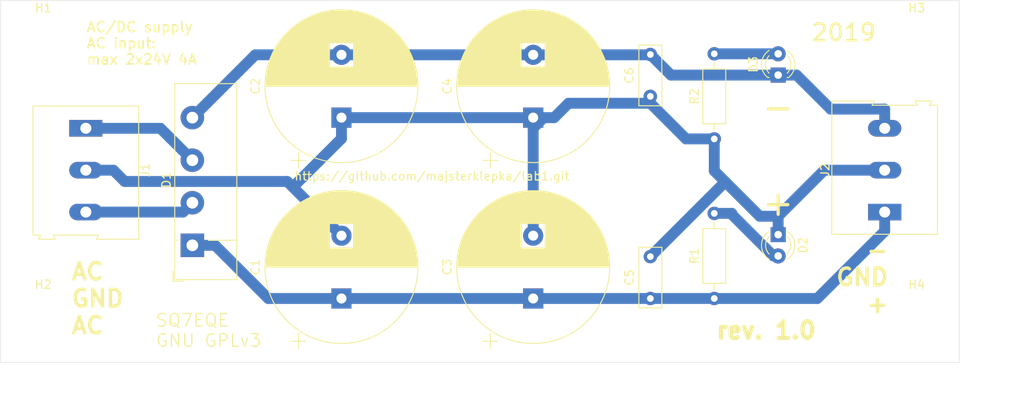
<source format=kicad_pcb>
(kicad_pcb (version 20171130) (host pcbnew 5.1.4-3.fc30)

  (general
    (thickness 1.6)
    (drawings 15)
    (tracks 54)
    (zones 0)
    (modules 17)
    (nets 8)
  )

  (page A4)
  (title_block
    (title "AC/DC power supply PCB")
    (date 2019-10-05)
    (rev 1.0)
    (company "mgr inż. Paweł Sobótka")
    (comment 1 "GNU GPLv3")
  )

  (layers
    (0 F.Cu jumper)
    (31 B.Cu signal)
    (32 B.Adhes user)
    (33 F.Adhes user)
    (34 B.Paste user)
    (35 F.Paste user)
    (36 B.SilkS user)
    (37 F.SilkS user)
    (38 B.Mask user)
    (39 F.Mask user)
    (40 Dwgs.User user)
    (41 Cmts.User user)
    (42 Eco1.User user)
    (43 Eco2.User user)
    (44 Edge.Cuts user)
    (45 Margin user)
    (46 B.CrtYd user)
    (47 F.CrtYd user)
    (48 B.Fab user)
    (49 F.Fab user)
  )

  (setup
    (last_trace_width 1.3)
    (user_trace_width 1.3)
    (trace_clearance 0.25)
    (zone_clearance 0.508)
    (zone_45_only no)
    (trace_min 0.2)
    (via_size 0.8)
    (via_drill 0.4)
    (via_min_size 0.4)
    (via_min_drill 0.3)
    (uvia_size 0.3)
    (uvia_drill 0.1)
    (uvias_allowed no)
    (uvia_min_size 0.2)
    (uvia_min_drill 0.1)
    (edge_width 0.05)
    (segment_width 0.2)
    (pcb_text_width 0.3)
    (pcb_text_size 1.5 1.5)
    (mod_edge_width 0.12)
    (mod_text_size 1 1)
    (mod_text_width 0.15)
    (pad_size 1.524 1.524)
    (pad_drill 0.762)
    (pad_to_mask_clearance 0.051)
    (solder_mask_min_width 0.25)
    (aux_axis_origin 73.66 111.76)
    (visible_elements FFFFFF7F)
    (pcbplotparams
      (layerselection 0x292fc_fffffffe)
      (usegerberextensions false)
      (usegerberattributes false)
      (usegerberadvancedattributes false)
      (creategerberjobfile true)
      (excludeedgelayer true)
      (linewidth 0.100000)
      (plotframeref false)
      (viasonmask false)
      (mode 1)
      (useauxorigin false)
      (hpglpennumber 1)
      (hpglpenspeed 20)
      (hpglpendiameter 15.000000)
      (psnegative false)
      (psa4output false)
      (plotreference true)
      (plotvalue true)
      (plotinvisibletext false)
      (padsonsilk false)
      (subtractmaskfromsilk false)
      (outputformat 1)
      (mirror false)
      (drillshape 0)
      (scaleselection 1)
      (outputdirectory "gerbv/"))
  )

  (net 0 "")
  (net 1 GND)
  (net 2 "Net-(C1-Pad1)")
  (net 3 "Net-(C2-Pad2)")
  (net 4 "Net-(D1-Pad3)")
  (net 5 "Net-(D1-Pad2)")
  (net 6 "Net-(D2-Pad2)")
  (net 7 "Net-(D3-Pad2)")

  (net_class Default "To jest domyślna klasa połączeń."
    (clearance 0.25)
    (trace_width 1.3)
    (via_dia 0.8)
    (via_drill 0.4)
    (uvia_dia 0.3)
    (uvia_drill 0.1)
    (add_net GND)
    (add_net "Net-(C1-Pad1)")
    (add_net "Net-(C2-Pad2)")
    (add_net "Net-(D1-Pad2)")
    (add_net "Net-(D1-Pad3)")
    (add_net "Net-(D2-Pad2)")
    (add_net "Net-(D3-Pad2)")
  )

  (module MountingHole:MountingHole_3.2mm_M3 (layer F.Cu) (tedit 56D1B4CB) (tstamp 5D995EBD)
    (at 78.74 73.66)
    (descr "Mounting Hole 3.2mm, no annular, M3")
    (tags "mounting hole 3.2mm no annular m3")
    (path /5D995407)
    (attr virtual)
    (fp_text reference H1 (at 0 -4.2) (layer F.SilkS)
      (effects (font (size 1 1) (thickness 0.15)))
    )
    (fp_text value M3.2 (at 0 4.2) (layer F.Fab)
      (effects (font (size 1 1) (thickness 0.15)))
    )
    (fp_circle (center 0 0) (end 3.45 0) (layer F.CrtYd) (width 0.05))
    (fp_circle (center 0 0) (end 3.2 0) (layer Cmts.User) (width 0.15))
    (pad 1 np_thru_hole circle (at 0 0) (size 3.2 3.2) (drill 3.2) (layers *.Cu *.Mask))
  )

  (module MountingHole:MountingHole_3.2mm_M3 (layer F.Cu) (tedit 56D1B4CB) (tstamp 5D995ED5)
    (at 182.88 106.68)
    (descr "Mounting Hole 3.2mm, no annular, M3")
    (tags "mounting hole 3.2mm no annular m3")
    (path /5D9971A1)
    (attr virtual)
    (fp_text reference H4 (at 0 -4.2) (layer F.SilkS)
      (effects (font (size 1 1) (thickness 0.15)))
    )
    (fp_text value M3.2 (at 0 4.2) (layer F.Fab)
      (effects (font (size 1 1) (thickness 0.15)))
    )
    (fp_circle (center 0 0) (end 3.45 0) (layer F.CrtYd) (width 0.05))
    (fp_circle (center 0 0) (end 3.2 0) (layer Cmts.User) (width 0.15))
    (fp_text user %R (at 0.3 0) (layer F.Fab)
      (effects (font (size 1 1) (thickness 0.15)))
    )
    (pad 1 np_thru_hole circle (at 0 0) (size 3.2 3.2) (drill 3.2) (layers *.Cu *.Mask))
  )

  (module MountingHole:MountingHole_3.2mm_M3 (layer F.Cu) (tedit 56D1B4CB) (tstamp 5D995ECD)
    (at 182.88 73.66)
    (descr "Mounting Hole 3.2mm, no annular, M3")
    (tags "mounting hole 3.2mm no annular m3")
    (path /5D996F3B)
    (attr virtual)
    (fp_text reference H3 (at 0 -4.2) (layer F.SilkS)
      (effects (font (size 1 1) (thickness 0.15)))
    )
    (fp_text value M3.2 (at 0 4.2) (layer F.Fab)
      (effects (font (size 1 1) (thickness 0.15)))
    )
    (fp_circle (center 0 0) (end 3.45 0) (layer F.CrtYd) (width 0.05))
    (fp_circle (center 0 0) (end 3.2 0) (layer Cmts.User) (width 0.15))
    (fp_text user %R (at 0.3 0) (layer F.Fab)
      (effects (font (size 1 1) (thickness 0.15)))
    )
    (pad 1 np_thru_hole circle (at 0 0) (size 3.2 3.2) (drill 3.2) (layers *.Cu *.Mask))
  )

  (module MountingHole:MountingHole_3.2mm_M3 (layer F.Cu) (tedit 56D1B4CB) (tstamp 5D994B06)
    (at 78.74 106.68)
    (descr "Mounting Hole 3.2mm, no annular, M3")
    (tags "mounting hole 3.2mm no annular m3")
    (path /5D996BC1)
    (attr virtual)
    (fp_text reference H2 (at 0 -4.2) (layer F.SilkS)
      (effects (font (size 1 1) (thickness 0.15)))
    )
    (fp_text value M3.2 (at 0 4.2) (layer F.Fab)
      (effects (font (size 1 1) (thickness 0.15)))
    )
    (fp_circle (center 0 0) (end 3.45 0) (layer F.CrtYd) (width 0.05))
    (fp_circle (center 0 0) (end 3.2 0) (layer Cmts.User) (width 0.15))
    (fp_text user %R (at 0.3 0) (layer F.Fab)
      (effects (font (size 1 1) (thickness 0.15)))
    )
    (pad 1 np_thru_hole circle (at 0 0) (size 3.2 3.2) (drill 3.2) (layers *.Cu *.Mask))
  )

  (module Capacitor_THT:CP_Radial_D18.0mm_P7.50mm (layer F.Cu) (tedit 5AE50EF1) (tstamp 5D99180F)
    (at 114.3 104.14 90)
    (descr "CP, Radial series, Radial, pin pitch=7.50mm, , diameter=18mm, Electrolytic Capacitor")
    (tags "CP Radial series Radial pin pitch 7.50mm  diameter 18mm Electrolytic Capacitor")
    (path /5D9AE78F)
    (fp_text reference C1 (at 3.75 -10.25 90) (layer F.SilkS)
      (effects (font (size 1 1) (thickness 0.15)))
    )
    (fp_text value 2200u (at 3.75 10.25 90) (layer F.Fab)
      (effects (font (size 1 1) (thickness 0.15)))
    )
    (fp_text user %R (at 3.75 0 90) (layer F.Fab)
      (effects (font (size 1 1) (thickness 0.15)))
    )
    (fp_line (start -5.10944 -6.015) (end -5.10944 -4.215) (layer F.SilkS) (width 0.12))
    (fp_line (start -6.00944 -5.115) (end -4.20944 -5.115) (layer F.SilkS) (width 0.12))
    (fp_line (start 12.87 -0.04) (end 12.87 0.04) (layer F.SilkS) (width 0.12))
    (fp_line (start 12.83 -0.814) (end 12.83 0.814) (layer F.SilkS) (width 0.12))
    (fp_line (start 12.79 -1.166) (end 12.79 1.166) (layer F.SilkS) (width 0.12))
    (fp_line (start 12.75 -1.435) (end 12.75 1.435) (layer F.SilkS) (width 0.12))
    (fp_line (start 12.71 -1.661) (end 12.71 1.661) (layer F.SilkS) (width 0.12))
    (fp_line (start 12.67 -1.86) (end 12.67 1.86) (layer F.SilkS) (width 0.12))
    (fp_line (start 12.63 -2.039) (end 12.63 2.039) (layer F.SilkS) (width 0.12))
    (fp_line (start 12.59 -2.203) (end 12.59 2.203) (layer F.SilkS) (width 0.12))
    (fp_line (start 12.55 -2.355) (end 12.55 2.355) (layer F.SilkS) (width 0.12))
    (fp_line (start 12.51 -2.498) (end 12.51 2.498) (layer F.SilkS) (width 0.12))
    (fp_line (start 12.47 -2.632) (end 12.47 2.632) (layer F.SilkS) (width 0.12))
    (fp_line (start 12.43 -2.759) (end 12.43 2.759) (layer F.SilkS) (width 0.12))
    (fp_line (start 12.39 -2.88) (end 12.39 2.88) (layer F.SilkS) (width 0.12))
    (fp_line (start 12.35 -2.996) (end 12.35 2.996) (layer F.SilkS) (width 0.12))
    (fp_line (start 12.31 -3.107) (end 12.31 3.107) (layer F.SilkS) (width 0.12))
    (fp_line (start 12.27 -3.214) (end 12.27 3.214) (layer F.SilkS) (width 0.12))
    (fp_line (start 12.23 -3.317) (end 12.23 3.317) (layer F.SilkS) (width 0.12))
    (fp_line (start 12.19 -3.416) (end 12.19 3.416) (layer F.SilkS) (width 0.12))
    (fp_line (start 12.15 -3.512) (end 12.15 3.512) (layer F.SilkS) (width 0.12))
    (fp_line (start 12.11 -3.605) (end 12.11 3.605) (layer F.SilkS) (width 0.12))
    (fp_line (start 12.07 -3.696) (end 12.07 3.696) (layer F.SilkS) (width 0.12))
    (fp_line (start 12.03 -3.784) (end 12.03 3.784) (layer F.SilkS) (width 0.12))
    (fp_line (start 11.99 -3.869) (end 11.99 3.869) (layer F.SilkS) (width 0.12))
    (fp_line (start 11.95 -3.952) (end 11.95 3.952) (layer F.SilkS) (width 0.12))
    (fp_line (start 11.911 -4.033) (end 11.911 4.033) (layer F.SilkS) (width 0.12))
    (fp_line (start 11.871 -4.113) (end 11.871 4.113) (layer F.SilkS) (width 0.12))
    (fp_line (start 11.831 -4.19) (end 11.831 4.19) (layer F.SilkS) (width 0.12))
    (fp_line (start 11.791 -4.265) (end 11.791 4.265) (layer F.SilkS) (width 0.12))
    (fp_line (start 11.751 -4.339) (end 11.751 4.339) (layer F.SilkS) (width 0.12))
    (fp_line (start 11.711 -4.412) (end 11.711 4.412) (layer F.SilkS) (width 0.12))
    (fp_line (start 11.671 -4.482) (end 11.671 4.482) (layer F.SilkS) (width 0.12))
    (fp_line (start 11.631 -4.552) (end 11.631 4.552) (layer F.SilkS) (width 0.12))
    (fp_line (start 11.591 -4.62) (end 11.591 4.62) (layer F.SilkS) (width 0.12))
    (fp_line (start 11.551 -4.686) (end 11.551 4.686) (layer F.SilkS) (width 0.12))
    (fp_line (start 11.511 -4.752) (end 11.511 4.752) (layer F.SilkS) (width 0.12))
    (fp_line (start 11.471 -4.816) (end 11.471 4.816) (layer F.SilkS) (width 0.12))
    (fp_line (start 11.431 -4.879) (end 11.431 4.879) (layer F.SilkS) (width 0.12))
    (fp_line (start 11.391 -4.941) (end 11.391 4.941) (layer F.SilkS) (width 0.12))
    (fp_line (start 11.351 -5.002) (end 11.351 5.002) (layer F.SilkS) (width 0.12))
    (fp_line (start 11.311 -5.062) (end 11.311 5.062) (layer F.SilkS) (width 0.12))
    (fp_line (start 11.271 -5.12) (end 11.271 5.12) (layer F.SilkS) (width 0.12))
    (fp_line (start 11.231 -5.178) (end 11.231 5.178) (layer F.SilkS) (width 0.12))
    (fp_line (start 11.191 -5.235) (end 11.191 5.235) (layer F.SilkS) (width 0.12))
    (fp_line (start 11.151 -5.291) (end 11.151 5.291) (layer F.SilkS) (width 0.12))
    (fp_line (start 11.111 -5.346) (end 11.111 5.346) (layer F.SilkS) (width 0.12))
    (fp_line (start 11.071 -5.4) (end 11.071 5.4) (layer F.SilkS) (width 0.12))
    (fp_line (start 11.031 -5.454) (end 11.031 5.454) (layer F.SilkS) (width 0.12))
    (fp_line (start 10.991 -5.506) (end 10.991 5.506) (layer F.SilkS) (width 0.12))
    (fp_line (start 10.951 -5.558) (end 10.951 5.558) (layer F.SilkS) (width 0.12))
    (fp_line (start 10.911 -5.609) (end 10.911 5.609) (layer F.SilkS) (width 0.12))
    (fp_line (start 10.871 -5.66) (end 10.871 5.66) (layer F.SilkS) (width 0.12))
    (fp_line (start 10.831 -5.709) (end 10.831 5.709) (layer F.SilkS) (width 0.12))
    (fp_line (start 10.791 -5.758) (end 10.791 5.758) (layer F.SilkS) (width 0.12))
    (fp_line (start 10.751 -5.806) (end 10.751 5.806) (layer F.SilkS) (width 0.12))
    (fp_line (start 10.711 -5.854) (end 10.711 5.854) (layer F.SilkS) (width 0.12))
    (fp_line (start 10.671 -5.901) (end 10.671 5.901) (layer F.SilkS) (width 0.12))
    (fp_line (start 10.631 -5.947) (end 10.631 5.947) (layer F.SilkS) (width 0.12))
    (fp_line (start 10.591 -5.993) (end 10.591 5.993) (layer F.SilkS) (width 0.12))
    (fp_line (start 10.551 -6.038) (end 10.551 6.038) (layer F.SilkS) (width 0.12))
    (fp_line (start 10.511 -6.082) (end 10.511 6.082) (layer F.SilkS) (width 0.12))
    (fp_line (start 10.471 -6.126) (end 10.471 6.126) (layer F.SilkS) (width 0.12))
    (fp_line (start 10.431 -6.17) (end 10.431 6.17) (layer F.SilkS) (width 0.12))
    (fp_line (start 10.391 -6.212) (end 10.391 6.212) (layer F.SilkS) (width 0.12))
    (fp_line (start 10.351 -6.254) (end 10.351 6.254) (layer F.SilkS) (width 0.12))
    (fp_line (start 10.311 -6.296) (end 10.311 6.296) (layer F.SilkS) (width 0.12))
    (fp_line (start 10.271 -6.337) (end 10.271 6.337) (layer F.SilkS) (width 0.12))
    (fp_line (start 10.231 -6.378) (end 10.231 6.378) (layer F.SilkS) (width 0.12))
    (fp_line (start 10.191 -6.418) (end 10.191 6.418) (layer F.SilkS) (width 0.12))
    (fp_line (start 10.151 -6.458) (end 10.151 6.458) (layer F.SilkS) (width 0.12))
    (fp_line (start 10.111 -6.497) (end 10.111 6.497) (layer F.SilkS) (width 0.12))
    (fp_line (start 10.071 -6.536) (end 10.071 6.536) (layer F.SilkS) (width 0.12))
    (fp_line (start 10.031 -6.574) (end 10.031 6.574) (layer F.SilkS) (width 0.12))
    (fp_line (start 9.991 -6.612) (end 9.991 6.612) (layer F.SilkS) (width 0.12))
    (fp_line (start 9.951 -6.649) (end 9.951 6.649) (layer F.SilkS) (width 0.12))
    (fp_line (start 9.911 -6.686) (end 9.911 6.686) (layer F.SilkS) (width 0.12))
    (fp_line (start 9.871 -6.722) (end 9.871 6.722) (layer F.SilkS) (width 0.12))
    (fp_line (start 9.831 -6.758) (end 9.831 6.758) (layer F.SilkS) (width 0.12))
    (fp_line (start 9.791 -6.794) (end 9.791 6.794) (layer F.SilkS) (width 0.12))
    (fp_line (start 9.751 -6.829) (end 9.751 6.829) (layer F.SilkS) (width 0.12))
    (fp_line (start 9.711 -6.864) (end 9.711 6.864) (layer F.SilkS) (width 0.12))
    (fp_line (start 9.671 -6.898) (end 9.671 6.898) (layer F.SilkS) (width 0.12))
    (fp_line (start 9.631 -6.932) (end 9.631 6.932) (layer F.SilkS) (width 0.12))
    (fp_line (start 9.591 -6.965) (end 9.591 6.965) (layer F.SilkS) (width 0.12))
    (fp_line (start 9.551 -6.999) (end 9.551 6.999) (layer F.SilkS) (width 0.12))
    (fp_line (start 9.511 -7.031) (end 9.511 7.031) (layer F.SilkS) (width 0.12))
    (fp_line (start 9.471 -7.064) (end 9.471 7.064) (layer F.SilkS) (width 0.12))
    (fp_line (start 9.431 -7.096) (end 9.431 7.096) (layer F.SilkS) (width 0.12))
    (fp_line (start 9.391 -7.127) (end 9.391 7.127) (layer F.SilkS) (width 0.12))
    (fp_line (start 9.351 -7.159) (end 9.351 7.159) (layer F.SilkS) (width 0.12))
    (fp_line (start 9.311 -7.19) (end 9.311 7.19) (layer F.SilkS) (width 0.12))
    (fp_line (start 9.271 -7.22) (end 9.271 7.22) (layer F.SilkS) (width 0.12))
    (fp_line (start 9.231 -7.25) (end 9.231 7.25) (layer F.SilkS) (width 0.12))
    (fp_line (start 9.191 -7.28) (end 9.191 7.28) (layer F.SilkS) (width 0.12))
    (fp_line (start 9.151 -7.31) (end 9.151 7.31) (layer F.SilkS) (width 0.12))
    (fp_line (start 9.111 -7.339) (end 9.111 7.339) (layer F.SilkS) (width 0.12))
    (fp_line (start 9.071 -7.368) (end 9.071 7.368) (layer F.SilkS) (width 0.12))
    (fp_line (start 9.031 -7.397) (end 9.031 7.397) (layer F.SilkS) (width 0.12))
    (fp_line (start 8.991 -7.425) (end 8.991 7.425) (layer F.SilkS) (width 0.12))
    (fp_line (start 8.951 -7.453) (end 8.951 7.453) (layer F.SilkS) (width 0.12))
    (fp_line (start 8.911 1.44) (end 8.911 7.48) (layer F.SilkS) (width 0.12))
    (fp_line (start 8.911 -7.48) (end 8.911 -1.44) (layer F.SilkS) (width 0.12))
    (fp_line (start 8.871 1.44) (end 8.871 7.508) (layer F.SilkS) (width 0.12))
    (fp_line (start 8.871 -7.508) (end 8.871 -1.44) (layer F.SilkS) (width 0.12))
    (fp_line (start 8.831 1.44) (end 8.831 7.535) (layer F.SilkS) (width 0.12))
    (fp_line (start 8.831 -7.535) (end 8.831 -1.44) (layer F.SilkS) (width 0.12))
    (fp_line (start 8.791 1.44) (end 8.791 7.561) (layer F.SilkS) (width 0.12))
    (fp_line (start 8.791 -7.561) (end 8.791 -1.44) (layer F.SilkS) (width 0.12))
    (fp_line (start 8.751 1.44) (end 8.751 7.588) (layer F.SilkS) (width 0.12))
    (fp_line (start 8.751 -7.588) (end 8.751 -1.44) (layer F.SilkS) (width 0.12))
    (fp_line (start 8.711 1.44) (end 8.711 7.614) (layer F.SilkS) (width 0.12))
    (fp_line (start 8.711 -7.614) (end 8.711 -1.44) (layer F.SilkS) (width 0.12))
    (fp_line (start 8.671 1.44) (end 8.671 7.64) (layer F.SilkS) (width 0.12))
    (fp_line (start 8.671 -7.64) (end 8.671 -1.44) (layer F.SilkS) (width 0.12))
    (fp_line (start 8.631 1.44) (end 8.631 7.665) (layer F.SilkS) (width 0.12))
    (fp_line (start 8.631 -7.665) (end 8.631 -1.44) (layer F.SilkS) (width 0.12))
    (fp_line (start 8.591 1.44) (end 8.591 7.69) (layer F.SilkS) (width 0.12))
    (fp_line (start 8.591 -7.69) (end 8.591 -1.44) (layer F.SilkS) (width 0.12))
    (fp_line (start 8.551 1.44) (end 8.551 7.715) (layer F.SilkS) (width 0.12))
    (fp_line (start 8.551 -7.715) (end 8.551 -1.44) (layer F.SilkS) (width 0.12))
    (fp_line (start 8.511 1.44) (end 8.511 7.74) (layer F.SilkS) (width 0.12))
    (fp_line (start 8.511 -7.74) (end 8.511 -1.44) (layer F.SilkS) (width 0.12))
    (fp_line (start 8.471 1.44) (end 8.471 7.764) (layer F.SilkS) (width 0.12))
    (fp_line (start 8.471 -7.764) (end 8.471 -1.44) (layer F.SilkS) (width 0.12))
    (fp_line (start 8.431 1.44) (end 8.431 7.788) (layer F.SilkS) (width 0.12))
    (fp_line (start 8.431 -7.788) (end 8.431 -1.44) (layer F.SilkS) (width 0.12))
    (fp_line (start 8.391 1.44) (end 8.391 7.812) (layer F.SilkS) (width 0.12))
    (fp_line (start 8.391 -7.812) (end 8.391 -1.44) (layer F.SilkS) (width 0.12))
    (fp_line (start 8.351 1.44) (end 8.351 7.835) (layer F.SilkS) (width 0.12))
    (fp_line (start 8.351 -7.835) (end 8.351 -1.44) (layer F.SilkS) (width 0.12))
    (fp_line (start 8.311 1.44) (end 8.311 7.859) (layer F.SilkS) (width 0.12))
    (fp_line (start 8.311 -7.859) (end 8.311 -1.44) (layer F.SilkS) (width 0.12))
    (fp_line (start 8.271 1.44) (end 8.271 7.882) (layer F.SilkS) (width 0.12))
    (fp_line (start 8.271 -7.882) (end 8.271 -1.44) (layer F.SilkS) (width 0.12))
    (fp_line (start 8.231 1.44) (end 8.231 7.904) (layer F.SilkS) (width 0.12))
    (fp_line (start 8.231 -7.904) (end 8.231 -1.44) (layer F.SilkS) (width 0.12))
    (fp_line (start 8.191 1.44) (end 8.191 7.927) (layer F.SilkS) (width 0.12))
    (fp_line (start 8.191 -7.927) (end 8.191 -1.44) (layer F.SilkS) (width 0.12))
    (fp_line (start 8.151 1.44) (end 8.151 7.949) (layer F.SilkS) (width 0.12))
    (fp_line (start 8.151 -7.949) (end 8.151 -1.44) (layer F.SilkS) (width 0.12))
    (fp_line (start 8.111 1.44) (end 8.111 7.971) (layer F.SilkS) (width 0.12))
    (fp_line (start 8.111 -7.971) (end 8.111 -1.44) (layer F.SilkS) (width 0.12))
    (fp_line (start 8.071 1.44) (end 8.071 7.992) (layer F.SilkS) (width 0.12))
    (fp_line (start 8.071 -7.992) (end 8.071 -1.44) (layer F.SilkS) (width 0.12))
    (fp_line (start 8.031 1.44) (end 8.031 8.014) (layer F.SilkS) (width 0.12))
    (fp_line (start 8.031 -8.014) (end 8.031 -1.44) (layer F.SilkS) (width 0.12))
    (fp_line (start 7.991 1.44) (end 7.991 8.035) (layer F.SilkS) (width 0.12))
    (fp_line (start 7.991 -8.035) (end 7.991 -1.44) (layer F.SilkS) (width 0.12))
    (fp_line (start 7.951 1.44) (end 7.951 8.056) (layer F.SilkS) (width 0.12))
    (fp_line (start 7.951 -8.056) (end 7.951 -1.44) (layer F.SilkS) (width 0.12))
    (fp_line (start 7.911 1.44) (end 7.911 8.076) (layer F.SilkS) (width 0.12))
    (fp_line (start 7.911 -8.076) (end 7.911 -1.44) (layer F.SilkS) (width 0.12))
    (fp_line (start 7.871 1.44) (end 7.871 8.097) (layer F.SilkS) (width 0.12))
    (fp_line (start 7.871 -8.097) (end 7.871 -1.44) (layer F.SilkS) (width 0.12))
    (fp_line (start 7.831 1.44) (end 7.831 8.117) (layer F.SilkS) (width 0.12))
    (fp_line (start 7.831 -8.117) (end 7.831 -1.44) (layer F.SilkS) (width 0.12))
    (fp_line (start 7.791 1.44) (end 7.791 8.137) (layer F.SilkS) (width 0.12))
    (fp_line (start 7.791 -8.137) (end 7.791 -1.44) (layer F.SilkS) (width 0.12))
    (fp_line (start 7.751 1.44) (end 7.751 8.156) (layer F.SilkS) (width 0.12))
    (fp_line (start 7.751 -8.156) (end 7.751 -1.44) (layer F.SilkS) (width 0.12))
    (fp_line (start 7.711 1.44) (end 7.711 8.176) (layer F.SilkS) (width 0.12))
    (fp_line (start 7.711 -8.176) (end 7.711 -1.44) (layer F.SilkS) (width 0.12))
    (fp_line (start 7.671 1.44) (end 7.671 8.195) (layer F.SilkS) (width 0.12))
    (fp_line (start 7.671 -8.195) (end 7.671 -1.44) (layer F.SilkS) (width 0.12))
    (fp_line (start 7.631 1.44) (end 7.631 8.214) (layer F.SilkS) (width 0.12))
    (fp_line (start 7.631 -8.214) (end 7.631 -1.44) (layer F.SilkS) (width 0.12))
    (fp_line (start 7.591 1.44) (end 7.591 8.233) (layer F.SilkS) (width 0.12))
    (fp_line (start 7.591 -8.233) (end 7.591 -1.44) (layer F.SilkS) (width 0.12))
    (fp_line (start 7.551 1.44) (end 7.551 8.251) (layer F.SilkS) (width 0.12))
    (fp_line (start 7.551 -8.251) (end 7.551 -1.44) (layer F.SilkS) (width 0.12))
    (fp_line (start 7.511 1.44) (end 7.511 8.269) (layer F.SilkS) (width 0.12))
    (fp_line (start 7.511 -8.269) (end 7.511 -1.44) (layer F.SilkS) (width 0.12))
    (fp_line (start 7.471 1.44) (end 7.471 8.287) (layer F.SilkS) (width 0.12))
    (fp_line (start 7.471 -8.287) (end 7.471 -1.44) (layer F.SilkS) (width 0.12))
    (fp_line (start 7.431 1.44) (end 7.431 8.305) (layer F.SilkS) (width 0.12))
    (fp_line (start 7.431 -8.305) (end 7.431 -1.44) (layer F.SilkS) (width 0.12))
    (fp_line (start 7.391 1.44) (end 7.391 8.323) (layer F.SilkS) (width 0.12))
    (fp_line (start 7.391 -8.323) (end 7.391 -1.44) (layer F.SilkS) (width 0.12))
    (fp_line (start 7.351 1.44) (end 7.351 8.34) (layer F.SilkS) (width 0.12))
    (fp_line (start 7.351 -8.34) (end 7.351 -1.44) (layer F.SilkS) (width 0.12))
    (fp_line (start 7.311 1.44) (end 7.311 8.357) (layer F.SilkS) (width 0.12))
    (fp_line (start 7.311 -8.357) (end 7.311 -1.44) (layer F.SilkS) (width 0.12))
    (fp_line (start 7.271 1.44) (end 7.271 8.374) (layer F.SilkS) (width 0.12))
    (fp_line (start 7.271 -8.374) (end 7.271 -1.44) (layer F.SilkS) (width 0.12))
    (fp_line (start 7.231 1.44) (end 7.231 8.39) (layer F.SilkS) (width 0.12))
    (fp_line (start 7.231 -8.39) (end 7.231 -1.44) (layer F.SilkS) (width 0.12))
    (fp_line (start 7.191 1.44) (end 7.191 8.407) (layer F.SilkS) (width 0.12))
    (fp_line (start 7.191 -8.407) (end 7.191 -1.44) (layer F.SilkS) (width 0.12))
    (fp_line (start 7.151 1.44) (end 7.151 8.423) (layer F.SilkS) (width 0.12))
    (fp_line (start 7.151 -8.423) (end 7.151 -1.44) (layer F.SilkS) (width 0.12))
    (fp_line (start 7.111 1.44) (end 7.111 8.439) (layer F.SilkS) (width 0.12))
    (fp_line (start 7.111 -8.439) (end 7.111 -1.44) (layer F.SilkS) (width 0.12))
    (fp_line (start 7.071 1.44) (end 7.071 8.455) (layer F.SilkS) (width 0.12))
    (fp_line (start 7.071 -8.455) (end 7.071 -1.44) (layer F.SilkS) (width 0.12))
    (fp_line (start 7.031 1.44) (end 7.031 8.47) (layer F.SilkS) (width 0.12))
    (fp_line (start 7.031 -8.47) (end 7.031 -1.44) (layer F.SilkS) (width 0.12))
    (fp_line (start 6.991 1.44) (end 6.991 8.486) (layer F.SilkS) (width 0.12))
    (fp_line (start 6.991 -8.486) (end 6.991 -1.44) (layer F.SilkS) (width 0.12))
    (fp_line (start 6.951 1.44) (end 6.951 8.501) (layer F.SilkS) (width 0.12))
    (fp_line (start 6.951 -8.501) (end 6.951 -1.44) (layer F.SilkS) (width 0.12))
    (fp_line (start 6.911 1.44) (end 6.911 8.516) (layer F.SilkS) (width 0.12))
    (fp_line (start 6.911 -8.516) (end 6.911 -1.44) (layer F.SilkS) (width 0.12))
    (fp_line (start 6.871 1.44) (end 6.871 8.53) (layer F.SilkS) (width 0.12))
    (fp_line (start 6.871 -8.53) (end 6.871 -1.44) (layer F.SilkS) (width 0.12))
    (fp_line (start 6.831 1.44) (end 6.831 8.545) (layer F.SilkS) (width 0.12))
    (fp_line (start 6.831 -8.545) (end 6.831 -1.44) (layer F.SilkS) (width 0.12))
    (fp_line (start 6.791 1.44) (end 6.791 8.559) (layer F.SilkS) (width 0.12))
    (fp_line (start 6.791 -8.559) (end 6.791 -1.44) (layer F.SilkS) (width 0.12))
    (fp_line (start 6.751 1.44) (end 6.751 8.573) (layer F.SilkS) (width 0.12))
    (fp_line (start 6.751 -8.573) (end 6.751 -1.44) (layer F.SilkS) (width 0.12))
    (fp_line (start 6.711 1.44) (end 6.711 8.587) (layer F.SilkS) (width 0.12))
    (fp_line (start 6.711 -8.587) (end 6.711 -1.44) (layer F.SilkS) (width 0.12))
    (fp_line (start 6.671 1.44) (end 6.671 8.6) (layer F.SilkS) (width 0.12))
    (fp_line (start 6.671 -8.6) (end 6.671 -1.44) (layer F.SilkS) (width 0.12))
    (fp_line (start 6.631 1.44) (end 6.631 8.614) (layer F.SilkS) (width 0.12))
    (fp_line (start 6.631 -8.614) (end 6.631 -1.44) (layer F.SilkS) (width 0.12))
    (fp_line (start 6.591 1.44) (end 6.591 8.627) (layer F.SilkS) (width 0.12))
    (fp_line (start 6.591 -8.627) (end 6.591 -1.44) (layer F.SilkS) (width 0.12))
    (fp_line (start 6.551 1.44) (end 6.551 8.64) (layer F.SilkS) (width 0.12))
    (fp_line (start 6.551 -8.64) (end 6.551 -1.44) (layer F.SilkS) (width 0.12))
    (fp_line (start 6.511 1.44) (end 6.511 8.653) (layer F.SilkS) (width 0.12))
    (fp_line (start 6.511 -8.653) (end 6.511 -1.44) (layer F.SilkS) (width 0.12))
    (fp_line (start 6.471 1.44) (end 6.471 8.665) (layer F.SilkS) (width 0.12))
    (fp_line (start 6.471 -8.665) (end 6.471 -1.44) (layer F.SilkS) (width 0.12))
    (fp_line (start 6.431 1.44) (end 6.431 8.678) (layer F.SilkS) (width 0.12))
    (fp_line (start 6.431 -8.678) (end 6.431 -1.44) (layer F.SilkS) (width 0.12))
    (fp_line (start 6.391 1.44) (end 6.391 8.69) (layer F.SilkS) (width 0.12))
    (fp_line (start 6.391 -8.69) (end 6.391 -1.44) (layer F.SilkS) (width 0.12))
    (fp_line (start 6.351 1.44) (end 6.351 8.702) (layer F.SilkS) (width 0.12))
    (fp_line (start 6.351 -8.702) (end 6.351 -1.44) (layer F.SilkS) (width 0.12))
    (fp_line (start 6.311 1.44) (end 6.311 8.714) (layer F.SilkS) (width 0.12))
    (fp_line (start 6.311 -8.714) (end 6.311 -1.44) (layer F.SilkS) (width 0.12))
    (fp_line (start 6.271 1.44) (end 6.271 8.725) (layer F.SilkS) (width 0.12))
    (fp_line (start 6.271 -8.725) (end 6.271 -1.44) (layer F.SilkS) (width 0.12))
    (fp_line (start 6.231 1.44) (end 6.231 8.737) (layer F.SilkS) (width 0.12))
    (fp_line (start 6.231 -8.737) (end 6.231 -1.44) (layer F.SilkS) (width 0.12))
    (fp_line (start 6.191 1.44) (end 6.191 8.748) (layer F.SilkS) (width 0.12))
    (fp_line (start 6.191 -8.748) (end 6.191 -1.44) (layer F.SilkS) (width 0.12))
    (fp_line (start 6.151 1.44) (end 6.151 8.759) (layer F.SilkS) (width 0.12))
    (fp_line (start 6.151 -8.759) (end 6.151 -1.44) (layer F.SilkS) (width 0.12))
    (fp_line (start 6.111 1.44) (end 6.111 8.77) (layer F.SilkS) (width 0.12))
    (fp_line (start 6.111 -8.77) (end 6.111 -1.44) (layer F.SilkS) (width 0.12))
    (fp_line (start 6.071 1.44) (end 6.071 8.78) (layer F.SilkS) (width 0.12))
    (fp_line (start 6.071 -8.78) (end 6.071 -1.44) (layer F.SilkS) (width 0.12))
    (fp_line (start 6.031 -8.791) (end 6.031 8.791) (layer F.SilkS) (width 0.12))
    (fp_line (start 5.991 -8.801) (end 5.991 8.801) (layer F.SilkS) (width 0.12))
    (fp_line (start 5.951 -8.811) (end 5.951 8.811) (layer F.SilkS) (width 0.12))
    (fp_line (start 5.911 -8.821) (end 5.911 8.821) (layer F.SilkS) (width 0.12))
    (fp_line (start 5.871 -8.831) (end 5.871 8.831) (layer F.SilkS) (width 0.12))
    (fp_line (start 5.831 -8.84) (end 5.831 8.84) (layer F.SilkS) (width 0.12))
    (fp_line (start 5.791 -8.849) (end 5.791 8.849) (layer F.SilkS) (width 0.12))
    (fp_line (start 5.751 -8.858) (end 5.751 8.858) (layer F.SilkS) (width 0.12))
    (fp_line (start 5.711 -8.867) (end 5.711 8.867) (layer F.SilkS) (width 0.12))
    (fp_line (start 5.671 -8.876) (end 5.671 8.876) (layer F.SilkS) (width 0.12))
    (fp_line (start 5.631 -8.885) (end 5.631 8.885) (layer F.SilkS) (width 0.12))
    (fp_line (start 5.591 -8.893) (end 5.591 8.893) (layer F.SilkS) (width 0.12))
    (fp_line (start 5.551 -8.901) (end 5.551 8.901) (layer F.SilkS) (width 0.12))
    (fp_line (start 5.511 -8.909) (end 5.511 8.909) (layer F.SilkS) (width 0.12))
    (fp_line (start 5.471 -8.917) (end 5.471 8.917) (layer F.SilkS) (width 0.12))
    (fp_line (start 5.431 -8.924) (end 5.431 8.924) (layer F.SilkS) (width 0.12))
    (fp_line (start 5.391 -8.932) (end 5.391 8.932) (layer F.SilkS) (width 0.12))
    (fp_line (start 5.351 -8.939) (end 5.351 8.939) (layer F.SilkS) (width 0.12))
    (fp_line (start 5.311 -8.946) (end 5.311 8.946) (layer F.SilkS) (width 0.12))
    (fp_line (start 5.271 -8.953) (end 5.271 8.953) (layer F.SilkS) (width 0.12))
    (fp_line (start 5.231 -8.96) (end 5.231 8.96) (layer F.SilkS) (width 0.12))
    (fp_line (start 5.191 -8.966) (end 5.191 8.966) (layer F.SilkS) (width 0.12))
    (fp_line (start 5.151 -8.972) (end 5.151 8.972) (layer F.SilkS) (width 0.12))
    (fp_line (start 5.111 -8.979) (end 5.111 8.979) (layer F.SilkS) (width 0.12))
    (fp_line (start 5.071 -8.984) (end 5.071 8.984) (layer F.SilkS) (width 0.12))
    (fp_line (start 5.031 -8.99) (end 5.031 8.99) (layer F.SilkS) (width 0.12))
    (fp_line (start 4.991 -8.996) (end 4.991 8.996) (layer F.SilkS) (width 0.12))
    (fp_line (start 4.951 -9.001) (end 4.951 9.001) (layer F.SilkS) (width 0.12))
    (fp_line (start 4.911 -9.006) (end 4.911 9.006) (layer F.SilkS) (width 0.12))
    (fp_line (start 4.871 -9.011) (end 4.871 9.011) (layer F.SilkS) (width 0.12))
    (fp_line (start 4.831 -9.016) (end 4.831 9.016) (layer F.SilkS) (width 0.12))
    (fp_line (start 4.791 -9.021) (end 4.791 9.021) (layer F.SilkS) (width 0.12))
    (fp_line (start 4.751 -9.026) (end 4.751 9.026) (layer F.SilkS) (width 0.12))
    (fp_line (start 4.711 -9.03) (end 4.711 9.03) (layer F.SilkS) (width 0.12))
    (fp_line (start 4.671 -9.034) (end 4.671 9.034) (layer F.SilkS) (width 0.12))
    (fp_line (start 4.631 -9.038) (end 4.631 9.038) (layer F.SilkS) (width 0.12))
    (fp_line (start 4.591 -9.042) (end 4.591 9.042) (layer F.SilkS) (width 0.12))
    (fp_line (start 4.551 -9.045) (end 4.551 9.045) (layer F.SilkS) (width 0.12))
    (fp_line (start 4.511 -9.049) (end 4.511 9.049) (layer F.SilkS) (width 0.12))
    (fp_line (start 4.471 -9.052) (end 4.471 9.052) (layer F.SilkS) (width 0.12))
    (fp_line (start 4.43 -9.055) (end 4.43 9.055) (layer F.SilkS) (width 0.12))
    (fp_line (start 4.39 -9.058) (end 4.39 9.058) (layer F.SilkS) (width 0.12))
    (fp_line (start 4.35 -9.061) (end 4.35 9.061) (layer F.SilkS) (width 0.12))
    (fp_line (start 4.31 -9.063) (end 4.31 9.063) (layer F.SilkS) (width 0.12))
    (fp_line (start 4.27 -9.066) (end 4.27 9.066) (layer F.SilkS) (width 0.12))
    (fp_line (start 4.23 -9.068) (end 4.23 9.068) (layer F.SilkS) (width 0.12))
    (fp_line (start 4.19 -9.07) (end 4.19 9.07) (layer F.SilkS) (width 0.12))
    (fp_line (start 4.15 -9.072) (end 4.15 9.072) (layer F.SilkS) (width 0.12))
    (fp_line (start 4.11 -9.073) (end 4.11 9.073) (layer F.SilkS) (width 0.12))
    (fp_line (start 4.07 -9.075) (end 4.07 9.075) (layer F.SilkS) (width 0.12))
    (fp_line (start 4.03 -9.076) (end 4.03 9.076) (layer F.SilkS) (width 0.12))
    (fp_line (start 3.99 -9.077) (end 3.99 9.077) (layer F.SilkS) (width 0.12))
    (fp_line (start 3.95 -9.078) (end 3.95 9.078) (layer F.SilkS) (width 0.12))
    (fp_line (start 3.91 -9.079) (end 3.91 9.079) (layer F.SilkS) (width 0.12))
    (fp_line (start 3.87 -9.08) (end 3.87 9.08) (layer F.SilkS) (width 0.12))
    (fp_line (start 3.83 -9.08) (end 3.83 9.08) (layer F.SilkS) (width 0.12))
    (fp_line (start 3.79 -9.08) (end 3.79 9.08) (layer F.SilkS) (width 0.12))
    (fp_line (start 3.75 -9.081) (end 3.75 9.081) (layer F.SilkS) (width 0.12))
    (fp_line (start -3.087271 -4.8475) (end -3.087271 -3.0475) (layer F.Fab) (width 0.1))
    (fp_line (start -3.987271 -3.9475) (end -2.187271 -3.9475) (layer F.Fab) (width 0.1))
    (fp_circle (center 3.75 0) (end 13 0) (layer F.CrtYd) (width 0.05))
    (fp_circle (center 3.75 0) (end 12.87 0) (layer F.SilkS) (width 0.12))
    (fp_circle (center 3.75 0) (end 12.75 0) (layer F.Fab) (width 0.1))
    (pad 2 thru_hole circle (at 7.5 0 90) (size 2.4 2.4) (drill 1.2) (layers *.Cu *.Mask)
      (net 1 GND))
    (pad 1 thru_hole rect (at 0 0 90) (size 2.4 2.4) (drill 1.2) (layers *.Cu *.Mask)
      (net 2 "Net-(C1-Pad1)"))
    (model ${KISYS3DMOD}/Capacitor_THT.3dshapes/CP_Radial_D18.0mm_P7.50mm.wrl
      (at (xyz 0 0 0))
      (scale (xyz 1 1 1))
      (rotate (xyz 0 0 0))
    )
  )

  (module Capacitor_THT:CP_Radial_D18.0mm_P7.50mm (layer F.Cu) (tedit 5AE50EF1) (tstamp 5D99194A)
    (at 114.3 82.55 90)
    (descr "CP, Radial series, Radial, pin pitch=7.50mm, , diameter=18mm, Electrolytic Capacitor")
    (tags "CP Radial series Radial pin pitch 7.50mm  diameter 18mm Electrolytic Capacitor")
    (path /5D9AD4F7)
    (fp_text reference C2 (at 3.75 -10.25 90) (layer F.SilkS)
      (effects (font (size 1 1) (thickness 0.15)))
    )
    (fp_text value 2200u (at 3.75 10.25 90) (layer F.Fab)
      (effects (font (size 1 1) (thickness 0.15)))
    )
    (fp_circle (center 3.75 0) (end 12.75 0) (layer F.Fab) (width 0.1))
    (fp_circle (center 3.75 0) (end 12.87 0) (layer F.SilkS) (width 0.12))
    (fp_circle (center 3.75 0) (end 13 0) (layer F.CrtYd) (width 0.05))
    (fp_line (start -3.987271 -3.9475) (end -2.187271 -3.9475) (layer F.Fab) (width 0.1))
    (fp_line (start -3.087271 -4.8475) (end -3.087271 -3.0475) (layer F.Fab) (width 0.1))
    (fp_line (start 3.75 -9.081) (end 3.75 9.081) (layer F.SilkS) (width 0.12))
    (fp_line (start 3.79 -9.08) (end 3.79 9.08) (layer F.SilkS) (width 0.12))
    (fp_line (start 3.83 -9.08) (end 3.83 9.08) (layer F.SilkS) (width 0.12))
    (fp_line (start 3.87 -9.08) (end 3.87 9.08) (layer F.SilkS) (width 0.12))
    (fp_line (start 3.91 -9.079) (end 3.91 9.079) (layer F.SilkS) (width 0.12))
    (fp_line (start 3.95 -9.078) (end 3.95 9.078) (layer F.SilkS) (width 0.12))
    (fp_line (start 3.99 -9.077) (end 3.99 9.077) (layer F.SilkS) (width 0.12))
    (fp_line (start 4.03 -9.076) (end 4.03 9.076) (layer F.SilkS) (width 0.12))
    (fp_line (start 4.07 -9.075) (end 4.07 9.075) (layer F.SilkS) (width 0.12))
    (fp_line (start 4.11 -9.073) (end 4.11 9.073) (layer F.SilkS) (width 0.12))
    (fp_line (start 4.15 -9.072) (end 4.15 9.072) (layer F.SilkS) (width 0.12))
    (fp_line (start 4.19 -9.07) (end 4.19 9.07) (layer F.SilkS) (width 0.12))
    (fp_line (start 4.23 -9.068) (end 4.23 9.068) (layer F.SilkS) (width 0.12))
    (fp_line (start 4.27 -9.066) (end 4.27 9.066) (layer F.SilkS) (width 0.12))
    (fp_line (start 4.31 -9.063) (end 4.31 9.063) (layer F.SilkS) (width 0.12))
    (fp_line (start 4.35 -9.061) (end 4.35 9.061) (layer F.SilkS) (width 0.12))
    (fp_line (start 4.39 -9.058) (end 4.39 9.058) (layer F.SilkS) (width 0.12))
    (fp_line (start 4.43 -9.055) (end 4.43 9.055) (layer F.SilkS) (width 0.12))
    (fp_line (start 4.471 -9.052) (end 4.471 9.052) (layer F.SilkS) (width 0.12))
    (fp_line (start 4.511 -9.049) (end 4.511 9.049) (layer F.SilkS) (width 0.12))
    (fp_line (start 4.551 -9.045) (end 4.551 9.045) (layer F.SilkS) (width 0.12))
    (fp_line (start 4.591 -9.042) (end 4.591 9.042) (layer F.SilkS) (width 0.12))
    (fp_line (start 4.631 -9.038) (end 4.631 9.038) (layer F.SilkS) (width 0.12))
    (fp_line (start 4.671 -9.034) (end 4.671 9.034) (layer F.SilkS) (width 0.12))
    (fp_line (start 4.711 -9.03) (end 4.711 9.03) (layer F.SilkS) (width 0.12))
    (fp_line (start 4.751 -9.026) (end 4.751 9.026) (layer F.SilkS) (width 0.12))
    (fp_line (start 4.791 -9.021) (end 4.791 9.021) (layer F.SilkS) (width 0.12))
    (fp_line (start 4.831 -9.016) (end 4.831 9.016) (layer F.SilkS) (width 0.12))
    (fp_line (start 4.871 -9.011) (end 4.871 9.011) (layer F.SilkS) (width 0.12))
    (fp_line (start 4.911 -9.006) (end 4.911 9.006) (layer F.SilkS) (width 0.12))
    (fp_line (start 4.951 -9.001) (end 4.951 9.001) (layer F.SilkS) (width 0.12))
    (fp_line (start 4.991 -8.996) (end 4.991 8.996) (layer F.SilkS) (width 0.12))
    (fp_line (start 5.031 -8.99) (end 5.031 8.99) (layer F.SilkS) (width 0.12))
    (fp_line (start 5.071 -8.984) (end 5.071 8.984) (layer F.SilkS) (width 0.12))
    (fp_line (start 5.111 -8.979) (end 5.111 8.979) (layer F.SilkS) (width 0.12))
    (fp_line (start 5.151 -8.972) (end 5.151 8.972) (layer F.SilkS) (width 0.12))
    (fp_line (start 5.191 -8.966) (end 5.191 8.966) (layer F.SilkS) (width 0.12))
    (fp_line (start 5.231 -8.96) (end 5.231 8.96) (layer F.SilkS) (width 0.12))
    (fp_line (start 5.271 -8.953) (end 5.271 8.953) (layer F.SilkS) (width 0.12))
    (fp_line (start 5.311 -8.946) (end 5.311 8.946) (layer F.SilkS) (width 0.12))
    (fp_line (start 5.351 -8.939) (end 5.351 8.939) (layer F.SilkS) (width 0.12))
    (fp_line (start 5.391 -8.932) (end 5.391 8.932) (layer F.SilkS) (width 0.12))
    (fp_line (start 5.431 -8.924) (end 5.431 8.924) (layer F.SilkS) (width 0.12))
    (fp_line (start 5.471 -8.917) (end 5.471 8.917) (layer F.SilkS) (width 0.12))
    (fp_line (start 5.511 -8.909) (end 5.511 8.909) (layer F.SilkS) (width 0.12))
    (fp_line (start 5.551 -8.901) (end 5.551 8.901) (layer F.SilkS) (width 0.12))
    (fp_line (start 5.591 -8.893) (end 5.591 8.893) (layer F.SilkS) (width 0.12))
    (fp_line (start 5.631 -8.885) (end 5.631 8.885) (layer F.SilkS) (width 0.12))
    (fp_line (start 5.671 -8.876) (end 5.671 8.876) (layer F.SilkS) (width 0.12))
    (fp_line (start 5.711 -8.867) (end 5.711 8.867) (layer F.SilkS) (width 0.12))
    (fp_line (start 5.751 -8.858) (end 5.751 8.858) (layer F.SilkS) (width 0.12))
    (fp_line (start 5.791 -8.849) (end 5.791 8.849) (layer F.SilkS) (width 0.12))
    (fp_line (start 5.831 -8.84) (end 5.831 8.84) (layer F.SilkS) (width 0.12))
    (fp_line (start 5.871 -8.831) (end 5.871 8.831) (layer F.SilkS) (width 0.12))
    (fp_line (start 5.911 -8.821) (end 5.911 8.821) (layer F.SilkS) (width 0.12))
    (fp_line (start 5.951 -8.811) (end 5.951 8.811) (layer F.SilkS) (width 0.12))
    (fp_line (start 5.991 -8.801) (end 5.991 8.801) (layer F.SilkS) (width 0.12))
    (fp_line (start 6.031 -8.791) (end 6.031 8.791) (layer F.SilkS) (width 0.12))
    (fp_line (start 6.071 -8.78) (end 6.071 -1.44) (layer F.SilkS) (width 0.12))
    (fp_line (start 6.071 1.44) (end 6.071 8.78) (layer F.SilkS) (width 0.12))
    (fp_line (start 6.111 -8.77) (end 6.111 -1.44) (layer F.SilkS) (width 0.12))
    (fp_line (start 6.111 1.44) (end 6.111 8.77) (layer F.SilkS) (width 0.12))
    (fp_line (start 6.151 -8.759) (end 6.151 -1.44) (layer F.SilkS) (width 0.12))
    (fp_line (start 6.151 1.44) (end 6.151 8.759) (layer F.SilkS) (width 0.12))
    (fp_line (start 6.191 -8.748) (end 6.191 -1.44) (layer F.SilkS) (width 0.12))
    (fp_line (start 6.191 1.44) (end 6.191 8.748) (layer F.SilkS) (width 0.12))
    (fp_line (start 6.231 -8.737) (end 6.231 -1.44) (layer F.SilkS) (width 0.12))
    (fp_line (start 6.231 1.44) (end 6.231 8.737) (layer F.SilkS) (width 0.12))
    (fp_line (start 6.271 -8.725) (end 6.271 -1.44) (layer F.SilkS) (width 0.12))
    (fp_line (start 6.271 1.44) (end 6.271 8.725) (layer F.SilkS) (width 0.12))
    (fp_line (start 6.311 -8.714) (end 6.311 -1.44) (layer F.SilkS) (width 0.12))
    (fp_line (start 6.311 1.44) (end 6.311 8.714) (layer F.SilkS) (width 0.12))
    (fp_line (start 6.351 -8.702) (end 6.351 -1.44) (layer F.SilkS) (width 0.12))
    (fp_line (start 6.351 1.44) (end 6.351 8.702) (layer F.SilkS) (width 0.12))
    (fp_line (start 6.391 -8.69) (end 6.391 -1.44) (layer F.SilkS) (width 0.12))
    (fp_line (start 6.391 1.44) (end 6.391 8.69) (layer F.SilkS) (width 0.12))
    (fp_line (start 6.431 -8.678) (end 6.431 -1.44) (layer F.SilkS) (width 0.12))
    (fp_line (start 6.431 1.44) (end 6.431 8.678) (layer F.SilkS) (width 0.12))
    (fp_line (start 6.471 -8.665) (end 6.471 -1.44) (layer F.SilkS) (width 0.12))
    (fp_line (start 6.471 1.44) (end 6.471 8.665) (layer F.SilkS) (width 0.12))
    (fp_line (start 6.511 -8.653) (end 6.511 -1.44) (layer F.SilkS) (width 0.12))
    (fp_line (start 6.511 1.44) (end 6.511 8.653) (layer F.SilkS) (width 0.12))
    (fp_line (start 6.551 -8.64) (end 6.551 -1.44) (layer F.SilkS) (width 0.12))
    (fp_line (start 6.551 1.44) (end 6.551 8.64) (layer F.SilkS) (width 0.12))
    (fp_line (start 6.591 -8.627) (end 6.591 -1.44) (layer F.SilkS) (width 0.12))
    (fp_line (start 6.591 1.44) (end 6.591 8.627) (layer F.SilkS) (width 0.12))
    (fp_line (start 6.631 -8.614) (end 6.631 -1.44) (layer F.SilkS) (width 0.12))
    (fp_line (start 6.631 1.44) (end 6.631 8.614) (layer F.SilkS) (width 0.12))
    (fp_line (start 6.671 -8.6) (end 6.671 -1.44) (layer F.SilkS) (width 0.12))
    (fp_line (start 6.671 1.44) (end 6.671 8.6) (layer F.SilkS) (width 0.12))
    (fp_line (start 6.711 -8.587) (end 6.711 -1.44) (layer F.SilkS) (width 0.12))
    (fp_line (start 6.711 1.44) (end 6.711 8.587) (layer F.SilkS) (width 0.12))
    (fp_line (start 6.751 -8.573) (end 6.751 -1.44) (layer F.SilkS) (width 0.12))
    (fp_line (start 6.751 1.44) (end 6.751 8.573) (layer F.SilkS) (width 0.12))
    (fp_line (start 6.791 -8.559) (end 6.791 -1.44) (layer F.SilkS) (width 0.12))
    (fp_line (start 6.791 1.44) (end 6.791 8.559) (layer F.SilkS) (width 0.12))
    (fp_line (start 6.831 -8.545) (end 6.831 -1.44) (layer F.SilkS) (width 0.12))
    (fp_line (start 6.831 1.44) (end 6.831 8.545) (layer F.SilkS) (width 0.12))
    (fp_line (start 6.871 -8.53) (end 6.871 -1.44) (layer F.SilkS) (width 0.12))
    (fp_line (start 6.871 1.44) (end 6.871 8.53) (layer F.SilkS) (width 0.12))
    (fp_line (start 6.911 -8.516) (end 6.911 -1.44) (layer F.SilkS) (width 0.12))
    (fp_line (start 6.911 1.44) (end 6.911 8.516) (layer F.SilkS) (width 0.12))
    (fp_line (start 6.951 -8.501) (end 6.951 -1.44) (layer F.SilkS) (width 0.12))
    (fp_line (start 6.951 1.44) (end 6.951 8.501) (layer F.SilkS) (width 0.12))
    (fp_line (start 6.991 -8.486) (end 6.991 -1.44) (layer F.SilkS) (width 0.12))
    (fp_line (start 6.991 1.44) (end 6.991 8.486) (layer F.SilkS) (width 0.12))
    (fp_line (start 7.031 -8.47) (end 7.031 -1.44) (layer F.SilkS) (width 0.12))
    (fp_line (start 7.031 1.44) (end 7.031 8.47) (layer F.SilkS) (width 0.12))
    (fp_line (start 7.071 -8.455) (end 7.071 -1.44) (layer F.SilkS) (width 0.12))
    (fp_line (start 7.071 1.44) (end 7.071 8.455) (layer F.SilkS) (width 0.12))
    (fp_line (start 7.111 -8.439) (end 7.111 -1.44) (layer F.SilkS) (width 0.12))
    (fp_line (start 7.111 1.44) (end 7.111 8.439) (layer F.SilkS) (width 0.12))
    (fp_line (start 7.151 -8.423) (end 7.151 -1.44) (layer F.SilkS) (width 0.12))
    (fp_line (start 7.151 1.44) (end 7.151 8.423) (layer F.SilkS) (width 0.12))
    (fp_line (start 7.191 -8.407) (end 7.191 -1.44) (layer F.SilkS) (width 0.12))
    (fp_line (start 7.191 1.44) (end 7.191 8.407) (layer F.SilkS) (width 0.12))
    (fp_line (start 7.231 -8.39) (end 7.231 -1.44) (layer F.SilkS) (width 0.12))
    (fp_line (start 7.231 1.44) (end 7.231 8.39) (layer F.SilkS) (width 0.12))
    (fp_line (start 7.271 -8.374) (end 7.271 -1.44) (layer F.SilkS) (width 0.12))
    (fp_line (start 7.271 1.44) (end 7.271 8.374) (layer F.SilkS) (width 0.12))
    (fp_line (start 7.311 -8.357) (end 7.311 -1.44) (layer F.SilkS) (width 0.12))
    (fp_line (start 7.311 1.44) (end 7.311 8.357) (layer F.SilkS) (width 0.12))
    (fp_line (start 7.351 -8.34) (end 7.351 -1.44) (layer F.SilkS) (width 0.12))
    (fp_line (start 7.351 1.44) (end 7.351 8.34) (layer F.SilkS) (width 0.12))
    (fp_line (start 7.391 -8.323) (end 7.391 -1.44) (layer F.SilkS) (width 0.12))
    (fp_line (start 7.391 1.44) (end 7.391 8.323) (layer F.SilkS) (width 0.12))
    (fp_line (start 7.431 -8.305) (end 7.431 -1.44) (layer F.SilkS) (width 0.12))
    (fp_line (start 7.431 1.44) (end 7.431 8.305) (layer F.SilkS) (width 0.12))
    (fp_line (start 7.471 -8.287) (end 7.471 -1.44) (layer F.SilkS) (width 0.12))
    (fp_line (start 7.471 1.44) (end 7.471 8.287) (layer F.SilkS) (width 0.12))
    (fp_line (start 7.511 -8.269) (end 7.511 -1.44) (layer F.SilkS) (width 0.12))
    (fp_line (start 7.511 1.44) (end 7.511 8.269) (layer F.SilkS) (width 0.12))
    (fp_line (start 7.551 -8.251) (end 7.551 -1.44) (layer F.SilkS) (width 0.12))
    (fp_line (start 7.551 1.44) (end 7.551 8.251) (layer F.SilkS) (width 0.12))
    (fp_line (start 7.591 -8.233) (end 7.591 -1.44) (layer F.SilkS) (width 0.12))
    (fp_line (start 7.591 1.44) (end 7.591 8.233) (layer F.SilkS) (width 0.12))
    (fp_line (start 7.631 -8.214) (end 7.631 -1.44) (layer F.SilkS) (width 0.12))
    (fp_line (start 7.631 1.44) (end 7.631 8.214) (layer F.SilkS) (width 0.12))
    (fp_line (start 7.671 -8.195) (end 7.671 -1.44) (layer F.SilkS) (width 0.12))
    (fp_line (start 7.671 1.44) (end 7.671 8.195) (layer F.SilkS) (width 0.12))
    (fp_line (start 7.711 -8.176) (end 7.711 -1.44) (layer F.SilkS) (width 0.12))
    (fp_line (start 7.711 1.44) (end 7.711 8.176) (layer F.SilkS) (width 0.12))
    (fp_line (start 7.751 -8.156) (end 7.751 -1.44) (layer F.SilkS) (width 0.12))
    (fp_line (start 7.751 1.44) (end 7.751 8.156) (layer F.SilkS) (width 0.12))
    (fp_line (start 7.791 -8.137) (end 7.791 -1.44) (layer F.SilkS) (width 0.12))
    (fp_line (start 7.791 1.44) (end 7.791 8.137) (layer F.SilkS) (width 0.12))
    (fp_line (start 7.831 -8.117) (end 7.831 -1.44) (layer F.SilkS) (width 0.12))
    (fp_line (start 7.831 1.44) (end 7.831 8.117) (layer F.SilkS) (width 0.12))
    (fp_line (start 7.871 -8.097) (end 7.871 -1.44) (layer F.SilkS) (width 0.12))
    (fp_line (start 7.871 1.44) (end 7.871 8.097) (layer F.SilkS) (width 0.12))
    (fp_line (start 7.911 -8.076) (end 7.911 -1.44) (layer F.SilkS) (width 0.12))
    (fp_line (start 7.911 1.44) (end 7.911 8.076) (layer F.SilkS) (width 0.12))
    (fp_line (start 7.951 -8.056) (end 7.951 -1.44) (layer F.SilkS) (width 0.12))
    (fp_line (start 7.951 1.44) (end 7.951 8.056) (layer F.SilkS) (width 0.12))
    (fp_line (start 7.991 -8.035) (end 7.991 -1.44) (layer F.SilkS) (width 0.12))
    (fp_line (start 7.991 1.44) (end 7.991 8.035) (layer F.SilkS) (width 0.12))
    (fp_line (start 8.031 -8.014) (end 8.031 -1.44) (layer F.SilkS) (width 0.12))
    (fp_line (start 8.031 1.44) (end 8.031 8.014) (layer F.SilkS) (width 0.12))
    (fp_line (start 8.071 -7.992) (end 8.071 -1.44) (layer F.SilkS) (width 0.12))
    (fp_line (start 8.071 1.44) (end 8.071 7.992) (layer F.SilkS) (width 0.12))
    (fp_line (start 8.111 -7.971) (end 8.111 -1.44) (layer F.SilkS) (width 0.12))
    (fp_line (start 8.111 1.44) (end 8.111 7.971) (layer F.SilkS) (width 0.12))
    (fp_line (start 8.151 -7.949) (end 8.151 -1.44) (layer F.SilkS) (width 0.12))
    (fp_line (start 8.151 1.44) (end 8.151 7.949) (layer F.SilkS) (width 0.12))
    (fp_line (start 8.191 -7.927) (end 8.191 -1.44) (layer F.SilkS) (width 0.12))
    (fp_line (start 8.191 1.44) (end 8.191 7.927) (layer F.SilkS) (width 0.12))
    (fp_line (start 8.231 -7.904) (end 8.231 -1.44) (layer F.SilkS) (width 0.12))
    (fp_line (start 8.231 1.44) (end 8.231 7.904) (layer F.SilkS) (width 0.12))
    (fp_line (start 8.271 -7.882) (end 8.271 -1.44) (layer F.SilkS) (width 0.12))
    (fp_line (start 8.271 1.44) (end 8.271 7.882) (layer F.SilkS) (width 0.12))
    (fp_line (start 8.311 -7.859) (end 8.311 -1.44) (layer F.SilkS) (width 0.12))
    (fp_line (start 8.311 1.44) (end 8.311 7.859) (layer F.SilkS) (width 0.12))
    (fp_line (start 8.351 -7.835) (end 8.351 -1.44) (layer F.SilkS) (width 0.12))
    (fp_line (start 8.351 1.44) (end 8.351 7.835) (layer F.SilkS) (width 0.12))
    (fp_line (start 8.391 -7.812) (end 8.391 -1.44) (layer F.SilkS) (width 0.12))
    (fp_line (start 8.391 1.44) (end 8.391 7.812) (layer F.SilkS) (width 0.12))
    (fp_line (start 8.431 -7.788) (end 8.431 -1.44) (layer F.SilkS) (width 0.12))
    (fp_line (start 8.431 1.44) (end 8.431 7.788) (layer F.SilkS) (width 0.12))
    (fp_line (start 8.471 -7.764) (end 8.471 -1.44) (layer F.SilkS) (width 0.12))
    (fp_line (start 8.471 1.44) (end 8.471 7.764) (layer F.SilkS) (width 0.12))
    (fp_line (start 8.511 -7.74) (end 8.511 -1.44) (layer F.SilkS) (width 0.12))
    (fp_line (start 8.511 1.44) (end 8.511 7.74) (layer F.SilkS) (width 0.12))
    (fp_line (start 8.551 -7.715) (end 8.551 -1.44) (layer F.SilkS) (width 0.12))
    (fp_line (start 8.551 1.44) (end 8.551 7.715) (layer F.SilkS) (width 0.12))
    (fp_line (start 8.591 -7.69) (end 8.591 -1.44) (layer F.SilkS) (width 0.12))
    (fp_line (start 8.591 1.44) (end 8.591 7.69) (layer F.SilkS) (width 0.12))
    (fp_line (start 8.631 -7.665) (end 8.631 -1.44) (layer F.SilkS) (width 0.12))
    (fp_line (start 8.631 1.44) (end 8.631 7.665) (layer F.SilkS) (width 0.12))
    (fp_line (start 8.671 -7.64) (end 8.671 -1.44) (layer F.SilkS) (width 0.12))
    (fp_line (start 8.671 1.44) (end 8.671 7.64) (layer F.SilkS) (width 0.12))
    (fp_line (start 8.711 -7.614) (end 8.711 -1.44) (layer F.SilkS) (width 0.12))
    (fp_line (start 8.711 1.44) (end 8.711 7.614) (layer F.SilkS) (width 0.12))
    (fp_line (start 8.751 -7.588) (end 8.751 -1.44) (layer F.SilkS) (width 0.12))
    (fp_line (start 8.751 1.44) (end 8.751 7.588) (layer F.SilkS) (width 0.12))
    (fp_line (start 8.791 -7.561) (end 8.791 -1.44) (layer F.SilkS) (width 0.12))
    (fp_line (start 8.791 1.44) (end 8.791 7.561) (layer F.SilkS) (width 0.12))
    (fp_line (start 8.831 -7.535) (end 8.831 -1.44) (layer F.SilkS) (width 0.12))
    (fp_line (start 8.831 1.44) (end 8.831 7.535) (layer F.SilkS) (width 0.12))
    (fp_line (start 8.871 -7.508) (end 8.871 -1.44) (layer F.SilkS) (width 0.12))
    (fp_line (start 8.871 1.44) (end 8.871 7.508) (layer F.SilkS) (width 0.12))
    (fp_line (start 8.911 -7.48) (end 8.911 -1.44) (layer F.SilkS) (width 0.12))
    (fp_line (start 8.911 1.44) (end 8.911 7.48) (layer F.SilkS) (width 0.12))
    (fp_line (start 8.951 -7.453) (end 8.951 7.453) (layer F.SilkS) (width 0.12))
    (fp_line (start 8.991 -7.425) (end 8.991 7.425) (layer F.SilkS) (width 0.12))
    (fp_line (start 9.031 -7.397) (end 9.031 7.397) (layer F.SilkS) (width 0.12))
    (fp_line (start 9.071 -7.368) (end 9.071 7.368) (layer F.SilkS) (width 0.12))
    (fp_line (start 9.111 -7.339) (end 9.111 7.339) (layer F.SilkS) (width 0.12))
    (fp_line (start 9.151 -7.31) (end 9.151 7.31) (layer F.SilkS) (width 0.12))
    (fp_line (start 9.191 -7.28) (end 9.191 7.28) (layer F.SilkS) (width 0.12))
    (fp_line (start 9.231 -7.25) (end 9.231 7.25) (layer F.SilkS) (width 0.12))
    (fp_line (start 9.271 -7.22) (end 9.271 7.22) (layer F.SilkS) (width 0.12))
    (fp_line (start 9.311 -7.19) (end 9.311 7.19) (layer F.SilkS) (width 0.12))
    (fp_line (start 9.351 -7.159) (end 9.351 7.159) (layer F.SilkS) (width 0.12))
    (fp_line (start 9.391 -7.127) (end 9.391 7.127) (layer F.SilkS) (width 0.12))
    (fp_line (start 9.431 -7.096) (end 9.431 7.096) (layer F.SilkS) (width 0.12))
    (fp_line (start 9.471 -7.064) (end 9.471 7.064) (layer F.SilkS) (width 0.12))
    (fp_line (start 9.511 -7.031) (end 9.511 7.031) (layer F.SilkS) (width 0.12))
    (fp_line (start 9.551 -6.999) (end 9.551 6.999) (layer F.SilkS) (width 0.12))
    (fp_line (start 9.591 -6.965) (end 9.591 6.965) (layer F.SilkS) (width 0.12))
    (fp_line (start 9.631 -6.932) (end 9.631 6.932) (layer F.SilkS) (width 0.12))
    (fp_line (start 9.671 -6.898) (end 9.671 6.898) (layer F.SilkS) (width 0.12))
    (fp_line (start 9.711 -6.864) (end 9.711 6.864) (layer F.SilkS) (width 0.12))
    (fp_line (start 9.751 -6.829) (end 9.751 6.829) (layer F.SilkS) (width 0.12))
    (fp_line (start 9.791 -6.794) (end 9.791 6.794) (layer F.SilkS) (width 0.12))
    (fp_line (start 9.831 -6.758) (end 9.831 6.758) (layer F.SilkS) (width 0.12))
    (fp_line (start 9.871 -6.722) (end 9.871 6.722) (layer F.SilkS) (width 0.12))
    (fp_line (start 9.911 -6.686) (end 9.911 6.686) (layer F.SilkS) (width 0.12))
    (fp_line (start 9.951 -6.649) (end 9.951 6.649) (layer F.SilkS) (width 0.12))
    (fp_line (start 9.991 -6.612) (end 9.991 6.612) (layer F.SilkS) (width 0.12))
    (fp_line (start 10.031 -6.574) (end 10.031 6.574) (layer F.SilkS) (width 0.12))
    (fp_line (start 10.071 -6.536) (end 10.071 6.536) (layer F.SilkS) (width 0.12))
    (fp_line (start 10.111 -6.497) (end 10.111 6.497) (layer F.SilkS) (width 0.12))
    (fp_line (start 10.151 -6.458) (end 10.151 6.458) (layer F.SilkS) (width 0.12))
    (fp_line (start 10.191 -6.418) (end 10.191 6.418) (layer F.SilkS) (width 0.12))
    (fp_line (start 10.231 -6.378) (end 10.231 6.378) (layer F.SilkS) (width 0.12))
    (fp_line (start 10.271 -6.337) (end 10.271 6.337) (layer F.SilkS) (width 0.12))
    (fp_line (start 10.311 -6.296) (end 10.311 6.296) (layer F.SilkS) (width 0.12))
    (fp_line (start 10.351 -6.254) (end 10.351 6.254) (layer F.SilkS) (width 0.12))
    (fp_line (start 10.391 -6.212) (end 10.391 6.212) (layer F.SilkS) (width 0.12))
    (fp_line (start 10.431 -6.17) (end 10.431 6.17) (layer F.SilkS) (width 0.12))
    (fp_line (start 10.471 -6.126) (end 10.471 6.126) (layer F.SilkS) (width 0.12))
    (fp_line (start 10.511 -6.082) (end 10.511 6.082) (layer F.SilkS) (width 0.12))
    (fp_line (start 10.551 -6.038) (end 10.551 6.038) (layer F.SilkS) (width 0.12))
    (fp_line (start 10.591 -5.993) (end 10.591 5.993) (layer F.SilkS) (width 0.12))
    (fp_line (start 10.631 -5.947) (end 10.631 5.947) (layer F.SilkS) (width 0.12))
    (fp_line (start 10.671 -5.901) (end 10.671 5.901) (layer F.SilkS) (width 0.12))
    (fp_line (start 10.711 -5.854) (end 10.711 5.854) (layer F.SilkS) (width 0.12))
    (fp_line (start 10.751 -5.806) (end 10.751 5.806) (layer F.SilkS) (width 0.12))
    (fp_line (start 10.791 -5.758) (end 10.791 5.758) (layer F.SilkS) (width 0.12))
    (fp_line (start 10.831 -5.709) (end 10.831 5.709) (layer F.SilkS) (width 0.12))
    (fp_line (start 10.871 -5.66) (end 10.871 5.66) (layer F.SilkS) (width 0.12))
    (fp_line (start 10.911 -5.609) (end 10.911 5.609) (layer F.SilkS) (width 0.12))
    (fp_line (start 10.951 -5.558) (end 10.951 5.558) (layer F.SilkS) (width 0.12))
    (fp_line (start 10.991 -5.506) (end 10.991 5.506) (layer F.SilkS) (width 0.12))
    (fp_line (start 11.031 -5.454) (end 11.031 5.454) (layer F.SilkS) (width 0.12))
    (fp_line (start 11.071 -5.4) (end 11.071 5.4) (layer F.SilkS) (width 0.12))
    (fp_line (start 11.111 -5.346) (end 11.111 5.346) (layer F.SilkS) (width 0.12))
    (fp_line (start 11.151 -5.291) (end 11.151 5.291) (layer F.SilkS) (width 0.12))
    (fp_line (start 11.191 -5.235) (end 11.191 5.235) (layer F.SilkS) (width 0.12))
    (fp_line (start 11.231 -5.178) (end 11.231 5.178) (layer F.SilkS) (width 0.12))
    (fp_line (start 11.271 -5.12) (end 11.271 5.12) (layer F.SilkS) (width 0.12))
    (fp_line (start 11.311 -5.062) (end 11.311 5.062) (layer F.SilkS) (width 0.12))
    (fp_line (start 11.351 -5.002) (end 11.351 5.002) (layer F.SilkS) (width 0.12))
    (fp_line (start 11.391 -4.941) (end 11.391 4.941) (layer F.SilkS) (width 0.12))
    (fp_line (start 11.431 -4.879) (end 11.431 4.879) (layer F.SilkS) (width 0.12))
    (fp_line (start 11.471 -4.816) (end 11.471 4.816) (layer F.SilkS) (width 0.12))
    (fp_line (start 11.511 -4.752) (end 11.511 4.752) (layer F.SilkS) (width 0.12))
    (fp_line (start 11.551 -4.686) (end 11.551 4.686) (layer F.SilkS) (width 0.12))
    (fp_line (start 11.591 -4.62) (end 11.591 4.62) (layer F.SilkS) (width 0.12))
    (fp_line (start 11.631 -4.552) (end 11.631 4.552) (layer F.SilkS) (width 0.12))
    (fp_line (start 11.671 -4.482) (end 11.671 4.482) (layer F.SilkS) (width 0.12))
    (fp_line (start 11.711 -4.412) (end 11.711 4.412) (layer F.SilkS) (width 0.12))
    (fp_line (start 11.751 -4.339) (end 11.751 4.339) (layer F.SilkS) (width 0.12))
    (fp_line (start 11.791 -4.265) (end 11.791 4.265) (layer F.SilkS) (width 0.12))
    (fp_line (start 11.831 -4.19) (end 11.831 4.19) (layer F.SilkS) (width 0.12))
    (fp_line (start 11.871 -4.113) (end 11.871 4.113) (layer F.SilkS) (width 0.12))
    (fp_line (start 11.911 -4.033) (end 11.911 4.033) (layer F.SilkS) (width 0.12))
    (fp_line (start 11.95 -3.952) (end 11.95 3.952) (layer F.SilkS) (width 0.12))
    (fp_line (start 11.99 -3.869) (end 11.99 3.869) (layer F.SilkS) (width 0.12))
    (fp_line (start 12.03 -3.784) (end 12.03 3.784) (layer F.SilkS) (width 0.12))
    (fp_line (start 12.07 -3.696) (end 12.07 3.696) (layer F.SilkS) (width 0.12))
    (fp_line (start 12.11 -3.605) (end 12.11 3.605) (layer F.SilkS) (width 0.12))
    (fp_line (start 12.15 -3.512) (end 12.15 3.512) (layer F.SilkS) (width 0.12))
    (fp_line (start 12.19 -3.416) (end 12.19 3.416) (layer F.SilkS) (width 0.12))
    (fp_line (start 12.23 -3.317) (end 12.23 3.317) (layer F.SilkS) (width 0.12))
    (fp_line (start 12.27 -3.214) (end 12.27 3.214) (layer F.SilkS) (width 0.12))
    (fp_line (start 12.31 -3.107) (end 12.31 3.107) (layer F.SilkS) (width 0.12))
    (fp_line (start 12.35 -2.996) (end 12.35 2.996) (layer F.SilkS) (width 0.12))
    (fp_line (start 12.39 -2.88) (end 12.39 2.88) (layer F.SilkS) (width 0.12))
    (fp_line (start 12.43 -2.759) (end 12.43 2.759) (layer F.SilkS) (width 0.12))
    (fp_line (start 12.47 -2.632) (end 12.47 2.632) (layer F.SilkS) (width 0.12))
    (fp_line (start 12.51 -2.498) (end 12.51 2.498) (layer F.SilkS) (width 0.12))
    (fp_line (start 12.55 -2.355) (end 12.55 2.355) (layer F.SilkS) (width 0.12))
    (fp_line (start 12.59 -2.203) (end 12.59 2.203) (layer F.SilkS) (width 0.12))
    (fp_line (start 12.63 -2.039) (end 12.63 2.039) (layer F.SilkS) (width 0.12))
    (fp_line (start 12.67 -1.86) (end 12.67 1.86) (layer F.SilkS) (width 0.12))
    (fp_line (start 12.71 -1.661) (end 12.71 1.661) (layer F.SilkS) (width 0.12))
    (fp_line (start 12.75 -1.435) (end 12.75 1.435) (layer F.SilkS) (width 0.12))
    (fp_line (start 12.79 -1.166) (end 12.79 1.166) (layer F.SilkS) (width 0.12))
    (fp_line (start 12.83 -0.814) (end 12.83 0.814) (layer F.SilkS) (width 0.12))
    (fp_line (start 12.87 -0.04) (end 12.87 0.04) (layer F.SilkS) (width 0.12))
    (fp_line (start -6.00944 -5.115) (end -4.20944 -5.115) (layer F.SilkS) (width 0.12))
    (fp_line (start -5.10944 -6.015) (end -5.10944 -4.215) (layer F.SilkS) (width 0.12))
    (fp_text user %R (at 3.75 0 90) (layer F.Fab)
      (effects (font (size 1 1) (thickness 0.15)))
    )
    (pad 1 thru_hole rect (at 0 0 90) (size 2.4 2.4) (drill 1.2) (layers *.Cu *.Mask)
      (net 1 GND))
    (pad 2 thru_hole circle (at 7.5 0 90) (size 2.4 2.4) (drill 1.2) (layers *.Cu *.Mask)
      (net 3 "Net-(C2-Pad2)"))
    (model ${KISYS3DMOD}/Capacitor_THT.3dshapes/CP_Radial_D18.0mm_P7.50mm.wrl
      (at (xyz 0 0 0))
      (scale (xyz 1 1 1))
      (rotate (xyz 0 0 0))
    )
  )

  (module Capacitor_THT:CP_Radial_D18.0mm_P7.50mm (layer F.Cu) (tedit 5AE50EF1) (tstamp 5D991A85)
    (at 137.16 104.14 90)
    (descr "CP, Radial series, Radial, pin pitch=7.50mm, , diameter=18mm, Electrolytic Capacitor")
    (tags "CP Radial series Radial pin pitch 7.50mm  diameter 18mm Electrolytic Capacitor")
    (path /5D9AF71D)
    (fp_text reference C3 (at 3.75 -10.25 90) (layer F.SilkS)
      (effects (font (size 1 1) (thickness 0.15)))
    )
    (fp_text value 2200u (at 3.75 10.25 90) (layer F.Fab)
      (effects (font (size 1 1) (thickness 0.15)))
    )
    (fp_text user %R (at 3.75 0 90) (layer F.Fab)
      (effects (font (size 1 1) (thickness 0.15)))
    )
    (fp_line (start -5.10944 -6.015) (end -5.10944 -4.215) (layer F.SilkS) (width 0.12))
    (fp_line (start -6.00944 -5.115) (end -4.20944 -5.115) (layer F.SilkS) (width 0.12))
    (fp_line (start 12.87 -0.04) (end 12.87 0.04) (layer F.SilkS) (width 0.12))
    (fp_line (start 12.83 -0.814) (end 12.83 0.814) (layer F.SilkS) (width 0.12))
    (fp_line (start 12.79 -1.166) (end 12.79 1.166) (layer F.SilkS) (width 0.12))
    (fp_line (start 12.75 -1.435) (end 12.75 1.435) (layer F.SilkS) (width 0.12))
    (fp_line (start 12.71 -1.661) (end 12.71 1.661) (layer F.SilkS) (width 0.12))
    (fp_line (start 12.67 -1.86) (end 12.67 1.86) (layer F.SilkS) (width 0.12))
    (fp_line (start 12.63 -2.039) (end 12.63 2.039) (layer F.SilkS) (width 0.12))
    (fp_line (start 12.59 -2.203) (end 12.59 2.203) (layer F.SilkS) (width 0.12))
    (fp_line (start 12.55 -2.355) (end 12.55 2.355) (layer F.SilkS) (width 0.12))
    (fp_line (start 12.51 -2.498) (end 12.51 2.498) (layer F.SilkS) (width 0.12))
    (fp_line (start 12.47 -2.632) (end 12.47 2.632) (layer F.SilkS) (width 0.12))
    (fp_line (start 12.43 -2.759) (end 12.43 2.759) (layer F.SilkS) (width 0.12))
    (fp_line (start 12.39 -2.88) (end 12.39 2.88) (layer F.SilkS) (width 0.12))
    (fp_line (start 12.35 -2.996) (end 12.35 2.996) (layer F.SilkS) (width 0.12))
    (fp_line (start 12.31 -3.107) (end 12.31 3.107) (layer F.SilkS) (width 0.12))
    (fp_line (start 12.27 -3.214) (end 12.27 3.214) (layer F.SilkS) (width 0.12))
    (fp_line (start 12.23 -3.317) (end 12.23 3.317) (layer F.SilkS) (width 0.12))
    (fp_line (start 12.19 -3.416) (end 12.19 3.416) (layer F.SilkS) (width 0.12))
    (fp_line (start 12.15 -3.512) (end 12.15 3.512) (layer F.SilkS) (width 0.12))
    (fp_line (start 12.11 -3.605) (end 12.11 3.605) (layer F.SilkS) (width 0.12))
    (fp_line (start 12.07 -3.696) (end 12.07 3.696) (layer F.SilkS) (width 0.12))
    (fp_line (start 12.03 -3.784) (end 12.03 3.784) (layer F.SilkS) (width 0.12))
    (fp_line (start 11.99 -3.869) (end 11.99 3.869) (layer F.SilkS) (width 0.12))
    (fp_line (start 11.95 -3.952) (end 11.95 3.952) (layer F.SilkS) (width 0.12))
    (fp_line (start 11.911 -4.033) (end 11.911 4.033) (layer F.SilkS) (width 0.12))
    (fp_line (start 11.871 -4.113) (end 11.871 4.113) (layer F.SilkS) (width 0.12))
    (fp_line (start 11.831 -4.19) (end 11.831 4.19) (layer F.SilkS) (width 0.12))
    (fp_line (start 11.791 -4.265) (end 11.791 4.265) (layer F.SilkS) (width 0.12))
    (fp_line (start 11.751 -4.339) (end 11.751 4.339) (layer F.SilkS) (width 0.12))
    (fp_line (start 11.711 -4.412) (end 11.711 4.412) (layer F.SilkS) (width 0.12))
    (fp_line (start 11.671 -4.482) (end 11.671 4.482) (layer F.SilkS) (width 0.12))
    (fp_line (start 11.631 -4.552) (end 11.631 4.552) (layer F.SilkS) (width 0.12))
    (fp_line (start 11.591 -4.62) (end 11.591 4.62) (layer F.SilkS) (width 0.12))
    (fp_line (start 11.551 -4.686) (end 11.551 4.686) (layer F.SilkS) (width 0.12))
    (fp_line (start 11.511 -4.752) (end 11.511 4.752) (layer F.SilkS) (width 0.12))
    (fp_line (start 11.471 -4.816) (end 11.471 4.816) (layer F.SilkS) (width 0.12))
    (fp_line (start 11.431 -4.879) (end 11.431 4.879) (layer F.SilkS) (width 0.12))
    (fp_line (start 11.391 -4.941) (end 11.391 4.941) (layer F.SilkS) (width 0.12))
    (fp_line (start 11.351 -5.002) (end 11.351 5.002) (layer F.SilkS) (width 0.12))
    (fp_line (start 11.311 -5.062) (end 11.311 5.062) (layer F.SilkS) (width 0.12))
    (fp_line (start 11.271 -5.12) (end 11.271 5.12) (layer F.SilkS) (width 0.12))
    (fp_line (start 11.231 -5.178) (end 11.231 5.178) (layer F.SilkS) (width 0.12))
    (fp_line (start 11.191 -5.235) (end 11.191 5.235) (layer F.SilkS) (width 0.12))
    (fp_line (start 11.151 -5.291) (end 11.151 5.291) (layer F.SilkS) (width 0.12))
    (fp_line (start 11.111 -5.346) (end 11.111 5.346) (layer F.SilkS) (width 0.12))
    (fp_line (start 11.071 -5.4) (end 11.071 5.4) (layer F.SilkS) (width 0.12))
    (fp_line (start 11.031 -5.454) (end 11.031 5.454) (layer F.SilkS) (width 0.12))
    (fp_line (start 10.991 -5.506) (end 10.991 5.506) (layer F.SilkS) (width 0.12))
    (fp_line (start 10.951 -5.558) (end 10.951 5.558) (layer F.SilkS) (width 0.12))
    (fp_line (start 10.911 -5.609) (end 10.911 5.609) (layer F.SilkS) (width 0.12))
    (fp_line (start 10.871 -5.66) (end 10.871 5.66) (layer F.SilkS) (width 0.12))
    (fp_line (start 10.831 -5.709) (end 10.831 5.709) (layer F.SilkS) (width 0.12))
    (fp_line (start 10.791 -5.758) (end 10.791 5.758) (layer F.SilkS) (width 0.12))
    (fp_line (start 10.751 -5.806) (end 10.751 5.806) (layer F.SilkS) (width 0.12))
    (fp_line (start 10.711 -5.854) (end 10.711 5.854) (layer F.SilkS) (width 0.12))
    (fp_line (start 10.671 -5.901) (end 10.671 5.901) (layer F.SilkS) (width 0.12))
    (fp_line (start 10.631 -5.947) (end 10.631 5.947) (layer F.SilkS) (width 0.12))
    (fp_line (start 10.591 -5.993) (end 10.591 5.993) (layer F.SilkS) (width 0.12))
    (fp_line (start 10.551 -6.038) (end 10.551 6.038) (layer F.SilkS) (width 0.12))
    (fp_line (start 10.511 -6.082) (end 10.511 6.082) (layer F.SilkS) (width 0.12))
    (fp_line (start 10.471 -6.126) (end 10.471 6.126) (layer F.SilkS) (width 0.12))
    (fp_line (start 10.431 -6.17) (end 10.431 6.17) (layer F.SilkS) (width 0.12))
    (fp_line (start 10.391 -6.212) (end 10.391 6.212) (layer F.SilkS) (width 0.12))
    (fp_line (start 10.351 -6.254) (end 10.351 6.254) (layer F.SilkS) (width 0.12))
    (fp_line (start 10.311 -6.296) (end 10.311 6.296) (layer F.SilkS) (width 0.12))
    (fp_line (start 10.271 -6.337) (end 10.271 6.337) (layer F.SilkS) (width 0.12))
    (fp_line (start 10.231 -6.378) (end 10.231 6.378) (layer F.SilkS) (width 0.12))
    (fp_line (start 10.191 -6.418) (end 10.191 6.418) (layer F.SilkS) (width 0.12))
    (fp_line (start 10.151 -6.458) (end 10.151 6.458) (layer F.SilkS) (width 0.12))
    (fp_line (start 10.111 -6.497) (end 10.111 6.497) (layer F.SilkS) (width 0.12))
    (fp_line (start 10.071 -6.536) (end 10.071 6.536) (layer F.SilkS) (width 0.12))
    (fp_line (start 10.031 -6.574) (end 10.031 6.574) (layer F.SilkS) (width 0.12))
    (fp_line (start 9.991 -6.612) (end 9.991 6.612) (layer F.SilkS) (width 0.12))
    (fp_line (start 9.951 -6.649) (end 9.951 6.649) (layer F.SilkS) (width 0.12))
    (fp_line (start 9.911 -6.686) (end 9.911 6.686) (layer F.SilkS) (width 0.12))
    (fp_line (start 9.871 -6.722) (end 9.871 6.722) (layer F.SilkS) (width 0.12))
    (fp_line (start 9.831 -6.758) (end 9.831 6.758) (layer F.SilkS) (width 0.12))
    (fp_line (start 9.791 -6.794) (end 9.791 6.794) (layer F.SilkS) (width 0.12))
    (fp_line (start 9.751 -6.829) (end 9.751 6.829) (layer F.SilkS) (width 0.12))
    (fp_line (start 9.711 -6.864) (end 9.711 6.864) (layer F.SilkS) (width 0.12))
    (fp_line (start 9.671 -6.898) (end 9.671 6.898) (layer F.SilkS) (width 0.12))
    (fp_line (start 9.631 -6.932) (end 9.631 6.932) (layer F.SilkS) (width 0.12))
    (fp_line (start 9.591 -6.965) (end 9.591 6.965) (layer F.SilkS) (width 0.12))
    (fp_line (start 9.551 -6.999) (end 9.551 6.999) (layer F.SilkS) (width 0.12))
    (fp_line (start 9.511 -7.031) (end 9.511 7.031) (layer F.SilkS) (width 0.12))
    (fp_line (start 9.471 -7.064) (end 9.471 7.064) (layer F.SilkS) (width 0.12))
    (fp_line (start 9.431 -7.096) (end 9.431 7.096) (layer F.SilkS) (width 0.12))
    (fp_line (start 9.391 -7.127) (end 9.391 7.127) (layer F.SilkS) (width 0.12))
    (fp_line (start 9.351 -7.159) (end 9.351 7.159) (layer F.SilkS) (width 0.12))
    (fp_line (start 9.311 -7.19) (end 9.311 7.19) (layer F.SilkS) (width 0.12))
    (fp_line (start 9.271 -7.22) (end 9.271 7.22) (layer F.SilkS) (width 0.12))
    (fp_line (start 9.231 -7.25) (end 9.231 7.25) (layer F.SilkS) (width 0.12))
    (fp_line (start 9.191 -7.28) (end 9.191 7.28) (layer F.SilkS) (width 0.12))
    (fp_line (start 9.151 -7.31) (end 9.151 7.31) (layer F.SilkS) (width 0.12))
    (fp_line (start 9.111 -7.339) (end 9.111 7.339) (layer F.SilkS) (width 0.12))
    (fp_line (start 9.071 -7.368) (end 9.071 7.368) (layer F.SilkS) (width 0.12))
    (fp_line (start 9.031 -7.397) (end 9.031 7.397) (layer F.SilkS) (width 0.12))
    (fp_line (start 8.991 -7.425) (end 8.991 7.425) (layer F.SilkS) (width 0.12))
    (fp_line (start 8.951 -7.453) (end 8.951 7.453) (layer F.SilkS) (width 0.12))
    (fp_line (start 8.911 1.44) (end 8.911 7.48) (layer F.SilkS) (width 0.12))
    (fp_line (start 8.911 -7.48) (end 8.911 -1.44) (layer F.SilkS) (width 0.12))
    (fp_line (start 8.871 1.44) (end 8.871 7.508) (layer F.SilkS) (width 0.12))
    (fp_line (start 8.871 -7.508) (end 8.871 -1.44) (layer F.SilkS) (width 0.12))
    (fp_line (start 8.831 1.44) (end 8.831 7.535) (layer F.SilkS) (width 0.12))
    (fp_line (start 8.831 -7.535) (end 8.831 -1.44) (layer F.SilkS) (width 0.12))
    (fp_line (start 8.791 1.44) (end 8.791 7.561) (layer F.SilkS) (width 0.12))
    (fp_line (start 8.791 -7.561) (end 8.791 -1.44) (layer F.SilkS) (width 0.12))
    (fp_line (start 8.751 1.44) (end 8.751 7.588) (layer F.SilkS) (width 0.12))
    (fp_line (start 8.751 -7.588) (end 8.751 -1.44) (layer F.SilkS) (width 0.12))
    (fp_line (start 8.711 1.44) (end 8.711 7.614) (layer F.SilkS) (width 0.12))
    (fp_line (start 8.711 -7.614) (end 8.711 -1.44) (layer F.SilkS) (width 0.12))
    (fp_line (start 8.671 1.44) (end 8.671 7.64) (layer F.SilkS) (width 0.12))
    (fp_line (start 8.671 -7.64) (end 8.671 -1.44) (layer F.SilkS) (width 0.12))
    (fp_line (start 8.631 1.44) (end 8.631 7.665) (layer F.SilkS) (width 0.12))
    (fp_line (start 8.631 -7.665) (end 8.631 -1.44) (layer F.SilkS) (width 0.12))
    (fp_line (start 8.591 1.44) (end 8.591 7.69) (layer F.SilkS) (width 0.12))
    (fp_line (start 8.591 -7.69) (end 8.591 -1.44) (layer F.SilkS) (width 0.12))
    (fp_line (start 8.551 1.44) (end 8.551 7.715) (layer F.SilkS) (width 0.12))
    (fp_line (start 8.551 -7.715) (end 8.551 -1.44) (layer F.SilkS) (width 0.12))
    (fp_line (start 8.511 1.44) (end 8.511 7.74) (layer F.SilkS) (width 0.12))
    (fp_line (start 8.511 -7.74) (end 8.511 -1.44) (layer F.SilkS) (width 0.12))
    (fp_line (start 8.471 1.44) (end 8.471 7.764) (layer F.SilkS) (width 0.12))
    (fp_line (start 8.471 -7.764) (end 8.471 -1.44) (layer F.SilkS) (width 0.12))
    (fp_line (start 8.431 1.44) (end 8.431 7.788) (layer F.SilkS) (width 0.12))
    (fp_line (start 8.431 -7.788) (end 8.431 -1.44) (layer F.SilkS) (width 0.12))
    (fp_line (start 8.391 1.44) (end 8.391 7.812) (layer F.SilkS) (width 0.12))
    (fp_line (start 8.391 -7.812) (end 8.391 -1.44) (layer F.SilkS) (width 0.12))
    (fp_line (start 8.351 1.44) (end 8.351 7.835) (layer F.SilkS) (width 0.12))
    (fp_line (start 8.351 -7.835) (end 8.351 -1.44) (layer F.SilkS) (width 0.12))
    (fp_line (start 8.311 1.44) (end 8.311 7.859) (layer F.SilkS) (width 0.12))
    (fp_line (start 8.311 -7.859) (end 8.311 -1.44) (layer F.SilkS) (width 0.12))
    (fp_line (start 8.271 1.44) (end 8.271 7.882) (layer F.SilkS) (width 0.12))
    (fp_line (start 8.271 -7.882) (end 8.271 -1.44) (layer F.SilkS) (width 0.12))
    (fp_line (start 8.231 1.44) (end 8.231 7.904) (layer F.SilkS) (width 0.12))
    (fp_line (start 8.231 -7.904) (end 8.231 -1.44) (layer F.SilkS) (width 0.12))
    (fp_line (start 8.191 1.44) (end 8.191 7.927) (layer F.SilkS) (width 0.12))
    (fp_line (start 8.191 -7.927) (end 8.191 -1.44) (layer F.SilkS) (width 0.12))
    (fp_line (start 8.151 1.44) (end 8.151 7.949) (layer F.SilkS) (width 0.12))
    (fp_line (start 8.151 -7.949) (end 8.151 -1.44) (layer F.SilkS) (width 0.12))
    (fp_line (start 8.111 1.44) (end 8.111 7.971) (layer F.SilkS) (width 0.12))
    (fp_line (start 8.111 -7.971) (end 8.111 -1.44) (layer F.SilkS) (width 0.12))
    (fp_line (start 8.071 1.44) (end 8.071 7.992) (layer F.SilkS) (width 0.12))
    (fp_line (start 8.071 -7.992) (end 8.071 -1.44) (layer F.SilkS) (width 0.12))
    (fp_line (start 8.031 1.44) (end 8.031 8.014) (layer F.SilkS) (width 0.12))
    (fp_line (start 8.031 -8.014) (end 8.031 -1.44) (layer F.SilkS) (width 0.12))
    (fp_line (start 7.991 1.44) (end 7.991 8.035) (layer F.SilkS) (width 0.12))
    (fp_line (start 7.991 -8.035) (end 7.991 -1.44) (layer F.SilkS) (width 0.12))
    (fp_line (start 7.951 1.44) (end 7.951 8.056) (layer F.SilkS) (width 0.12))
    (fp_line (start 7.951 -8.056) (end 7.951 -1.44) (layer F.SilkS) (width 0.12))
    (fp_line (start 7.911 1.44) (end 7.911 8.076) (layer F.SilkS) (width 0.12))
    (fp_line (start 7.911 -8.076) (end 7.911 -1.44) (layer F.SilkS) (width 0.12))
    (fp_line (start 7.871 1.44) (end 7.871 8.097) (layer F.SilkS) (width 0.12))
    (fp_line (start 7.871 -8.097) (end 7.871 -1.44) (layer F.SilkS) (width 0.12))
    (fp_line (start 7.831 1.44) (end 7.831 8.117) (layer F.SilkS) (width 0.12))
    (fp_line (start 7.831 -8.117) (end 7.831 -1.44) (layer F.SilkS) (width 0.12))
    (fp_line (start 7.791 1.44) (end 7.791 8.137) (layer F.SilkS) (width 0.12))
    (fp_line (start 7.791 -8.137) (end 7.791 -1.44) (layer F.SilkS) (width 0.12))
    (fp_line (start 7.751 1.44) (end 7.751 8.156) (layer F.SilkS) (width 0.12))
    (fp_line (start 7.751 -8.156) (end 7.751 -1.44) (layer F.SilkS) (width 0.12))
    (fp_line (start 7.711 1.44) (end 7.711 8.176) (layer F.SilkS) (width 0.12))
    (fp_line (start 7.711 -8.176) (end 7.711 -1.44) (layer F.SilkS) (width 0.12))
    (fp_line (start 7.671 1.44) (end 7.671 8.195) (layer F.SilkS) (width 0.12))
    (fp_line (start 7.671 -8.195) (end 7.671 -1.44) (layer F.SilkS) (width 0.12))
    (fp_line (start 7.631 1.44) (end 7.631 8.214) (layer F.SilkS) (width 0.12))
    (fp_line (start 7.631 -8.214) (end 7.631 -1.44) (layer F.SilkS) (width 0.12))
    (fp_line (start 7.591 1.44) (end 7.591 8.233) (layer F.SilkS) (width 0.12))
    (fp_line (start 7.591 -8.233) (end 7.591 -1.44) (layer F.SilkS) (width 0.12))
    (fp_line (start 7.551 1.44) (end 7.551 8.251) (layer F.SilkS) (width 0.12))
    (fp_line (start 7.551 -8.251) (end 7.551 -1.44) (layer F.SilkS) (width 0.12))
    (fp_line (start 7.511 1.44) (end 7.511 8.269) (layer F.SilkS) (width 0.12))
    (fp_line (start 7.511 -8.269) (end 7.511 -1.44) (layer F.SilkS) (width 0.12))
    (fp_line (start 7.471 1.44) (end 7.471 8.287) (layer F.SilkS) (width 0.12))
    (fp_line (start 7.471 -8.287) (end 7.471 -1.44) (layer F.SilkS) (width 0.12))
    (fp_line (start 7.431 1.44) (end 7.431 8.305) (layer F.SilkS) (width 0.12))
    (fp_line (start 7.431 -8.305) (end 7.431 -1.44) (layer F.SilkS) (width 0.12))
    (fp_line (start 7.391 1.44) (end 7.391 8.323) (layer F.SilkS) (width 0.12))
    (fp_line (start 7.391 -8.323) (end 7.391 -1.44) (layer F.SilkS) (width 0.12))
    (fp_line (start 7.351 1.44) (end 7.351 8.34) (layer F.SilkS) (width 0.12))
    (fp_line (start 7.351 -8.34) (end 7.351 -1.44) (layer F.SilkS) (width 0.12))
    (fp_line (start 7.311 1.44) (end 7.311 8.357) (layer F.SilkS) (width 0.12))
    (fp_line (start 7.311 -8.357) (end 7.311 -1.44) (layer F.SilkS) (width 0.12))
    (fp_line (start 7.271 1.44) (end 7.271 8.374) (layer F.SilkS) (width 0.12))
    (fp_line (start 7.271 -8.374) (end 7.271 -1.44) (layer F.SilkS) (width 0.12))
    (fp_line (start 7.231 1.44) (end 7.231 8.39) (layer F.SilkS) (width 0.12))
    (fp_line (start 7.231 -8.39) (end 7.231 -1.44) (layer F.SilkS) (width 0.12))
    (fp_line (start 7.191 1.44) (end 7.191 8.407) (layer F.SilkS) (width 0.12))
    (fp_line (start 7.191 -8.407) (end 7.191 -1.44) (layer F.SilkS) (width 0.12))
    (fp_line (start 7.151 1.44) (end 7.151 8.423) (layer F.SilkS) (width 0.12))
    (fp_line (start 7.151 -8.423) (end 7.151 -1.44) (layer F.SilkS) (width 0.12))
    (fp_line (start 7.111 1.44) (end 7.111 8.439) (layer F.SilkS) (width 0.12))
    (fp_line (start 7.111 -8.439) (end 7.111 -1.44) (layer F.SilkS) (width 0.12))
    (fp_line (start 7.071 1.44) (end 7.071 8.455) (layer F.SilkS) (width 0.12))
    (fp_line (start 7.071 -8.455) (end 7.071 -1.44) (layer F.SilkS) (width 0.12))
    (fp_line (start 7.031 1.44) (end 7.031 8.47) (layer F.SilkS) (width 0.12))
    (fp_line (start 7.031 -8.47) (end 7.031 -1.44) (layer F.SilkS) (width 0.12))
    (fp_line (start 6.991 1.44) (end 6.991 8.486) (layer F.SilkS) (width 0.12))
    (fp_line (start 6.991 -8.486) (end 6.991 -1.44) (layer F.SilkS) (width 0.12))
    (fp_line (start 6.951 1.44) (end 6.951 8.501) (layer F.SilkS) (width 0.12))
    (fp_line (start 6.951 -8.501) (end 6.951 -1.44) (layer F.SilkS) (width 0.12))
    (fp_line (start 6.911 1.44) (end 6.911 8.516) (layer F.SilkS) (width 0.12))
    (fp_line (start 6.911 -8.516) (end 6.911 -1.44) (layer F.SilkS) (width 0.12))
    (fp_line (start 6.871 1.44) (end 6.871 8.53) (layer F.SilkS) (width 0.12))
    (fp_line (start 6.871 -8.53) (end 6.871 -1.44) (layer F.SilkS) (width 0.12))
    (fp_line (start 6.831 1.44) (end 6.831 8.545) (layer F.SilkS) (width 0.12))
    (fp_line (start 6.831 -8.545) (end 6.831 -1.44) (layer F.SilkS) (width 0.12))
    (fp_line (start 6.791 1.44) (end 6.791 8.559) (layer F.SilkS) (width 0.12))
    (fp_line (start 6.791 -8.559) (end 6.791 -1.44) (layer F.SilkS) (width 0.12))
    (fp_line (start 6.751 1.44) (end 6.751 8.573) (layer F.SilkS) (width 0.12))
    (fp_line (start 6.751 -8.573) (end 6.751 -1.44) (layer F.SilkS) (width 0.12))
    (fp_line (start 6.711 1.44) (end 6.711 8.587) (layer F.SilkS) (width 0.12))
    (fp_line (start 6.711 -8.587) (end 6.711 -1.44) (layer F.SilkS) (width 0.12))
    (fp_line (start 6.671 1.44) (end 6.671 8.6) (layer F.SilkS) (width 0.12))
    (fp_line (start 6.671 -8.6) (end 6.671 -1.44) (layer F.SilkS) (width 0.12))
    (fp_line (start 6.631 1.44) (end 6.631 8.614) (layer F.SilkS) (width 0.12))
    (fp_line (start 6.631 -8.614) (end 6.631 -1.44) (layer F.SilkS) (width 0.12))
    (fp_line (start 6.591 1.44) (end 6.591 8.627) (layer F.SilkS) (width 0.12))
    (fp_line (start 6.591 -8.627) (end 6.591 -1.44) (layer F.SilkS) (width 0.12))
    (fp_line (start 6.551 1.44) (end 6.551 8.64) (layer F.SilkS) (width 0.12))
    (fp_line (start 6.551 -8.64) (end 6.551 -1.44) (layer F.SilkS) (width 0.12))
    (fp_line (start 6.511 1.44) (end 6.511 8.653) (layer F.SilkS) (width 0.12))
    (fp_line (start 6.511 -8.653) (end 6.511 -1.44) (layer F.SilkS) (width 0.12))
    (fp_line (start 6.471 1.44) (end 6.471 8.665) (layer F.SilkS) (width 0.12))
    (fp_line (start 6.471 -8.665) (end 6.471 -1.44) (layer F.SilkS) (width 0.12))
    (fp_line (start 6.431 1.44) (end 6.431 8.678) (layer F.SilkS) (width 0.12))
    (fp_line (start 6.431 -8.678) (end 6.431 -1.44) (layer F.SilkS) (width 0.12))
    (fp_line (start 6.391 1.44) (end 6.391 8.69) (layer F.SilkS) (width 0.12))
    (fp_line (start 6.391 -8.69) (end 6.391 -1.44) (layer F.SilkS) (width 0.12))
    (fp_line (start 6.351 1.44) (end 6.351 8.702) (layer F.SilkS) (width 0.12))
    (fp_line (start 6.351 -8.702) (end 6.351 -1.44) (layer F.SilkS) (width 0.12))
    (fp_line (start 6.311 1.44) (end 6.311 8.714) (layer F.SilkS) (width 0.12))
    (fp_line (start 6.311 -8.714) (end 6.311 -1.44) (layer F.SilkS) (width 0.12))
    (fp_line (start 6.271 1.44) (end 6.271 8.725) (layer F.SilkS) (width 0.12))
    (fp_line (start 6.271 -8.725) (end 6.271 -1.44) (layer F.SilkS) (width 0.12))
    (fp_line (start 6.231 1.44) (end 6.231 8.737) (layer F.SilkS) (width 0.12))
    (fp_line (start 6.231 -8.737) (end 6.231 -1.44) (layer F.SilkS) (width 0.12))
    (fp_line (start 6.191 1.44) (end 6.191 8.748) (layer F.SilkS) (width 0.12))
    (fp_line (start 6.191 -8.748) (end 6.191 -1.44) (layer F.SilkS) (width 0.12))
    (fp_line (start 6.151 1.44) (end 6.151 8.759) (layer F.SilkS) (width 0.12))
    (fp_line (start 6.151 -8.759) (end 6.151 -1.44) (layer F.SilkS) (width 0.12))
    (fp_line (start 6.111 1.44) (end 6.111 8.77) (layer F.SilkS) (width 0.12))
    (fp_line (start 6.111 -8.77) (end 6.111 -1.44) (layer F.SilkS) (width 0.12))
    (fp_line (start 6.071 1.44) (end 6.071 8.78) (layer F.SilkS) (width 0.12))
    (fp_line (start 6.071 -8.78) (end 6.071 -1.44) (layer F.SilkS) (width 0.12))
    (fp_line (start 6.031 -8.791) (end 6.031 8.791) (layer F.SilkS) (width 0.12))
    (fp_line (start 5.991 -8.801) (end 5.991 8.801) (layer F.SilkS) (width 0.12))
    (fp_line (start 5.951 -8.811) (end 5.951 8.811) (layer F.SilkS) (width 0.12))
    (fp_line (start 5.911 -8.821) (end 5.911 8.821) (layer F.SilkS) (width 0.12))
    (fp_line (start 5.871 -8.831) (end 5.871 8.831) (layer F.SilkS) (width 0.12))
    (fp_line (start 5.831 -8.84) (end 5.831 8.84) (layer F.SilkS) (width 0.12))
    (fp_line (start 5.791 -8.849) (end 5.791 8.849) (layer F.SilkS) (width 0.12))
    (fp_line (start 5.751 -8.858) (end 5.751 8.858) (layer F.SilkS) (width 0.12))
    (fp_line (start 5.711 -8.867) (end 5.711 8.867) (layer F.SilkS) (width 0.12))
    (fp_line (start 5.671 -8.876) (end 5.671 8.876) (layer F.SilkS) (width 0.12))
    (fp_line (start 5.631 -8.885) (end 5.631 8.885) (layer F.SilkS) (width 0.12))
    (fp_line (start 5.591 -8.893) (end 5.591 8.893) (layer F.SilkS) (width 0.12))
    (fp_line (start 5.551 -8.901) (end 5.551 8.901) (layer F.SilkS) (width 0.12))
    (fp_line (start 5.511 -8.909) (end 5.511 8.909) (layer F.SilkS) (width 0.12))
    (fp_line (start 5.471 -8.917) (end 5.471 8.917) (layer F.SilkS) (width 0.12))
    (fp_line (start 5.431 -8.924) (end 5.431 8.924) (layer F.SilkS) (width 0.12))
    (fp_line (start 5.391 -8.932) (end 5.391 8.932) (layer F.SilkS) (width 0.12))
    (fp_line (start 5.351 -8.939) (end 5.351 8.939) (layer F.SilkS) (width 0.12))
    (fp_line (start 5.311 -8.946) (end 5.311 8.946) (layer F.SilkS) (width 0.12))
    (fp_line (start 5.271 -8.953) (end 5.271 8.953) (layer F.SilkS) (width 0.12))
    (fp_line (start 5.231 -8.96) (end 5.231 8.96) (layer F.SilkS) (width 0.12))
    (fp_line (start 5.191 -8.966) (end 5.191 8.966) (layer F.SilkS) (width 0.12))
    (fp_line (start 5.151 -8.972) (end 5.151 8.972) (layer F.SilkS) (width 0.12))
    (fp_line (start 5.111 -8.979) (end 5.111 8.979) (layer F.SilkS) (width 0.12))
    (fp_line (start 5.071 -8.984) (end 5.071 8.984) (layer F.SilkS) (width 0.12))
    (fp_line (start 5.031 -8.99) (end 5.031 8.99) (layer F.SilkS) (width 0.12))
    (fp_line (start 4.991 -8.996) (end 4.991 8.996) (layer F.SilkS) (width 0.12))
    (fp_line (start 4.951 -9.001) (end 4.951 9.001) (layer F.SilkS) (width 0.12))
    (fp_line (start 4.911 -9.006) (end 4.911 9.006) (layer F.SilkS) (width 0.12))
    (fp_line (start 4.871 -9.011) (end 4.871 9.011) (layer F.SilkS) (width 0.12))
    (fp_line (start 4.831 -9.016) (end 4.831 9.016) (layer F.SilkS) (width 0.12))
    (fp_line (start 4.791 -9.021) (end 4.791 9.021) (layer F.SilkS) (width 0.12))
    (fp_line (start 4.751 -9.026) (end 4.751 9.026) (layer F.SilkS) (width 0.12))
    (fp_line (start 4.711 -9.03) (end 4.711 9.03) (layer F.SilkS) (width 0.12))
    (fp_line (start 4.671 -9.034) (end 4.671 9.034) (layer F.SilkS) (width 0.12))
    (fp_line (start 4.631 -9.038) (end 4.631 9.038) (layer F.SilkS) (width 0.12))
    (fp_line (start 4.591 -9.042) (end 4.591 9.042) (layer F.SilkS) (width 0.12))
    (fp_line (start 4.551 -9.045) (end 4.551 9.045) (layer F.SilkS) (width 0.12))
    (fp_line (start 4.511 -9.049) (end 4.511 9.049) (layer F.SilkS) (width 0.12))
    (fp_line (start 4.471 -9.052) (end 4.471 9.052) (layer F.SilkS) (width 0.12))
    (fp_line (start 4.43 -9.055) (end 4.43 9.055) (layer F.SilkS) (width 0.12))
    (fp_line (start 4.39 -9.058) (end 4.39 9.058) (layer F.SilkS) (width 0.12))
    (fp_line (start 4.35 -9.061) (end 4.35 9.061) (layer F.SilkS) (width 0.12))
    (fp_line (start 4.31 -9.063) (end 4.31 9.063) (layer F.SilkS) (width 0.12))
    (fp_line (start 4.27 -9.066) (end 4.27 9.066) (layer F.SilkS) (width 0.12))
    (fp_line (start 4.23 -9.068) (end 4.23 9.068) (layer F.SilkS) (width 0.12))
    (fp_line (start 4.19 -9.07) (end 4.19 9.07) (layer F.SilkS) (width 0.12))
    (fp_line (start 4.15 -9.072) (end 4.15 9.072) (layer F.SilkS) (width 0.12))
    (fp_line (start 4.11 -9.073) (end 4.11 9.073) (layer F.SilkS) (width 0.12))
    (fp_line (start 4.07 -9.075) (end 4.07 9.075) (layer F.SilkS) (width 0.12))
    (fp_line (start 4.03 -9.076) (end 4.03 9.076) (layer F.SilkS) (width 0.12))
    (fp_line (start 3.99 -9.077) (end 3.99 9.077) (layer F.SilkS) (width 0.12))
    (fp_line (start 3.95 -9.078) (end 3.95 9.078) (layer F.SilkS) (width 0.12))
    (fp_line (start 3.91 -9.079) (end 3.91 9.079) (layer F.SilkS) (width 0.12))
    (fp_line (start 3.87 -9.08) (end 3.87 9.08) (layer F.SilkS) (width 0.12))
    (fp_line (start 3.83 -9.08) (end 3.83 9.08) (layer F.SilkS) (width 0.12))
    (fp_line (start 3.79 -9.08) (end 3.79 9.08) (layer F.SilkS) (width 0.12))
    (fp_line (start 3.75 -9.081) (end 3.75 9.081) (layer F.SilkS) (width 0.12))
    (fp_line (start -3.087271 -4.8475) (end -3.087271 -3.0475) (layer F.Fab) (width 0.1))
    (fp_line (start -3.987271 -3.9475) (end -2.187271 -3.9475) (layer F.Fab) (width 0.1))
    (fp_circle (center 3.75 0) (end 13 0) (layer F.CrtYd) (width 0.05))
    (fp_circle (center 3.75 0) (end 12.87 0) (layer F.SilkS) (width 0.12))
    (fp_circle (center 3.75 0) (end 12.75 0) (layer F.Fab) (width 0.1))
    (pad 2 thru_hole circle (at 7.5 0 90) (size 2.4 2.4) (drill 1.2) (layers *.Cu *.Mask)
      (net 1 GND))
    (pad 1 thru_hole rect (at 0 0 90) (size 2.4 2.4) (drill 1.2) (layers *.Cu *.Mask)
      (net 2 "Net-(C1-Pad1)"))
    (model ${KISYS3DMOD}/Capacitor_THT.3dshapes/CP_Radial_D18.0mm_P7.50mm.wrl
      (at (xyz 0 0 0))
      (scale (xyz 1 1 1))
      (rotate (xyz 0 0 0))
    )
  )

  (module Capacitor_THT:CP_Radial_D18.0mm_P7.50mm (layer F.Cu) (tedit 5AE50EF1) (tstamp 5D991BC0)
    (at 137.16 82.55 90)
    (descr "CP, Radial series, Radial, pin pitch=7.50mm, , diameter=18mm, Electrolytic Capacitor")
    (tags "CP Radial series Radial pin pitch 7.50mm  diameter 18mm Electrolytic Capacitor")
    (path /5D9AF1AE)
    (fp_text reference C4 (at 3.75 -10.25 90) (layer F.SilkS)
      (effects (font (size 1 1) (thickness 0.15)))
    )
    (fp_text value 2200u (at 3.75 10.25 90) (layer F.Fab)
      (effects (font (size 1 1) (thickness 0.15)))
    )
    (fp_circle (center 3.75 0) (end 12.75 0) (layer F.Fab) (width 0.1))
    (fp_circle (center 3.75 0) (end 12.87 0) (layer F.SilkS) (width 0.12))
    (fp_circle (center 3.75 0) (end 13 0) (layer F.CrtYd) (width 0.05))
    (fp_line (start -3.987271 -3.9475) (end -2.187271 -3.9475) (layer F.Fab) (width 0.1))
    (fp_line (start -3.087271 -4.8475) (end -3.087271 -3.0475) (layer F.Fab) (width 0.1))
    (fp_line (start 3.75 -9.081) (end 3.75 9.081) (layer F.SilkS) (width 0.12))
    (fp_line (start 3.79 -9.08) (end 3.79 9.08) (layer F.SilkS) (width 0.12))
    (fp_line (start 3.83 -9.08) (end 3.83 9.08) (layer F.SilkS) (width 0.12))
    (fp_line (start 3.87 -9.08) (end 3.87 9.08) (layer F.SilkS) (width 0.12))
    (fp_line (start 3.91 -9.079) (end 3.91 9.079) (layer F.SilkS) (width 0.12))
    (fp_line (start 3.95 -9.078) (end 3.95 9.078) (layer F.SilkS) (width 0.12))
    (fp_line (start 3.99 -9.077) (end 3.99 9.077) (layer F.SilkS) (width 0.12))
    (fp_line (start 4.03 -9.076) (end 4.03 9.076) (layer F.SilkS) (width 0.12))
    (fp_line (start 4.07 -9.075) (end 4.07 9.075) (layer F.SilkS) (width 0.12))
    (fp_line (start 4.11 -9.073) (end 4.11 9.073) (layer F.SilkS) (width 0.12))
    (fp_line (start 4.15 -9.072) (end 4.15 9.072) (layer F.SilkS) (width 0.12))
    (fp_line (start 4.19 -9.07) (end 4.19 9.07) (layer F.SilkS) (width 0.12))
    (fp_line (start 4.23 -9.068) (end 4.23 9.068) (layer F.SilkS) (width 0.12))
    (fp_line (start 4.27 -9.066) (end 4.27 9.066) (layer F.SilkS) (width 0.12))
    (fp_line (start 4.31 -9.063) (end 4.31 9.063) (layer F.SilkS) (width 0.12))
    (fp_line (start 4.35 -9.061) (end 4.35 9.061) (layer F.SilkS) (width 0.12))
    (fp_line (start 4.39 -9.058) (end 4.39 9.058) (layer F.SilkS) (width 0.12))
    (fp_line (start 4.43 -9.055) (end 4.43 9.055) (layer F.SilkS) (width 0.12))
    (fp_line (start 4.471 -9.052) (end 4.471 9.052) (layer F.SilkS) (width 0.12))
    (fp_line (start 4.511 -9.049) (end 4.511 9.049) (layer F.SilkS) (width 0.12))
    (fp_line (start 4.551 -9.045) (end 4.551 9.045) (layer F.SilkS) (width 0.12))
    (fp_line (start 4.591 -9.042) (end 4.591 9.042) (layer F.SilkS) (width 0.12))
    (fp_line (start 4.631 -9.038) (end 4.631 9.038) (layer F.SilkS) (width 0.12))
    (fp_line (start 4.671 -9.034) (end 4.671 9.034) (layer F.SilkS) (width 0.12))
    (fp_line (start 4.711 -9.03) (end 4.711 9.03) (layer F.SilkS) (width 0.12))
    (fp_line (start 4.751 -9.026) (end 4.751 9.026) (layer F.SilkS) (width 0.12))
    (fp_line (start 4.791 -9.021) (end 4.791 9.021) (layer F.SilkS) (width 0.12))
    (fp_line (start 4.831 -9.016) (end 4.831 9.016) (layer F.SilkS) (width 0.12))
    (fp_line (start 4.871 -9.011) (end 4.871 9.011) (layer F.SilkS) (width 0.12))
    (fp_line (start 4.911 -9.006) (end 4.911 9.006) (layer F.SilkS) (width 0.12))
    (fp_line (start 4.951 -9.001) (end 4.951 9.001) (layer F.SilkS) (width 0.12))
    (fp_line (start 4.991 -8.996) (end 4.991 8.996) (layer F.SilkS) (width 0.12))
    (fp_line (start 5.031 -8.99) (end 5.031 8.99) (layer F.SilkS) (width 0.12))
    (fp_line (start 5.071 -8.984) (end 5.071 8.984) (layer F.SilkS) (width 0.12))
    (fp_line (start 5.111 -8.979) (end 5.111 8.979) (layer F.SilkS) (width 0.12))
    (fp_line (start 5.151 -8.972) (end 5.151 8.972) (layer F.SilkS) (width 0.12))
    (fp_line (start 5.191 -8.966) (end 5.191 8.966) (layer F.SilkS) (width 0.12))
    (fp_line (start 5.231 -8.96) (end 5.231 8.96) (layer F.SilkS) (width 0.12))
    (fp_line (start 5.271 -8.953) (end 5.271 8.953) (layer F.SilkS) (width 0.12))
    (fp_line (start 5.311 -8.946) (end 5.311 8.946) (layer F.SilkS) (width 0.12))
    (fp_line (start 5.351 -8.939) (end 5.351 8.939) (layer F.SilkS) (width 0.12))
    (fp_line (start 5.391 -8.932) (end 5.391 8.932) (layer F.SilkS) (width 0.12))
    (fp_line (start 5.431 -8.924) (end 5.431 8.924) (layer F.SilkS) (width 0.12))
    (fp_line (start 5.471 -8.917) (end 5.471 8.917) (layer F.SilkS) (width 0.12))
    (fp_line (start 5.511 -8.909) (end 5.511 8.909) (layer F.SilkS) (width 0.12))
    (fp_line (start 5.551 -8.901) (end 5.551 8.901) (layer F.SilkS) (width 0.12))
    (fp_line (start 5.591 -8.893) (end 5.591 8.893) (layer F.SilkS) (width 0.12))
    (fp_line (start 5.631 -8.885) (end 5.631 8.885) (layer F.SilkS) (width 0.12))
    (fp_line (start 5.671 -8.876) (end 5.671 8.876) (layer F.SilkS) (width 0.12))
    (fp_line (start 5.711 -8.867) (end 5.711 8.867) (layer F.SilkS) (width 0.12))
    (fp_line (start 5.751 -8.858) (end 5.751 8.858) (layer F.SilkS) (width 0.12))
    (fp_line (start 5.791 -8.849) (end 5.791 8.849) (layer F.SilkS) (width 0.12))
    (fp_line (start 5.831 -8.84) (end 5.831 8.84) (layer F.SilkS) (width 0.12))
    (fp_line (start 5.871 -8.831) (end 5.871 8.831) (layer F.SilkS) (width 0.12))
    (fp_line (start 5.911 -8.821) (end 5.911 8.821) (layer F.SilkS) (width 0.12))
    (fp_line (start 5.951 -8.811) (end 5.951 8.811) (layer F.SilkS) (width 0.12))
    (fp_line (start 5.991 -8.801) (end 5.991 8.801) (layer F.SilkS) (width 0.12))
    (fp_line (start 6.031 -8.791) (end 6.031 8.791) (layer F.SilkS) (width 0.12))
    (fp_line (start 6.071 -8.78) (end 6.071 -1.44) (layer F.SilkS) (width 0.12))
    (fp_line (start 6.071 1.44) (end 6.071 8.78) (layer F.SilkS) (width 0.12))
    (fp_line (start 6.111 -8.77) (end 6.111 -1.44) (layer F.SilkS) (width 0.12))
    (fp_line (start 6.111 1.44) (end 6.111 8.77) (layer F.SilkS) (width 0.12))
    (fp_line (start 6.151 -8.759) (end 6.151 -1.44) (layer F.SilkS) (width 0.12))
    (fp_line (start 6.151 1.44) (end 6.151 8.759) (layer F.SilkS) (width 0.12))
    (fp_line (start 6.191 -8.748) (end 6.191 -1.44) (layer F.SilkS) (width 0.12))
    (fp_line (start 6.191 1.44) (end 6.191 8.748) (layer F.SilkS) (width 0.12))
    (fp_line (start 6.231 -8.737) (end 6.231 -1.44) (layer F.SilkS) (width 0.12))
    (fp_line (start 6.231 1.44) (end 6.231 8.737) (layer F.SilkS) (width 0.12))
    (fp_line (start 6.271 -8.725) (end 6.271 -1.44) (layer F.SilkS) (width 0.12))
    (fp_line (start 6.271 1.44) (end 6.271 8.725) (layer F.SilkS) (width 0.12))
    (fp_line (start 6.311 -8.714) (end 6.311 -1.44) (layer F.SilkS) (width 0.12))
    (fp_line (start 6.311 1.44) (end 6.311 8.714) (layer F.SilkS) (width 0.12))
    (fp_line (start 6.351 -8.702) (end 6.351 -1.44) (layer F.SilkS) (width 0.12))
    (fp_line (start 6.351 1.44) (end 6.351 8.702) (layer F.SilkS) (width 0.12))
    (fp_line (start 6.391 -8.69) (end 6.391 -1.44) (layer F.SilkS) (width 0.12))
    (fp_line (start 6.391 1.44) (end 6.391 8.69) (layer F.SilkS) (width 0.12))
    (fp_line (start 6.431 -8.678) (end 6.431 -1.44) (layer F.SilkS) (width 0.12))
    (fp_line (start 6.431 1.44) (end 6.431 8.678) (layer F.SilkS) (width 0.12))
    (fp_line (start 6.471 -8.665) (end 6.471 -1.44) (layer F.SilkS) (width 0.12))
    (fp_line (start 6.471 1.44) (end 6.471 8.665) (layer F.SilkS) (width 0.12))
    (fp_line (start 6.511 -8.653) (end 6.511 -1.44) (layer F.SilkS) (width 0.12))
    (fp_line (start 6.511 1.44) (end 6.511 8.653) (layer F.SilkS) (width 0.12))
    (fp_line (start 6.551 -8.64) (end 6.551 -1.44) (layer F.SilkS) (width 0.12))
    (fp_line (start 6.551 1.44) (end 6.551 8.64) (layer F.SilkS) (width 0.12))
    (fp_line (start 6.591 -8.627) (end 6.591 -1.44) (layer F.SilkS) (width 0.12))
    (fp_line (start 6.591 1.44) (end 6.591 8.627) (layer F.SilkS) (width 0.12))
    (fp_line (start 6.631 -8.614) (end 6.631 -1.44) (layer F.SilkS) (width 0.12))
    (fp_line (start 6.631 1.44) (end 6.631 8.614) (layer F.SilkS) (width 0.12))
    (fp_line (start 6.671 -8.6) (end 6.671 -1.44) (layer F.SilkS) (width 0.12))
    (fp_line (start 6.671 1.44) (end 6.671 8.6) (layer F.SilkS) (width 0.12))
    (fp_line (start 6.711 -8.587) (end 6.711 -1.44) (layer F.SilkS) (width 0.12))
    (fp_line (start 6.711 1.44) (end 6.711 8.587) (layer F.SilkS) (width 0.12))
    (fp_line (start 6.751 -8.573) (end 6.751 -1.44) (layer F.SilkS) (width 0.12))
    (fp_line (start 6.751 1.44) (end 6.751 8.573) (layer F.SilkS) (width 0.12))
    (fp_line (start 6.791 -8.559) (end 6.791 -1.44) (layer F.SilkS) (width 0.12))
    (fp_line (start 6.791 1.44) (end 6.791 8.559) (layer F.SilkS) (width 0.12))
    (fp_line (start 6.831 -8.545) (end 6.831 -1.44) (layer F.SilkS) (width 0.12))
    (fp_line (start 6.831 1.44) (end 6.831 8.545) (layer F.SilkS) (width 0.12))
    (fp_line (start 6.871 -8.53) (end 6.871 -1.44) (layer F.SilkS) (width 0.12))
    (fp_line (start 6.871 1.44) (end 6.871 8.53) (layer F.SilkS) (width 0.12))
    (fp_line (start 6.911 -8.516) (end 6.911 -1.44) (layer F.SilkS) (width 0.12))
    (fp_line (start 6.911 1.44) (end 6.911 8.516) (layer F.SilkS) (width 0.12))
    (fp_line (start 6.951 -8.501) (end 6.951 -1.44) (layer F.SilkS) (width 0.12))
    (fp_line (start 6.951 1.44) (end 6.951 8.501) (layer F.SilkS) (width 0.12))
    (fp_line (start 6.991 -8.486) (end 6.991 -1.44) (layer F.SilkS) (width 0.12))
    (fp_line (start 6.991 1.44) (end 6.991 8.486) (layer F.SilkS) (width 0.12))
    (fp_line (start 7.031 -8.47) (end 7.031 -1.44) (layer F.SilkS) (width 0.12))
    (fp_line (start 7.031 1.44) (end 7.031 8.47) (layer F.SilkS) (width 0.12))
    (fp_line (start 7.071 -8.455) (end 7.071 -1.44) (layer F.SilkS) (width 0.12))
    (fp_line (start 7.071 1.44) (end 7.071 8.455) (layer F.SilkS) (width 0.12))
    (fp_line (start 7.111 -8.439) (end 7.111 -1.44) (layer F.SilkS) (width 0.12))
    (fp_line (start 7.111 1.44) (end 7.111 8.439) (layer F.SilkS) (width 0.12))
    (fp_line (start 7.151 -8.423) (end 7.151 -1.44) (layer F.SilkS) (width 0.12))
    (fp_line (start 7.151 1.44) (end 7.151 8.423) (layer F.SilkS) (width 0.12))
    (fp_line (start 7.191 -8.407) (end 7.191 -1.44) (layer F.SilkS) (width 0.12))
    (fp_line (start 7.191 1.44) (end 7.191 8.407) (layer F.SilkS) (width 0.12))
    (fp_line (start 7.231 -8.39) (end 7.231 -1.44) (layer F.SilkS) (width 0.12))
    (fp_line (start 7.231 1.44) (end 7.231 8.39) (layer F.SilkS) (width 0.12))
    (fp_line (start 7.271 -8.374) (end 7.271 -1.44) (layer F.SilkS) (width 0.12))
    (fp_line (start 7.271 1.44) (end 7.271 8.374) (layer F.SilkS) (width 0.12))
    (fp_line (start 7.311 -8.357) (end 7.311 -1.44) (layer F.SilkS) (width 0.12))
    (fp_line (start 7.311 1.44) (end 7.311 8.357) (layer F.SilkS) (width 0.12))
    (fp_line (start 7.351 -8.34) (end 7.351 -1.44) (layer F.SilkS) (width 0.12))
    (fp_line (start 7.351 1.44) (end 7.351 8.34) (layer F.SilkS) (width 0.12))
    (fp_line (start 7.391 -8.323) (end 7.391 -1.44) (layer F.SilkS) (width 0.12))
    (fp_line (start 7.391 1.44) (end 7.391 8.323) (layer F.SilkS) (width 0.12))
    (fp_line (start 7.431 -8.305) (end 7.431 -1.44) (layer F.SilkS) (width 0.12))
    (fp_line (start 7.431 1.44) (end 7.431 8.305) (layer F.SilkS) (width 0.12))
    (fp_line (start 7.471 -8.287) (end 7.471 -1.44) (layer F.SilkS) (width 0.12))
    (fp_line (start 7.471 1.44) (end 7.471 8.287) (layer F.SilkS) (width 0.12))
    (fp_line (start 7.511 -8.269) (end 7.511 -1.44) (layer F.SilkS) (width 0.12))
    (fp_line (start 7.511 1.44) (end 7.511 8.269) (layer F.SilkS) (width 0.12))
    (fp_line (start 7.551 -8.251) (end 7.551 -1.44) (layer F.SilkS) (width 0.12))
    (fp_line (start 7.551 1.44) (end 7.551 8.251) (layer F.SilkS) (width 0.12))
    (fp_line (start 7.591 -8.233) (end 7.591 -1.44) (layer F.SilkS) (width 0.12))
    (fp_line (start 7.591 1.44) (end 7.591 8.233) (layer F.SilkS) (width 0.12))
    (fp_line (start 7.631 -8.214) (end 7.631 -1.44) (layer F.SilkS) (width 0.12))
    (fp_line (start 7.631 1.44) (end 7.631 8.214) (layer F.SilkS) (width 0.12))
    (fp_line (start 7.671 -8.195) (end 7.671 -1.44) (layer F.SilkS) (width 0.12))
    (fp_line (start 7.671 1.44) (end 7.671 8.195) (layer F.SilkS) (width 0.12))
    (fp_line (start 7.711 -8.176) (end 7.711 -1.44) (layer F.SilkS) (width 0.12))
    (fp_line (start 7.711 1.44) (end 7.711 8.176) (layer F.SilkS) (width 0.12))
    (fp_line (start 7.751 -8.156) (end 7.751 -1.44) (layer F.SilkS) (width 0.12))
    (fp_line (start 7.751 1.44) (end 7.751 8.156) (layer F.SilkS) (width 0.12))
    (fp_line (start 7.791 -8.137) (end 7.791 -1.44) (layer F.SilkS) (width 0.12))
    (fp_line (start 7.791 1.44) (end 7.791 8.137) (layer F.SilkS) (width 0.12))
    (fp_line (start 7.831 -8.117) (end 7.831 -1.44) (layer F.SilkS) (width 0.12))
    (fp_line (start 7.831 1.44) (end 7.831 8.117) (layer F.SilkS) (width 0.12))
    (fp_line (start 7.871 -8.097) (end 7.871 -1.44) (layer F.SilkS) (width 0.12))
    (fp_line (start 7.871 1.44) (end 7.871 8.097) (layer F.SilkS) (width 0.12))
    (fp_line (start 7.911 -8.076) (end 7.911 -1.44) (layer F.SilkS) (width 0.12))
    (fp_line (start 7.911 1.44) (end 7.911 8.076) (layer F.SilkS) (width 0.12))
    (fp_line (start 7.951 -8.056) (end 7.951 -1.44) (layer F.SilkS) (width 0.12))
    (fp_line (start 7.951 1.44) (end 7.951 8.056) (layer F.SilkS) (width 0.12))
    (fp_line (start 7.991 -8.035) (end 7.991 -1.44) (layer F.SilkS) (width 0.12))
    (fp_line (start 7.991 1.44) (end 7.991 8.035) (layer F.SilkS) (width 0.12))
    (fp_line (start 8.031 -8.014) (end 8.031 -1.44) (layer F.SilkS) (width 0.12))
    (fp_line (start 8.031 1.44) (end 8.031 8.014) (layer F.SilkS) (width 0.12))
    (fp_line (start 8.071 -7.992) (end 8.071 -1.44) (layer F.SilkS) (width 0.12))
    (fp_line (start 8.071 1.44) (end 8.071 7.992) (layer F.SilkS) (width 0.12))
    (fp_line (start 8.111 -7.971) (end 8.111 -1.44) (layer F.SilkS) (width 0.12))
    (fp_line (start 8.111 1.44) (end 8.111 7.971) (layer F.SilkS) (width 0.12))
    (fp_line (start 8.151 -7.949) (end 8.151 -1.44) (layer F.SilkS) (width 0.12))
    (fp_line (start 8.151 1.44) (end 8.151 7.949) (layer F.SilkS) (width 0.12))
    (fp_line (start 8.191 -7.927) (end 8.191 -1.44) (layer F.SilkS) (width 0.12))
    (fp_line (start 8.191 1.44) (end 8.191 7.927) (layer F.SilkS) (width 0.12))
    (fp_line (start 8.231 -7.904) (end 8.231 -1.44) (layer F.SilkS) (width 0.12))
    (fp_line (start 8.231 1.44) (end 8.231 7.904) (layer F.SilkS) (width 0.12))
    (fp_line (start 8.271 -7.882) (end 8.271 -1.44) (layer F.SilkS) (width 0.12))
    (fp_line (start 8.271 1.44) (end 8.271 7.882) (layer F.SilkS) (width 0.12))
    (fp_line (start 8.311 -7.859) (end 8.311 -1.44) (layer F.SilkS) (width 0.12))
    (fp_line (start 8.311 1.44) (end 8.311 7.859) (layer F.SilkS) (width 0.12))
    (fp_line (start 8.351 -7.835) (end 8.351 -1.44) (layer F.SilkS) (width 0.12))
    (fp_line (start 8.351 1.44) (end 8.351 7.835) (layer F.SilkS) (width 0.12))
    (fp_line (start 8.391 -7.812) (end 8.391 -1.44) (layer F.SilkS) (width 0.12))
    (fp_line (start 8.391 1.44) (end 8.391 7.812) (layer F.SilkS) (width 0.12))
    (fp_line (start 8.431 -7.788) (end 8.431 -1.44) (layer F.SilkS) (width 0.12))
    (fp_line (start 8.431 1.44) (end 8.431 7.788) (layer F.SilkS) (width 0.12))
    (fp_line (start 8.471 -7.764) (end 8.471 -1.44) (layer F.SilkS) (width 0.12))
    (fp_line (start 8.471 1.44) (end 8.471 7.764) (layer F.SilkS) (width 0.12))
    (fp_line (start 8.511 -7.74) (end 8.511 -1.44) (layer F.SilkS) (width 0.12))
    (fp_line (start 8.511 1.44) (end 8.511 7.74) (layer F.SilkS) (width 0.12))
    (fp_line (start 8.551 -7.715) (end 8.551 -1.44) (layer F.SilkS) (width 0.12))
    (fp_line (start 8.551 1.44) (end 8.551 7.715) (layer F.SilkS) (width 0.12))
    (fp_line (start 8.591 -7.69) (end 8.591 -1.44) (layer F.SilkS) (width 0.12))
    (fp_line (start 8.591 1.44) (end 8.591 7.69) (layer F.SilkS) (width 0.12))
    (fp_line (start 8.631 -7.665) (end 8.631 -1.44) (layer F.SilkS) (width 0.12))
    (fp_line (start 8.631 1.44) (end 8.631 7.665) (layer F.SilkS) (width 0.12))
    (fp_line (start 8.671 -7.64) (end 8.671 -1.44) (layer F.SilkS) (width 0.12))
    (fp_line (start 8.671 1.44) (end 8.671 7.64) (layer F.SilkS) (width 0.12))
    (fp_line (start 8.711 -7.614) (end 8.711 -1.44) (layer F.SilkS) (width 0.12))
    (fp_line (start 8.711 1.44) (end 8.711 7.614) (layer F.SilkS) (width 0.12))
    (fp_line (start 8.751 -7.588) (end 8.751 -1.44) (layer F.SilkS) (width 0.12))
    (fp_line (start 8.751 1.44) (end 8.751 7.588) (layer F.SilkS) (width 0.12))
    (fp_line (start 8.791 -7.561) (end 8.791 -1.44) (layer F.SilkS) (width 0.12))
    (fp_line (start 8.791 1.44) (end 8.791 7.561) (layer F.SilkS) (width 0.12))
    (fp_line (start 8.831 -7.535) (end 8.831 -1.44) (layer F.SilkS) (width 0.12))
    (fp_line (start 8.831 1.44) (end 8.831 7.535) (layer F.SilkS) (width 0.12))
    (fp_line (start 8.871 -7.508) (end 8.871 -1.44) (layer F.SilkS) (width 0.12))
    (fp_line (start 8.871 1.44) (end 8.871 7.508) (layer F.SilkS) (width 0.12))
    (fp_line (start 8.911 -7.48) (end 8.911 -1.44) (layer F.SilkS) (width 0.12))
    (fp_line (start 8.911 1.44) (end 8.911 7.48) (layer F.SilkS) (width 0.12))
    (fp_line (start 8.951 -7.453) (end 8.951 7.453) (layer F.SilkS) (width 0.12))
    (fp_line (start 8.991 -7.425) (end 8.991 7.425) (layer F.SilkS) (width 0.12))
    (fp_line (start 9.031 -7.397) (end 9.031 7.397) (layer F.SilkS) (width 0.12))
    (fp_line (start 9.071 -7.368) (end 9.071 7.368) (layer F.SilkS) (width 0.12))
    (fp_line (start 9.111 -7.339) (end 9.111 7.339) (layer F.SilkS) (width 0.12))
    (fp_line (start 9.151 -7.31) (end 9.151 7.31) (layer F.SilkS) (width 0.12))
    (fp_line (start 9.191 -7.28) (end 9.191 7.28) (layer F.SilkS) (width 0.12))
    (fp_line (start 9.231 -7.25) (end 9.231 7.25) (layer F.SilkS) (width 0.12))
    (fp_line (start 9.271 -7.22) (end 9.271 7.22) (layer F.SilkS) (width 0.12))
    (fp_line (start 9.311 -7.19) (end 9.311 7.19) (layer F.SilkS) (width 0.12))
    (fp_line (start 9.351 -7.159) (end 9.351 7.159) (layer F.SilkS) (width 0.12))
    (fp_line (start 9.391 -7.127) (end 9.391 7.127) (layer F.SilkS) (width 0.12))
    (fp_line (start 9.431 -7.096) (end 9.431 7.096) (layer F.SilkS) (width 0.12))
    (fp_line (start 9.471 -7.064) (end 9.471 7.064) (layer F.SilkS) (width 0.12))
    (fp_line (start 9.511 -7.031) (end 9.511 7.031) (layer F.SilkS) (width 0.12))
    (fp_line (start 9.551 -6.999) (end 9.551 6.999) (layer F.SilkS) (width 0.12))
    (fp_line (start 9.591 -6.965) (end 9.591 6.965) (layer F.SilkS) (width 0.12))
    (fp_line (start 9.631 -6.932) (end 9.631 6.932) (layer F.SilkS) (width 0.12))
    (fp_line (start 9.671 -6.898) (end 9.671 6.898) (layer F.SilkS) (width 0.12))
    (fp_line (start 9.711 -6.864) (end 9.711 6.864) (layer F.SilkS) (width 0.12))
    (fp_line (start 9.751 -6.829) (end 9.751 6.829) (layer F.SilkS) (width 0.12))
    (fp_line (start 9.791 -6.794) (end 9.791 6.794) (layer F.SilkS) (width 0.12))
    (fp_line (start 9.831 -6.758) (end 9.831 6.758) (layer F.SilkS) (width 0.12))
    (fp_line (start 9.871 -6.722) (end 9.871 6.722) (layer F.SilkS) (width 0.12))
    (fp_line (start 9.911 -6.686) (end 9.911 6.686) (layer F.SilkS) (width 0.12))
    (fp_line (start 9.951 -6.649) (end 9.951 6.649) (layer F.SilkS) (width 0.12))
    (fp_line (start 9.991 -6.612) (end 9.991 6.612) (layer F.SilkS) (width 0.12))
    (fp_line (start 10.031 -6.574) (end 10.031 6.574) (layer F.SilkS) (width 0.12))
    (fp_line (start 10.071 -6.536) (end 10.071 6.536) (layer F.SilkS) (width 0.12))
    (fp_line (start 10.111 -6.497) (end 10.111 6.497) (layer F.SilkS) (width 0.12))
    (fp_line (start 10.151 -6.458) (end 10.151 6.458) (layer F.SilkS) (width 0.12))
    (fp_line (start 10.191 -6.418) (end 10.191 6.418) (layer F.SilkS) (width 0.12))
    (fp_line (start 10.231 -6.378) (end 10.231 6.378) (layer F.SilkS) (width 0.12))
    (fp_line (start 10.271 -6.337) (end 10.271 6.337) (layer F.SilkS) (width 0.12))
    (fp_line (start 10.311 -6.296) (end 10.311 6.296) (layer F.SilkS) (width 0.12))
    (fp_line (start 10.351 -6.254) (end 10.351 6.254) (layer F.SilkS) (width 0.12))
    (fp_line (start 10.391 -6.212) (end 10.391 6.212) (layer F.SilkS) (width 0.12))
    (fp_line (start 10.431 -6.17) (end 10.431 6.17) (layer F.SilkS) (width 0.12))
    (fp_line (start 10.471 -6.126) (end 10.471 6.126) (layer F.SilkS) (width 0.12))
    (fp_line (start 10.511 -6.082) (end 10.511 6.082) (layer F.SilkS) (width 0.12))
    (fp_line (start 10.551 -6.038) (end 10.551 6.038) (layer F.SilkS) (width 0.12))
    (fp_line (start 10.591 -5.993) (end 10.591 5.993) (layer F.SilkS) (width 0.12))
    (fp_line (start 10.631 -5.947) (end 10.631 5.947) (layer F.SilkS) (width 0.12))
    (fp_line (start 10.671 -5.901) (end 10.671 5.901) (layer F.SilkS) (width 0.12))
    (fp_line (start 10.711 -5.854) (end 10.711 5.854) (layer F.SilkS) (width 0.12))
    (fp_line (start 10.751 -5.806) (end 10.751 5.806) (layer F.SilkS) (width 0.12))
    (fp_line (start 10.791 -5.758) (end 10.791 5.758) (layer F.SilkS) (width 0.12))
    (fp_line (start 10.831 -5.709) (end 10.831 5.709) (layer F.SilkS) (width 0.12))
    (fp_line (start 10.871 -5.66) (end 10.871 5.66) (layer F.SilkS) (width 0.12))
    (fp_line (start 10.911 -5.609) (end 10.911 5.609) (layer F.SilkS) (width 0.12))
    (fp_line (start 10.951 -5.558) (end 10.951 5.558) (layer F.SilkS) (width 0.12))
    (fp_line (start 10.991 -5.506) (end 10.991 5.506) (layer F.SilkS) (width 0.12))
    (fp_line (start 11.031 -5.454) (end 11.031 5.454) (layer F.SilkS) (width 0.12))
    (fp_line (start 11.071 -5.4) (end 11.071 5.4) (layer F.SilkS) (width 0.12))
    (fp_line (start 11.111 -5.346) (end 11.111 5.346) (layer F.SilkS) (width 0.12))
    (fp_line (start 11.151 -5.291) (end 11.151 5.291) (layer F.SilkS) (width 0.12))
    (fp_line (start 11.191 -5.235) (end 11.191 5.235) (layer F.SilkS) (width 0.12))
    (fp_line (start 11.231 -5.178) (end 11.231 5.178) (layer F.SilkS) (width 0.12))
    (fp_line (start 11.271 -5.12) (end 11.271 5.12) (layer F.SilkS) (width 0.12))
    (fp_line (start 11.311 -5.062) (end 11.311 5.062) (layer F.SilkS) (width 0.12))
    (fp_line (start 11.351 -5.002) (end 11.351 5.002) (layer F.SilkS) (width 0.12))
    (fp_line (start 11.391 -4.941) (end 11.391 4.941) (layer F.SilkS) (width 0.12))
    (fp_line (start 11.431 -4.879) (end 11.431 4.879) (layer F.SilkS) (width 0.12))
    (fp_line (start 11.471 -4.816) (end 11.471 4.816) (layer F.SilkS) (width 0.12))
    (fp_line (start 11.511 -4.752) (end 11.511 4.752) (layer F.SilkS) (width 0.12))
    (fp_line (start 11.551 -4.686) (end 11.551 4.686) (layer F.SilkS) (width 0.12))
    (fp_line (start 11.591 -4.62) (end 11.591 4.62) (layer F.SilkS) (width 0.12))
    (fp_line (start 11.631 -4.552) (end 11.631 4.552) (layer F.SilkS) (width 0.12))
    (fp_line (start 11.671 -4.482) (end 11.671 4.482) (layer F.SilkS) (width 0.12))
    (fp_line (start 11.711 -4.412) (end 11.711 4.412) (layer F.SilkS) (width 0.12))
    (fp_line (start 11.751 -4.339) (end 11.751 4.339) (layer F.SilkS) (width 0.12))
    (fp_line (start 11.791 -4.265) (end 11.791 4.265) (layer F.SilkS) (width 0.12))
    (fp_line (start 11.831 -4.19) (end 11.831 4.19) (layer F.SilkS) (width 0.12))
    (fp_line (start 11.871 -4.113) (end 11.871 4.113) (layer F.SilkS) (width 0.12))
    (fp_line (start 11.911 -4.033) (end 11.911 4.033) (layer F.SilkS) (width 0.12))
    (fp_line (start 11.95 -3.952) (end 11.95 3.952) (layer F.SilkS) (width 0.12))
    (fp_line (start 11.99 -3.869) (end 11.99 3.869) (layer F.SilkS) (width 0.12))
    (fp_line (start 12.03 -3.784) (end 12.03 3.784) (layer F.SilkS) (width 0.12))
    (fp_line (start 12.07 -3.696) (end 12.07 3.696) (layer F.SilkS) (width 0.12))
    (fp_line (start 12.11 -3.605) (end 12.11 3.605) (layer F.SilkS) (width 0.12))
    (fp_line (start 12.15 -3.512) (end 12.15 3.512) (layer F.SilkS) (width 0.12))
    (fp_line (start 12.19 -3.416) (end 12.19 3.416) (layer F.SilkS) (width 0.12))
    (fp_line (start 12.23 -3.317) (end 12.23 3.317) (layer F.SilkS) (width 0.12))
    (fp_line (start 12.27 -3.214) (end 12.27 3.214) (layer F.SilkS) (width 0.12))
    (fp_line (start 12.31 -3.107) (end 12.31 3.107) (layer F.SilkS) (width 0.12))
    (fp_line (start 12.35 -2.996) (end 12.35 2.996) (layer F.SilkS) (width 0.12))
    (fp_line (start 12.39 -2.88) (end 12.39 2.88) (layer F.SilkS) (width 0.12))
    (fp_line (start 12.43 -2.759) (end 12.43 2.759) (layer F.SilkS) (width 0.12))
    (fp_line (start 12.47 -2.632) (end 12.47 2.632) (layer F.SilkS) (width 0.12))
    (fp_line (start 12.51 -2.498) (end 12.51 2.498) (layer F.SilkS) (width 0.12))
    (fp_line (start 12.55 -2.355) (end 12.55 2.355) (layer F.SilkS) (width 0.12))
    (fp_line (start 12.59 -2.203) (end 12.59 2.203) (layer F.SilkS) (width 0.12))
    (fp_line (start 12.63 -2.039) (end 12.63 2.039) (layer F.SilkS) (width 0.12))
    (fp_line (start 12.67 -1.86) (end 12.67 1.86) (layer F.SilkS) (width 0.12))
    (fp_line (start 12.71 -1.661) (end 12.71 1.661) (layer F.SilkS) (width 0.12))
    (fp_line (start 12.75 -1.435) (end 12.75 1.435) (layer F.SilkS) (width 0.12))
    (fp_line (start 12.79 -1.166) (end 12.79 1.166) (layer F.SilkS) (width 0.12))
    (fp_line (start 12.83 -0.814) (end 12.83 0.814) (layer F.SilkS) (width 0.12))
    (fp_line (start 12.87 -0.04) (end 12.87 0.04) (layer F.SilkS) (width 0.12))
    (fp_line (start -6.00944 -5.115) (end -4.20944 -5.115) (layer F.SilkS) (width 0.12))
    (fp_line (start -5.10944 -6.015) (end -5.10944 -4.215) (layer F.SilkS) (width 0.12))
    (fp_text user %R (at 3.75 0 90) (layer F.Fab)
      (effects (font (size 1 1) (thickness 0.15)))
    )
    (pad 1 thru_hole rect (at 0 0 90) (size 2.4 2.4) (drill 1.2) (layers *.Cu *.Mask)
      (net 1 GND))
    (pad 2 thru_hole circle (at 7.5 0 90) (size 2.4 2.4) (drill 1.2) (layers *.Cu *.Mask)
      (net 3 "Net-(C2-Pad2)"))
    (model ${KISYS3DMOD}/Capacitor_THT.3dshapes/CP_Radial_D18.0mm_P7.50mm.wrl
      (at (xyz 0 0 0))
      (scale (xyz 1 1 1))
      (rotate (xyz 0 0 0))
    )
  )

  (module Capacitor_THT:C_Rect_L7.0mm_W2.5mm_P5.00mm (layer F.Cu) (tedit 5AE50EF0) (tstamp 5D991BD3)
    (at 151.13 104.14 90)
    (descr "C, Rect series, Radial, pin pitch=5.00mm, , length*width=7*2.5mm^2, Capacitor")
    (tags "C Rect series Radial pin pitch 5.00mm  length 7mm width 2.5mm Capacitor")
    (path /5D9AEE6C)
    (fp_text reference C5 (at 2.5 -2.5 90) (layer F.SilkS)
      (effects (font (size 1 1) (thickness 0.15)))
    )
    (fp_text value 0.1u (at 2.5 2.5 90) (layer F.Fab)
      (effects (font (size 1 1) (thickness 0.15)))
    )
    (fp_text user %R (at 2.5 0 90) (layer F.Fab)
      (effects (font (size 1 1) (thickness 0.15)))
    )
    (fp_line (start 6.25 -1.5) (end -1.25 -1.5) (layer F.CrtYd) (width 0.05))
    (fp_line (start 6.25 1.5) (end 6.25 -1.5) (layer F.CrtYd) (width 0.05))
    (fp_line (start -1.25 1.5) (end 6.25 1.5) (layer F.CrtYd) (width 0.05))
    (fp_line (start -1.25 -1.5) (end -1.25 1.5) (layer F.CrtYd) (width 0.05))
    (fp_line (start 6.12 -1.37) (end 6.12 1.37) (layer F.SilkS) (width 0.12))
    (fp_line (start -1.12 -1.37) (end -1.12 1.37) (layer F.SilkS) (width 0.12))
    (fp_line (start -1.12 1.37) (end 6.12 1.37) (layer F.SilkS) (width 0.12))
    (fp_line (start -1.12 -1.37) (end 6.12 -1.37) (layer F.SilkS) (width 0.12))
    (fp_line (start 6 -1.25) (end -1 -1.25) (layer F.Fab) (width 0.1))
    (fp_line (start 6 1.25) (end 6 -1.25) (layer F.Fab) (width 0.1))
    (fp_line (start -1 1.25) (end 6 1.25) (layer F.Fab) (width 0.1))
    (fp_line (start -1 -1.25) (end -1 1.25) (layer F.Fab) (width 0.1))
    (pad 2 thru_hole circle (at 5 0 90) (size 1.6 1.6) (drill 0.8) (layers *.Cu *.Mask)
      (net 1 GND))
    (pad 1 thru_hole circle (at 0 0 90) (size 1.6 1.6) (drill 0.8) (layers *.Cu *.Mask)
      (net 2 "Net-(C1-Pad1)"))
    (model ${KISYS3DMOD}/Capacitor_THT.3dshapes/C_Rect_L7.0mm_W2.5mm_P5.00mm.wrl
      (at (xyz 0 0 0))
      (scale (xyz 1 1 1))
      (rotate (xyz 0 0 0))
    )
  )

  (module Capacitor_THT:C_Rect_L7.0mm_W2.5mm_P5.00mm (layer F.Cu) (tedit 5AE50EF0) (tstamp 5D994982)
    (at 151.13 80.01 90)
    (descr "C, Rect series, Radial, pin pitch=5.00mm, , length*width=7*2.5mm^2, Capacitor")
    (tags "C Rect series Radial pin pitch 5.00mm  length 7mm width 2.5mm Capacitor")
    (path /5D9ADC0A)
    (fp_text reference C6 (at 2.5 -2.5 90) (layer F.SilkS)
      (effects (font (size 1 1) (thickness 0.15)))
    )
    (fp_text value 0.1u (at 2.5 2.5 90) (layer F.Fab)
      (effects (font (size 1 1) (thickness 0.15)))
    )
    (fp_line (start -1 -1.25) (end -1 1.25) (layer F.Fab) (width 0.1))
    (fp_line (start -1 1.25) (end 6 1.25) (layer F.Fab) (width 0.1))
    (fp_line (start 6 1.25) (end 6 -1.25) (layer F.Fab) (width 0.1))
    (fp_line (start 6 -1.25) (end -1 -1.25) (layer F.Fab) (width 0.1))
    (fp_line (start -1.12 -1.37) (end 6.12 -1.37) (layer F.SilkS) (width 0.12))
    (fp_line (start -1.12 1.37) (end 6.12 1.37) (layer F.SilkS) (width 0.12))
    (fp_line (start -1.12 -1.37) (end -1.12 1.37) (layer F.SilkS) (width 0.12))
    (fp_line (start 6.12 -1.37) (end 6.12 1.37) (layer F.SilkS) (width 0.12))
    (fp_line (start -1.25 -1.5) (end -1.25 1.5) (layer F.CrtYd) (width 0.05))
    (fp_line (start -1.25 1.5) (end 6.25 1.5) (layer F.CrtYd) (width 0.05))
    (fp_line (start 6.25 1.5) (end 6.25 -1.5) (layer F.CrtYd) (width 0.05))
    (fp_line (start 6.25 -1.5) (end -1.25 -1.5) (layer F.CrtYd) (width 0.05))
    (fp_text user %R (at 2.5 0 90) (layer F.Fab)
      (effects (font (size 1 1) (thickness 0.15)))
    )
    (pad 1 thru_hole circle (at 0 0 90) (size 1.6 1.6) (drill 0.8) (layers *.Cu *.Mask)
      (net 1 GND))
    (pad 2 thru_hole circle (at 5 0 90) (size 1.6 1.6) (drill 0.8) (layers *.Cu *.Mask)
      (net 3 "Net-(C2-Pad2)"))
    (model ${KISYS3DMOD}/Capacitor_THT.3dshapes/C_Rect_L7.0mm_W2.5mm_P5.00mm.wrl
      (at (xyz 0 0 0))
      (scale (xyz 1 1 1))
      (rotate (xyz 0 0 0))
    )
  )

  (module Diode_THT:Diode_Bridge_Vishay_KBU (layer F.Cu) (tedit 5A4F7739) (tstamp 5D991C01)
    (at 96.52 97.79 90)
    (descr "Vishay KBU rectifier package, 5.08mm pitch, see http://www.vishay.com/docs/88656/kbu4.pdf")
    (tags "Vishay KBU rectifier diode bridge")
    (path /5D98B4D1)
    (fp_text reference D1 (at 7.8 -3.1 90) (layer F.SilkS)
      (effects (font (size 1 1) (thickness 0.15)))
    )
    (fp_text value KBU4A (at 7.5 6.2 90) (layer F.Fab)
      (effects (font (size 1 1) (thickness 0.15)))
    )
    (fp_line (start 0.6 -1.7) (end 0.6 -2.1) (layer F.SilkS) (width 0.12))
    (fp_text user %R (at 7.7 3.3 90) (layer F.Fab)
      (effects (font (size 1 1) (thickness 0.15)))
    )
    (fp_line (start -4.3 -2.3) (end -3.1 -2.3) (layer F.SilkS) (width 0.12))
    (fp_line (start -4.3 -1) (end -4.3 -2.3) (layer F.SilkS) (width 0.12))
    (fp_line (start 0.6 1.9) (end 0.6 5.3) (layer F.SilkS) (width 0.12))
    (fp_line (start 0.6 -2) (end 0.6 5.2) (layer F.Fab) (width 0.12))
    (fp_line (start -4.1 -2.1) (end -4.1 5.3) (layer F.SilkS) (width 0.12))
    (fp_line (start 19.3 -2.1) (end -4.1 -2.1) (layer F.SilkS) (width 0.12))
    (fp_line (start 19.3 5.3) (end 19.3 -2.1) (layer F.SilkS) (width 0.12))
    (fp_line (start -4.1 5.3) (end 19.3 5.3) (layer F.SilkS) (width 0.12))
    (fp_line (start -4 -1) (end -4 5.2) (layer F.Fab) (width 0.1))
    (fp_line (start -3.1 -2) (end -4 -1) (layer F.Fab) (width 0.1))
    (fp_line (start 19.2 -2) (end -3.1 -2) (layer F.Fab) (width 0.1))
    (fp_line (start 19.2 5.2) (end 19.2 -2) (layer F.Fab) (width 0.12))
    (fp_line (start -4 5.2) (end 19.2 5.2) (layer F.Fab) (width 0.1))
    (fp_line (start -4.25 -2.25) (end 19.45 -2.25) (layer F.CrtYd) (width 0.05))
    (fp_line (start -4.25 -2.25) (end -4.25 5.45) (layer F.CrtYd) (width 0.05))
    (fp_line (start 19.45 5.45) (end 19.45 -2.25) (layer F.CrtYd) (width 0.05))
    (fp_line (start 19.45 5.45) (end -4.25 5.45) (layer F.CrtYd) (width 0.05))
    (pad 4 thru_hole circle (at 15.24 0 90) (size 2.8 2.8) (drill 1.4) (layers *.Cu *.Mask)
      (net 3 "Net-(C2-Pad2)"))
    (pad 3 thru_hole circle (at 10.16 0 90) (size 2.8 2.8) (drill 1.4) (layers *.Cu *.Mask)
      (net 4 "Net-(D1-Pad3)"))
    (pad 2 thru_hole circle (at 5.08 0 90) (size 2.8 2.8) (drill 1.4) (layers *.Cu *.Mask)
      (net 5 "Net-(D1-Pad2)"))
    (pad 1 thru_hole rect (at 0 0 90) (size 2.8 2.8) (drill 1.4) (layers *.Cu *.Mask)
      (net 2 "Net-(C1-Pad1)"))
    (model ${KISYS3DMOD}/Diode_THT.3dshapes/Diode_Bridge_Vishay_KBU.wrl
      (at (xyz 0 0 0))
      (scale (xyz 1 1 1))
      (rotate (xyz 0 0 0))
    )
  )

  (module LED_THT:LED_D3.0mm (layer F.Cu) (tedit 587A3A7B) (tstamp 5D994EAC)
    (at 166.37 96.52 270)
    (descr "LED, diameter 3.0mm, 2 pins")
    (tags "LED diameter 3.0mm 2 pins")
    (path /5D996B7A)
    (fp_text reference D2 (at 1.27 -2.96 90) (layer F.SilkS)
      (effects (font (size 1 1) (thickness 0.15)))
    )
    (fp_text value red (at 1.27 2.96 90) (layer F.Fab)
      (effects (font (size 1 1) (thickness 0.15)))
    )
    (fp_line (start 3.7 -2.25) (end -1.15 -2.25) (layer F.CrtYd) (width 0.05))
    (fp_line (start 3.7 2.25) (end 3.7 -2.25) (layer F.CrtYd) (width 0.05))
    (fp_line (start -1.15 2.25) (end 3.7 2.25) (layer F.CrtYd) (width 0.05))
    (fp_line (start -1.15 -2.25) (end -1.15 2.25) (layer F.CrtYd) (width 0.05))
    (fp_line (start -0.29 1.08) (end -0.29 1.236) (layer F.SilkS) (width 0.12))
    (fp_line (start -0.29 -1.236) (end -0.29 -1.08) (layer F.SilkS) (width 0.12))
    (fp_line (start -0.23 -1.16619) (end -0.23 1.16619) (layer F.Fab) (width 0.1))
    (fp_circle (center 1.27 0) (end 2.77 0) (layer F.Fab) (width 0.1))
    (fp_arc (start 1.27 0) (end 0.229039 1.08) (angle -87.9) (layer F.SilkS) (width 0.12))
    (fp_arc (start 1.27 0) (end 0.229039 -1.08) (angle 87.9) (layer F.SilkS) (width 0.12))
    (fp_arc (start 1.27 0) (end -0.29 1.235516) (angle -108.8) (layer F.SilkS) (width 0.12))
    (fp_arc (start 1.27 0) (end -0.29 -1.235516) (angle 108.8) (layer F.SilkS) (width 0.12))
    (fp_arc (start 1.27 0) (end -0.23 -1.16619) (angle 284.3) (layer F.Fab) (width 0.1))
    (pad 2 thru_hole circle (at 2.54 0 270) (size 1.8 1.8) (drill 0.9) (layers *.Cu *.Mask)
      (net 6 "Net-(D2-Pad2)"))
    (pad 1 thru_hole rect (at 0 0 270) (size 1.8 1.8) (drill 0.9) (layers *.Cu *.Mask)
      (net 1 GND))
    (model ${KISYS3DMOD}/LED_THT.3dshapes/LED_D3.0mm.wrl
      (at (xyz 0 0 0))
      (scale (xyz 1 1 1))
      (rotate (xyz 0 0 0))
    )
  )

  (module LED_THT:LED_D3.0mm (layer F.Cu) (tedit 587A3A7B) (tstamp 5D991C27)
    (at 166.37 77.47 90)
    (descr "LED, diameter 3.0mm, 2 pins")
    (tags "LED diameter 3.0mm 2 pins")
    (path /5D99608F)
    (fp_text reference D3 (at 1.27 -2.96 90) (layer F.SilkS)
      (effects (font (size 1 1) (thickness 0.15)))
    )
    (fp_text value red (at 1.27 2.96 90) (layer F.Fab)
      (effects (font (size 1 1) (thickness 0.15)))
    )
    (fp_arc (start 1.27 0) (end -0.23 -1.16619) (angle 284.3) (layer F.Fab) (width 0.1))
    (fp_arc (start 1.27 0) (end -0.29 -1.235516) (angle 108.8) (layer F.SilkS) (width 0.12))
    (fp_arc (start 1.27 0) (end -0.29 1.235516) (angle -108.8) (layer F.SilkS) (width 0.12))
    (fp_arc (start 1.27 0) (end 0.229039 -1.08) (angle 87.9) (layer F.SilkS) (width 0.12))
    (fp_arc (start 1.27 0) (end 0.229039 1.08) (angle -87.9) (layer F.SilkS) (width 0.12))
    (fp_circle (center 1.27 0) (end 2.77 0) (layer F.Fab) (width 0.1))
    (fp_line (start -0.23 -1.16619) (end -0.23 1.16619) (layer F.Fab) (width 0.1))
    (fp_line (start -0.29 -1.236) (end -0.29 -1.08) (layer F.SilkS) (width 0.12))
    (fp_line (start -0.29 1.08) (end -0.29 1.236) (layer F.SilkS) (width 0.12))
    (fp_line (start -1.15 -2.25) (end -1.15 2.25) (layer F.CrtYd) (width 0.05))
    (fp_line (start -1.15 2.25) (end 3.7 2.25) (layer F.CrtYd) (width 0.05))
    (fp_line (start 3.7 2.25) (end 3.7 -2.25) (layer F.CrtYd) (width 0.05))
    (fp_line (start 3.7 -2.25) (end -1.15 -2.25) (layer F.CrtYd) (width 0.05))
    (pad 1 thru_hole rect (at 0 0 90) (size 1.8 1.8) (drill 0.9) (layers *.Cu *.Mask)
      (net 3 "Net-(C2-Pad2)"))
    (pad 2 thru_hole circle (at 2.54 0 90) (size 1.8 1.8) (drill 0.9) (layers *.Cu *.Mask)
      (net 7 "Net-(D3-Pad2)"))
    (model ${KISYS3DMOD}/LED_THT.3dshapes/LED_D3.0mm.wrl
      (at (xyz 0 0 0))
      (scale (xyz 1 1 1))
      (rotate (xyz 0 0 0))
    )
  )

  (module TerminalBlock:TerminalBlock_Altech_AK300-3_P5.00mm (layer F.Cu) (tedit 59FF0306) (tstamp 5D991CAA)
    (at 83.82 83.82 270)
    (descr "Altech AK300 terminal block, pitch 5.0mm, 45 degree angled, see http://www.mouser.com/ds/2/16/PCBMETRC-24178.pdf")
    (tags "Altech AK300 terminal block pitch 5.0mm")
    (path /5D98CEA4)
    (fp_text reference J1 (at 5 -7.1 90) (layer F.SilkS)
      (effects (font (size 1 1) (thickness 0.15)))
    )
    (fp_text value "ac input" (at 4.95 7.3 90) (layer F.Fab)
      (effects (font (size 1 1) (thickness 0.15)))
    )
    (fp_text user %R (at 5 -2 90) (layer F.Fab)
      (effects (font (size 1 1) (thickness 0.15)))
    )
    (fp_line (start -2.65 -6.3) (end -2.65 6.3) (layer F.SilkS) (width 0.12))
    (fp_line (start -2.65 6.3) (end 12.75 6.3) (layer F.SilkS) (width 0.12))
    (fp_line (start 12.75 6.3) (end 12.75 5.35) (layer F.SilkS) (width 0.12))
    (fp_line (start 12.75 5.35) (end 13.25 5.65) (layer F.SilkS) (width 0.12))
    (fp_line (start 13.25 5.65) (end 13.25 3.65) (layer F.SilkS) (width 0.12))
    (fp_line (start 13.25 3.65) (end 12.75 3.9) (layer F.SilkS) (width 0.12))
    (fp_line (start 12.75 3.9) (end 12.75 -1.5) (layer F.SilkS) (width 0.12))
    (fp_line (start 12.75 -1.5) (end 13.25 -1.25) (layer F.SilkS) (width 0.12))
    (fp_line (start 13.25 -1.25) (end 13.25 -6.3) (layer F.SilkS) (width 0.12))
    (fp_line (start 13.25 -6.3) (end -2.65 -6.3) (layer F.SilkS) (width 0.12))
    (fp_line (start 12.66 -0.65) (end -2.52 -0.65) (layer F.Fab) (width 0.1))
    (fp_line (start 8.02 3.99) (end 8.02 -0.26) (layer F.Fab) (width 0.1))
    (fp_line (start 12.09 6.21) (end 7.58 6.21) (layer F.Fab) (width 0.1))
    (fp_line (start 7.58 -3.19) (end 12.6 -3.19) (layer F.Fab) (width 0.1))
    (fp_line (start -2.58 -6.23) (end 12.66 -6.23) (layer F.Fab) (width 0.1))
    (fp_line (start 8.42 -0.26) (end 11.72 -0.26) (layer F.Fab) (width 0.1))
    (fp_line (start 8.04 -0.26) (end 8.42 -0.26) (layer F.Fab) (width 0.1))
    (fp_line (start 12.1 -0.26) (end 11.72 -0.26) (layer F.Fab) (width 0.1))
    (fp_line (start 8.57 -4.33) (end 11.62 -4.96) (layer F.Fab) (width 0.1))
    (fp_line (start 8.44 -4.46) (end 11.49 -5.09) (layer F.Fab) (width 0.1))
    (fp_line (start 12.1 -3.44) (end 8.04 -3.44) (layer F.Fab) (width 0.1))
    (fp_line (start 12.1 -5.98) (end 12.1 -3.44) (layer F.Fab) (width 0.1))
    (fp_line (start 8.04 -5.98) (end 12.1 -5.98) (layer F.Fab) (width 0.1))
    (fp_line (start 8.04 -3.44) (end 8.04 -5.98) (layer F.Fab) (width 0.1))
    (fp_line (start 12.66 -3.19) (end 12.66 -1.66) (layer F.Fab) (width 0.1))
    (fp_line (start 12.66 -0.65) (end 12.66 4.05) (layer F.Fab) (width 0.1))
    (fp_line (start 12.66 -1.66) (end 12.66 -0.65) (layer F.Fab) (width 0.1))
    (fp_line (start 11.72 0.5) (end 11.34 0.5) (layer F.Fab) (width 0.1))
    (fp_line (start 8.42 0.5) (end 8.8 0.5) (layer F.Fab) (width 0.1))
    (fp_line (start 8.42 3.67) (end 8.42 0.5) (layer F.Fab) (width 0.1))
    (fp_line (start 11.72 3.67) (end 8.42 3.67) (layer F.Fab) (width 0.1))
    (fp_line (start 11.72 3.67) (end 11.72 0.5) (layer F.Fab) (width 0.1))
    (fp_line (start 12.1 4.31) (end 12.1 6.21) (layer F.Fab) (width 0.1))
    (fp_line (start 8.04 4.31) (end 12.1 4.31) (layer F.Fab) (width 0.1))
    (fp_line (start 12.1 6.21) (end 12.66 6.21) (layer F.Fab) (width 0.1))
    (fp_line (start 12.1 -0.26) (end 12.1 4.31) (layer F.Fab) (width 0.1))
    (fp_line (start 8.04 6.21) (end 8.04 4.31) (layer F.Fab) (width 0.1))
    (fp_line (start 13.17 3.8) (end 13.17 5.45) (layer F.Fab) (width 0.1))
    (fp_line (start 12.66 4.05) (end 12.66 5.2) (layer F.Fab) (width 0.1))
    (fp_line (start 13.17 3.8) (end 12.66 4.05) (layer F.Fab) (width 0.1))
    (fp_line (start 12.66 5.2) (end 12.66 6.21) (layer F.Fab) (width 0.1))
    (fp_line (start 13.17 5.45) (end 12.66 5.2) (layer F.Fab) (width 0.1))
    (fp_line (start 13.17 -1.41) (end 12.66 -1.66) (layer F.Fab) (width 0.1))
    (fp_line (start 13.17 -6.23) (end 13.17 -1.41) (layer F.Fab) (width 0.1))
    (fp_line (start 12.66 -6.23) (end 13.17 -6.23) (layer F.Fab) (width 0.1))
    (fp_line (start 12.66 -6.23) (end 12.66 -3.19) (layer F.Fab) (width 0.1))
    (fp_line (start 8.8 2.53) (end 8.8 -0.26) (layer F.Fab) (width 0.1))
    (fp_line (start 8.8 -0.26) (end 11.34 -0.26) (layer F.Fab) (width 0.1))
    (fp_line (start 11.34 2.53) (end 11.34 -0.26) (layer F.Fab) (width 0.1))
    (fp_line (start 8.8 2.53) (end 11.34 2.53) (layer F.Fab) (width 0.1))
    (fp_line (start -1.28 2.53) (end 1.26 2.53) (layer F.Fab) (width 0.1))
    (fp_line (start 1.26 2.53) (end 1.26 -0.26) (layer F.Fab) (width 0.1))
    (fp_line (start -1.28 -0.26) (end 1.26 -0.26) (layer F.Fab) (width 0.1))
    (fp_line (start -1.28 2.53) (end -1.28 -0.26) (layer F.Fab) (width 0.1))
    (fp_line (start 3.72 2.53) (end 6.26 2.53) (layer F.Fab) (width 0.1))
    (fp_line (start 6.26 2.53) (end 6.26 -0.26) (layer F.Fab) (width 0.1))
    (fp_line (start 3.72 -0.26) (end 6.26 -0.26) (layer F.Fab) (width 0.1))
    (fp_line (start 3.72 2.53) (end 3.72 -0.26) (layer F.Fab) (width 0.1))
    (fp_line (start 8.02 5.2) (end 8.02 6.21) (layer F.Fab) (width 0.1))
    (fp_line (start 8.02 4.05) (end 8.02 5.2) (layer F.Fab) (width 0.1))
    (fp_line (start 2.96 6.21) (end 2.96 4.31) (layer F.Fab) (width 0.1))
    (fp_line (start 7.02 -0.26) (end 7.02 4.31) (layer F.Fab) (width 0.1))
    (fp_line (start 2.96 6.21) (end 7.02 6.21) (layer F.Fab) (width 0.1))
    (fp_line (start 7.02 6.21) (end 7.58 6.21) (layer F.Fab) (width 0.1))
    (fp_line (start 2.02 6.21) (end 2.02 4.31) (layer F.Fab) (width 0.1))
    (fp_line (start 2.02 6.21) (end 2.96 6.21) (layer F.Fab) (width 0.1))
    (fp_line (start -2.05 -0.26) (end -2.05 4.31) (layer F.Fab) (width 0.1))
    (fp_line (start -2.58 6.21) (end -2.05 6.21) (layer F.Fab) (width 0.1))
    (fp_line (start -2.05 6.21) (end 2.02 6.21) (layer F.Fab) (width 0.1))
    (fp_line (start 2.96 4.31) (end 7.02 4.31) (layer F.Fab) (width 0.1))
    (fp_line (start 2.96 4.31) (end 2.96 -0.26) (layer F.Fab) (width 0.1))
    (fp_line (start 7.02 4.31) (end 7.02 6.21) (layer F.Fab) (width 0.1))
    (fp_line (start 2.02 4.31) (end -2.05 4.31) (layer F.Fab) (width 0.1))
    (fp_line (start 2.02 4.31) (end 2.02 -0.26) (layer F.Fab) (width 0.1))
    (fp_line (start -2.05 4.31) (end -2.05 6.21) (layer F.Fab) (width 0.1))
    (fp_line (start 6.64 3.67) (end 6.64 0.5) (layer F.Fab) (width 0.1))
    (fp_line (start 6.64 3.67) (end 3.34 3.67) (layer F.Fab) (width 0.1))
    (fp_line (start 3.34 3.67) (end 3.34 0.5) (layer F.Fab) (width 0.1))
    (fp_line (start 1.64 3.67) (end 1.64 0.5) (layer F.Fab) (width 0.1))
    (fp_line (start 1.64 3.67) (end -1.67 3.67) (layer F.Fab) (width 0.1))
    (fp_line (start -1.67 3.67) (end -1.67 0.5) (layer F.Fab) (width 0.1))
    (fp_line (start -1.67 0.5) (end -1.28 0.5) (layer F.Fab) (width 0.1))
    (fp_line (start 1.64 0.5) (end 1.26 0.5) (layer F.Fab) (width 0.1))
    (fp_line (start 3.34 0.5) (end 3.72 0.5) (layer F.Fab) (width 0.1))
    (fp_line (start 6.64 0.5) (end 6.26 0.5) (layer F.Fab) (width 0.1))
    (fp_line (start -2.58 6.21) (end -2.58 -0.65) (layer F.Fab) (width 0.1))
    (fp_line (start -2.58 -0.65) (end -2.58 -3.19) (layer F.Fab) (width 0.1))
    (fp_line (start -2.58 -3.19) (end 7.58 -3.19) (layer F.Fab) (width 0.1))
    (fp_line (start -2.58 -3.19) (end -2.58 -6.23) (layer F.Fab) (width 0.1))
    (fp_line (start 2.96 -3.44) (end 2.96 -5.98) (layer F.Fab) (width 0.1))
    (fp_line (start 2.96 -5.98) (end 7.02 -5.98) (layer F.Fab) (width 0.1))
    (fp_line (start 7.02 -5.98) (end 7.02 -3.44) (layer F.Fab) (width 0.1))
    (fp_line (start 7.02 -3.44) (end 2.96 -3.44) (layer F.Fab) (width 0.1))
    (fp_line (start 2.02 -3.44) (end 2.02 -5.98) (layer F.Fab) (width 0.1))
    (fp_line (start 2.02 -3.44) (end -2.05 -3.44) (layer F.Fab) (width 0.1))
    (fp_line (start -2.05 -3.44) (end -2.05 -5.98) (layer F.Fab) (width 0.1))
    (fp_line (start 2.02 -5.98) (end -2.05 -5.98) (layer F.Fab) (width 0.1))
    (fp_line (start 3.36 -4.46) (end 6.41 -5.09) (layer F.Fab) (width 0.1))
    (fp_line (start 3.49 -4.33) (end 6.54 -4.96) (layer F.Fab) (width 0.1))
    (fp_line (start -1.64 -4.46) (end 1.41 -5.09) (layer F.Fab) (width 0.1))
    (fp_line (start -1.51 -4.33) (end 1.53 -4.96) (layer F.Fab) (width 0.1))
    (fp_line (start -2.05 -0.26) (end -1.67 -0.26) (layer F.Fab) (width 0.1))
    (fp_line (start 2.02 -0.26) (end 1.64 -0.26) (layer F.Fab) (width 0.1))
    (fp_line (start 1.64 -0.26) (end -1.67 -0.26) (layer F.Fab) (width 0.1))
    (fp_line (start 7.02 -0.26) (end 6.64 -0.26) (layer F.Fab) (width 0.1))
    (fp_line (start 2.96 -0.26) (end 3.34 -0.26) (layer F.Fab) (width 0.1))
    (fp_line (start 3.34 -0.26) (end 6.64 -0.26) (layer F.Fab) (width 0.1))
    (fp_line (start -2.83 -6.48) (end 13.42 -6.48) (layer F.CrtYd) (width 0.05))
    (fp_line (start -2.83 -6.48) (end -2.83 6.46) (layer F.CrtYd) (width 0.05))
    (fp_line (start 13.42 6.46) (end 13.42 -6.48) (layer F.CrtYd) (width 0.05))
    (fp_line (start 13.42 6.46) (end -2.83 6.46) (layer F.CrtYd) (width 0.05))
    (fp_arc (start 8.93 -4.66) (end 8.64 -4.14) (angle 104.2) (layer F.Fab) (width 0.1))
    (fp_arc (start 10.04 -3.72) (end 8.44 -5.01) (angle 100) (layer F.Fab) (width 0.1))
    (fp_arc (start 10.12 -6.08) (end 11.58 -4.13) (angle 75.5) (layer F.Fab) (width 0.1))
    (fp_arc (start 11.09 -4.6) (end 11.59 -5.06) (angle 90.5) (layer F.Fab) (width 0.1))
    (fp_arc (start 6.01 -4.6) (end 6.51 -5.06) (angle 90.5) (layer F.Fab) (width 0.1))
    (fp_arc (start 5.04 -6.08) (end 6.5 -4.13) (angle 75.5) (layer F.Fab) (width 0.1))
    (fp_arc (start 4.96 -3.72) (end 3.36 -5.01) (angle 100) (layer F.Fab) (width 0.1))
    (fp_arc (start 3.85 -4.66) (end 3.56 -4.14) (angle 104.2) (layer F.Fab) (width 0.1))
    (fp_arc (start 1 -4.6) (end 1.51 -5.06) (angle 90.5) (layer F.Fab) (width 0.1))
    (fp_arc (start 0.04 -6.08) (end 1.5 -4.13) (angle 75.5) (layer F.Fab) (width 0.1))
    (fp_arc (start -0.04 -3.72) (end -1.64 -5.01) (angle 100) (layer F.Fab) (width 0.1))
    (fp_arc (start -1.16 -4.66) (end -1.44 -4.14) (angle 104.2) (layer F.Fab) (width 0.1))
    (pad 1 thru_hole rect (at 0 0 270) (size 1.98 3.96) (drill 1.32) (layers *.Cu *.Mask)
      (net 4 "Net-(D1-Pad3)"))
    (pad 2 thru_hole oval (at 5 0 270) (size 1.98 3.96) (drill 1.32) (layers *.Cu *.Mask)
      (net 1 GND))
    (pad 3 thru_hole oval (at 10 0 270) (size 1.98 3.96) (drill 1.32) (layers *.Cu *.Mask)
      (net 5 "Net-(D1-Pad2)"))
    (model ${KISYS3DMOD}/TerminalBlock_Altech.3dshapes/Altech_AK300_1x03_P5.00mm_45-Degree.step
      (at (xyz 0 0 0))
      (scale (xyz 1 1 1))
      (rotate (xyz 0 0 0))
    )
  )

  (module TerminalBlock:TerminalBlock_Altech_AK300-3_P5.00mm (layer F.Cu) (tedit 59FF0306) (tstamp 5D991D2D)
    (at 179.07 93.82 90)
    (descr "Altech AK300 terminal block, pitch 5.0mm, 45 degree angled, see http://www.mouser.com/ds/2/16/PCBMETRC-24178.pdf")
    (tags "Altech AK300 terminal block pitch 5.0mm")
    (path /5D99670F)
    (fp_text reference J2 (at 5 -7.1 90) (layer F.SilkS)
      (effects (font (size 1 1) (thickness 0.15)))
    )
    (fp_text value "dc output" (at 4.95 7.3 90) (layer F.Fab)
      (effects (font (size 1 1) (thickness 0.15)))
    )
    (fp_arc (start -1.16 -4.66) (end -1.44 -4.14) (angle 104.2) (layer F.Fab) (width 0.1))
    (fp_arc (start -0.04 -3.72) (end -1.64 -5.01) (angle 100) (layer F.Fab) (width 0.1))
    (fp_arc (start 0.04 -6.08) (end 1.5 -4.13) (angle 75.5) (layer F.Fab) (width 0.1))
    (fp_arc (start 1 -4.6) (end 1.51 -5.06) (angle 90.5) (layer F.Fab) (width 0.1))
    (fp_arc (start 3.85 -4.66) (end 3.56 -4.14) (angle 104.2) (layer F.Fab) (width 0.1))
    (fp_arc (start 4.96 -3.72) (end 3.36 -5.01) (angle 100) (layer F.Fab) (width 0.1))
    (fp_arc (start 5.04 -6.08) (end 6.5 -4.13) (angle 75.5) (layer F.Fab) (width 0.1))
    (fp_arc (start 6.01 -4.6) (end 6.51 -5.06) (angle 90.5) (layer F.Fab) (width 0.1))
    (fp_arc (start 11.09 -4.6) (end 11.59 -5.06) (angle 90.5) (layer F.Fab) (width 0.1))
    (fp_arc (start 10.12 -6.08) (end 11.58 -4.13) (angle 75.5) (layer F.Fab) (width 0.1))
    (fp_arc (start 10.04 -3.72) (end 8.44 -5.01) (angle 100) (layer F.Fab) (width 0.1))
    (fp_arc (start 8.93 -4.66) (end 8.64 -4.14) (angle 104.2) (layer F.Fab) (width 0.1))
    (fp_line (start 13.42 6.46) (end -2.83 6.46) (layer F.CrtYd) (width 0.05))
    (fp_line (start 13.42 6.46) (end 13.42 -6.48) (layer F.CrtYd) (width 0.05))
    (fp_line (start -2.83 -6.48) (end -2.83 6.46) (layer F.CrtYd) (width 0.05))
    (fp_line (start -2.83 -6.48) (end 13.42 -6.48) (layer F.CrtYd) (width 0.05))
    (fp_line (start 3.34 -0.26) (end 6.64 -0.26) (layer F.Fab) (width 0.1))
    (fp_line (start 2.96 -0.26) (end 3.34 -0.26) (layer F.Fab) (width 0.1))
    (fp_line (start 7.02 -0.26) (end 6.64 -0.26) (layer F.Fab) (width 0.1))
    (fp_line (start 1.64 -0.26) (end -1.67 -0.26) (layer F.Fab) (width 0.1))
    (fp_line (start 2.02 -0.26) (end 1.64 -0.26) (layer F.Fab) (width 0.1))
    (fp_line (start -2.05 -0.26) (end -1.67 -0.26) (layer F.Fab) (width 0.1))
    (fp_line (start -1.51 -4.33) (end 1.53 -4.96) (layer F.Fab) (width 0.1))
    (fp_line (start -1.64 -4.46) (end 1.41 -5.09) (layer F.Fab) (width 0.1))
    (fp_line (start 3.49 -4.33) (end 6.54 -4.96) (layer F.Fab) (width 0.1))
    (fp_line (start 3.36 -4.46) (end 6.41 -5.09) (layer F.Fab) (width 0.1))
    (fp_line (start 2.02 -5.98) (end -2.05 -5.98) (layer F.Fab) (width 0.1))
    (fp_line (start -2.05 -3.44) (end -2.05 -5.98) (layer F.Fab) (width 0.1))
    (fp_line (start 2.02 -3.44) (end -2.05 -3.44) (layer F.Fab) (width 0.1))
    (fp_line (start 2.02 -3.44) (end 2.02 -5.98) (layer F.Fab) (width 0.1))
    (fp_line (start 7.02 -3.44) (end 2.96 -3.44) (layer F.Fab) (width 0.1))
    (fp_line (start 7.02 -5.98) (end 7.02 -3.44) (layer F.Fab) (width 0.1))
    (fp_line (start 2.96 -5.98) (end 7.02 -5.98) (layer F.Fab) (width 0.1))
    (fp_line (start 2.96 -3.44) (end 2.96 -5.98) (layer F.Fab) (width 0.1))
    (fp_line (start -2.58 -3.19) (end -2.58 -6.23) (layer F.Fab) (width 0.1))
    (fp_line (start -2.58 -3.19) (end 7.58 -3.19) (layer F.Fab) (width 0.1))
    (fp_line (start -2.58 -0.65) (end -2.58 -3.19) (layer F.Fab) (width 0.1))
    (fp_line (start -2.58 6.21) (end -2.58 -0.65) (layer F.Fab) (width 0.1))
    (fp_line (start 6.64 0.5) (end 6.26 0.5) (layer F.Fab) (width 0.1))
    (fp_line (start 3.34 0.5) (end 3.72 0.5) (layer F.Fab) (width 0.1))
    (fp_line (start 1.64 0.5) (end 1.26 0.5) (layer F.Fab) (width 0.1))
    (fp_line (start -1.67 0.5) (end -1.28 0.5) (layer F.Fab) (width 0.1))
    (fp_line (start -1.67 3.67) (end -1.67 0.5) (layer F.Fab) (width 0.1))
    (fp_line (start 1.64 3.67) (end -1.67 3.67) (layer F.Fab) (width 0.1))
    (fp_line (start 1.64 3.67) (end 1.64 0.5) (layer F.Fab) (width 0.1))
    (fp_line (start 3.34 3.67) (end 3.34 0.5) (layer F.Fab) (width 0.1))
    (fp_line (start 6.64 3.67) (end 3.34 3.67) (layer F.Fab) (width 0.1))
    (fp_line (start 6.64 3.67) (end 6.64 0.5) (layer F.Fab) (width 0.1))
    (fp_line (start -2.05 4.31) (end -2.05 6.21) (layer F.Fab) (width 0.1))
    (fp_line (start 2.02 4.31) (end 2.02 -0.26) (layer F.Fab) (width 0.1))
    (fp_line (start 2.02 4.31) (end -2.05 4.31) (layer F.Fab) (width 0.1))
    (fp_line (start 7.02 4.31) (end 7.02 6.21) (layer F.Fab) (width 0.1))
    (fp_line (start 2.96 4.31) (end 2.96 -0.26) (layer F.Fab) (width 0.1))
    (fp_line (start 2.96 4.31) (end 7.02 4.31) (layer F.Fab) (width 0.1))
    (fp_line (start -2.05 6.21) (end 2.02 6.21) (layer F.Fab) (width 0.1))
    (fp_line (start -2.58 6.21) (end -2.05 6.21) (layer F.Fab) (width 0.1))
    (fp_line (start -2.05 -0.26) (end -2.05 4.31) (layer F.Fab) (width 0.1))
    (fp_line (start 2.02 6.21) (end 2.96 6.21) (layer F.Fab) (width 0.1))
    (fp_line (start 2.02 6.21) (end 2.02 4.31) (layer F.Fab) (width 0.1))
    (fp_line (start 7.02 6.21) (end 7.58 6.21) (layer F.Fab) (width 0.1))
    (fp_line (start 2.96 6.21) (end 7.02 6.21) (layer F.Fab) (width 0.1))
    (fp_line (start 7.02 -0.26) (end 7.02 4.31) (layer F.Fab) (width 0.1))
    (fp_line (start 2.96 6.21) (end 2.96 4.31) (layer F.Fab) (width 0.1))
    (fp_line (start 8.02 4.05) (end 8.02 5.2) (layer F.Fab) (width 0.1))
    (fp_line (start 8.02 5.2) (end 8.02 6.21) (layer F.Fab) (width 0.1))
    (fp_line (start 3.72 2.53) (end 3.72 -0.26) (layer F.Fab) (width 0.1))
    (fp_line (start 3.72 -0.26) (end 6.26 -0.26) (layer F.Fab) (width 0.1))
    (fp_line (start 6.26 2.53) (end 6.26 -0.26) (layer F.Fab) (width 0.1))
    (fp_line (start 3.72 2.53) (end 6.26 2.53) (layer F.Fab) (width 0.1))
    (fp_line (start -1.28 2.53) (end -1.28 -0.26) (layer F.Fab) (width 0.1))
    (fp_line (start -1.28 -0.26) (end 1.26 -0.26) (layer F.Fab) (width 0.1))
    (fp_line (start 1.26 2.53) (end 1.26 -0.26) (layer F.Fab) (width 0.1))
    (fp_line (start -1.28 2.53) (end 1.26 2.53) (layer F.Fab) (width 0.1))
    (fp_line (start 8.8 2.53) (end 11.34 2.53) (layer F.Fab) (width 0.1))
    (fp_line (start 11.34 2.53) (end 11.34 -0.26) (layer F.Fab) (width 0.1))
    (fp_line (start 8.8 -0.26) (end 11.34 -0.26) (layer F.Fab) (width 0.1))
    (fp_line (start 8.8 2.53) (end 8.8 -0.26) (layer F.Fab) (width 0.1))
    (fp_line (start 12.66 -6.23) (end 12.66 -3.19) (layer F.Fab) (width 0.1))
    (fp_line (start 12.66 -6.23) (end 13.17 -6.23) (layer F.Fab) (width 0.1))
    (fp_line (start 13.17 -6.23) (end 13.17 -1.41) (layer F.Fab) (width 0.1))
    (fp_line (start 13.17 -1.41) (end 12.66 -1.66) (layer F.Fab) (width 0.1))
    (fp_line (start 13.17 5.45) (end 12.66 5.2) (layer F.Fab) (width 0.1))
    (fp_line (start 12.66 5.2) (end 12.66 6.21) (layer F.Fab) (width 0.1))
    (fp_line (start 13.17 3.8) (end 12.66 4.05) (layer F.Fab) (width 0.1))
    (fp_line (start 12.66 4.05) (end 12.66 5.2) (layer F.Fab) (width 0.1))
    (fp_line (start 13.17 3.8) (end 13.17 5.45) (layer F.Fab) (width 0.1))
    (fp_line (start 8.04 6.21) (end 8.04 4.31) (layer F.Fab) (width 0.1))
    (fp_line (start 12.1 -0.26) (end 12.1 4.31) (layer F.Fab) (width 0.1))
    (fp_line (start 12.1 6.21) (end 12.66 6.21) (layer F.Fab) (width 0.1))
    (fp_line (start 8.04 4.31) (end 12.1 4.31) (layer F.Fab) (width 0.1))
    (fp_line (start 12.1 4.31) (end 12.1 6.21) (layer F.Fab) (width 0.1))
    (fp_line (start 11.72 3.67) (end 11.72 0.5) (layer F.Fab) (width 0.1))
    (fp_line (start 11.72 3.67) (end 8.42 3.67) (layer F.Fab) (width 0.1))
    (fp_line (start 8.42 3.67) (end 8.42 0.5) (layer F.Fab) (width 0.1))
    (fp_line (start 8.42 0.5) (end 8.8 0.5) (layer F.Fab) (width 0.1))
    (fp_line (start 11.72 0.5) (end 11.34 0.5) (layer F.Fab) (width 0.1))
    (fp_line (start 12.66 -1.66) (end 12.66 -0.65) (layer F.Fab) (width 0.1))
    (fp_line (start 12.66 -0.65) (end 12.66 4.05) (layer F.Fab) (width 0.1))
    (fp_line (start 12.66 -3.19) (end 12.66 -1.66) (layer F.Fab) (width 0.1))
    (fp_line (start 8.04 -3.44) (end 8.04 -5.98) (layer F.Fab) (width 0.1))
    (fp_line (start 8.04 -5.98) (end 12.1 -5.98) (layer F.Fab) (width 0.1))
    (fp_line (start 12.1 -5.98) (end 12.1 -3.44) (layer F.Fab) (width 0.1))
    (fp_line (start 12.1 -3.44) (end 8.04 -3.44) (layer F.Fab) (width 0.1))
    (fp_line (start 8.44 -4.46) (end 11.49 -5.09) (layer F.Fab) (width 0.1))
    (fp_line (start 8.57 -4.33) (end 11.62 -4.96) (layer F.Fab) (width 0.1))
    (fp_line (start 12.1 -0.26) (end 11.72 -0.26) (layer F.Fab) (width 0.1))
    (fp_line (start 8.04 -0.26) (end 8.42 -0.26) (layer F.Fab) (width 0.1))
    (fp_line (start 8.42 -0.26) (end 11.72 -0.26) (layer F.Fab) (width 0.1))
    (fp_line (start -2.58 -6.23) (end 12.66 -6.23) (layer F.Fab) (width 0.1))
    (fp_line (start 7.58 -3.19) (end 12.6 -3.19) (layer F.Fab) (width 0.1))
    (fp_line (start 12.09 6.21) (end 7.58 6.21) (layer F.Fab) (width 0.1))
    (fp_line (start 8.02 3.99) (end 8.02 -0.26) (layer F.Fab) (width 0.1))
    (fp_line (start 12.66 -0.65) (end -2.52 -0.65) (layer F.Fab) (width 0.1))
    (fp_line (start 13.25 -6.3) (end -2.65 -6.3) (layer F.SilkS) (width 0.12))
    (fp_line (start 13.25 -1.25) (end 13.25 -6.3) (layer F.SilkS) (width 0.12))
    (fp_line (start 12.75 -1.5) (end 13.25 -1.25) (layer F.SilkS) (width 0.12))
    (fp_line (start 12.75 3.9) (end 12.75 -1.5) (layer F.SilkS) (width 0.12))
    (fp_line (start 13.25 3.65) (end 12.75 3.9) (layer F.SilkS) (width 0.12))
    (fp_line (start 13.25 5.65) (end 13.25 3.65) (layer F.SilkS) (width 0.12))
    (fp_line (start 12.75 5.35) (end 13.25 5.65) (layer F.SilkS) (width 0.12))
    (fp_line (start 12.75 6.3) (end 12.75 5.35) (layer F.SilkS) (width 0.12))
    (fp_line (start -2.65 6.3) (end 12.75 6.3) (layer F.SilkS) (width 0.12))
    (fp_line (start -2.65 -6.3) (end -2.65 6.3) (layer F.SilkS) (width 0.12))
    (fp_text user %R (at 5 -2 90) (layer F.Fab)
      (effects (font (size 1 1) (thickness 0.15)))
    )
    (pad 3 thru_hole oval (at 10 0 90) (size 1.98 3.96) (drill 1.32) (layers *.Cu *.Mask)
      (net 3 "Net-(C2-Pad2)"))
    (pad 2 thru_hole oval (at 5 0 90) (size 1.98 3.96) (drill 1.32) (layers *.Cu *.Mask)
      (net 1 GND))
    (pad 1 thru_hole rect (at 0 0 90) (size 1.98 3.96) (drill 1.32) (layers *.Cu *.Mask)
      (net 2 "Net-(C1-Pad1)"))
    (model ${KISYS3DMOD}/TerminalBlock_Altech.3dshapes/Altech_AK300_1x03_P5.00mm_45-Degree.step
      (at (xyz 0 0 0))
      (scale (xyz 1 1 1))
      (rotate (xyz 0 0 0))
    )
  )

  (module Resistor_THT:R_Axial_DIN0207_L6.3mm_D2.5mm_P10.16mm_Horizontal (layer F.Cu) (tedit 5AE5139B) (tstamp 5D991D44)
    (at 158.75 104.14 90)
    (descr "Resistor, Axial_DIN0207 series, Axial, Horizontal, pin pitch=10.16mm, 0.25W = 1/4W, length*diameter=6.3*2.5mm^2, http://cdn-reichelt.de/documents/datenblatt/B400/1_4W%23YAG.pdf")
    (tags "Resistor Axial_DIN0207 series Axial Horizontal pin pitch 10.16mm 0.25W = 1/4W length 6.3mm diameter 2.5mm")
    (path /5D9B417D)
    (fp_text reference R1 (at 5.08 -2.37 90) (layer F.SilkS)
      (effects (font (size 1 1) (thickness 0.15)))
    )
    (fp_text value 2k2 (at 5.08 2.37 90) (layer F.Fab)
      (effects (font (size 1 1) (thickness 0.15)))
    )
    (fp_text user %R (at 5.08 0 270) (layer F.Fab)
      (effects (font (size 1 1) (thickness 0.15)))
    )
    (fp_line (start 11.21 -1.5) (end -1.05 -1.5) (layer F.CrtYd) (width 0.05))
    (fp_line (start 11.21 1.5) (end 11.21 -1.5) (layer F.CrtYd) (width 0.05))
    (fp_line (start -1.05 1.5) (end 11.21 1.5) (layer F.CrtYd) (width 0.05))
    (fp_line (start -1.05 -1.5) (end -1.05 1.5) (layer F.CrtYd) (width 0.05))
    (fp_line (start 9.12 0) (end 8.35 0) (layer F.SilkS) (width 0.12))
    (fp_line (start 1.04 0) (end 1.81 0) (layer F.SilkS) (width 0.12))
    (fp_line (start 8.35 -1.37) (end 1.81 -1.37) (layer F.SilkS) (width 0.12))
    (fp_line (start 8.35 1.37) (end 8.35 -1.37) (layer F.SilkS) (width 0.12))
    (fp_line (start 1.81 1.37) (end 8.35 1.37) (layer F.SilkS) (width 0.12))
    (fp_line (start 1.81 -1.37) (end 1.81 1.37) (layer F.SilkS) (width 0.12))
    (fp_line (start 10.16 0) (end 8.23 0) (layer F.Fab) (width 0.1))
    (fp_line (start 0 0) (end 1.93 0) (layer F.Fab) (width 0.1))
    (fp_line (start 8.23 -1.25) (end 1.93 -1.25) (layer F.Fab) (width 0.1))
    (fp_line (start 8.23 1.25) (end 8.23 -1.25) (layer F.Fab) (width 0.1))
    (fp_line (start 1.93 1.25) (end 8.23 1.25) (layer F.Fab) (width 0.1))
    (fp_line (start 1.93 -1.25) (end 1.93 1.25) (layer F.Fab) (width 0.1))
    (pad 2 thru_hole oval (at 10.16 0 90) (size 1.6 1.6) (drill 0.8) (layers *.Cu *.Mask)
      (net 6 "Net-(D2-Pad2)"))
    (pad 1 thru_hole circle (at 0 0 90) (size 1.6 1.6) (drill 0.8) (layers *.Cu *.Mask)
      (net 2 "Net-(C1-Pad1)"))
    (model ${KISYS3DMOD}/Resistor_THT.3dshapes/R_Axial_DIN0207_L6.3mm_D2.5mm_P10.16mm_Horizontal.wrl
      (at (xyz 0 0 0))
      (scale (xyz 1 1 1))
      (rotate (xyz 0 0 0))
    )
  )

  (module Resistor_THT:R_Axial_DIN0207_L6.3mm_D2.5mm_P10.16mm_Horizontal (layer F.Cu) (tedit 5AE5139B) (tstamp 5D991D5B)
    (at 158.75 85.09 90)
    (descr "Resistor, Axial_DIN0207 series, Axial, Horizontal, pin pitch=10.16mm, 0.25W = 1/4W, length*diameter=6.3*2.5mm^2, http://cdn-reichelt.de/documents/datenblatt/B400/1_4W%23YAG.pdf")
    (tags "Resistor Axial_DIN0207 series Axial Horizontal pin pitch 10.16mm 0.25W = 1/4W length 6.3mm diameter 2.5mm")
    (path /5D9963EC)
    (fp_text reference R2 (at 5.08 -2.37 90) (layer F.SilkS)
      (effects (font (size 1 1) (thickness 0.15)))
    )
    (fp_text value 2k2 (at 5.08 2.37 90) (layer F.Fab)
      (effects (font (size 1 1) (thickness 0.15)))
    )
    (fp_line (start 1.93 -1.25) (end 1.93 1.25) (layer F.Fab) (width 0.1))
    (fp_line (start 1.93 1.25) (end 8.23 1.25) (layer F.Fab) (width 0.1))
    (fp_line (start 8.23 1.25) (end 8.23 -1.25) (layer F.Fab) (width 0.1))
    (fp_line (start 8.23 -1.25) (end 1.93 -1.25) (layer F.Fab) (width 0.1))
    (fp_line (start 0 0) (end 1.93 0) (layer F.Fab) (width 0.1))
    (fp_line (start 10.16 0) (end 8.23 0) (layer F.Fab) (width 0.1))
    (fp_line (start 1.81 -1.37) (end 1.81 1.37) (layer F.SilkS) (width 0.12))
    (fp_line (start 1.81 1.37) (end 8.35 1.37) (layer F.SilkS) (width 0.12))
    (fp_line (start 8.35 1.37) (end 8.35 -1.37) (layer F.SilkS) (width 0.12))
    (fp_line (start 8.35 -1.37) (end 1.81 -1.37) (layer F.SilkS) (width 0.12))
    (fp_line (start 1.04 0) (end 1.81 0) (layer F.SilkS) (width 0.12))
    (fp_line (start 9.12 0) (end 8.35 0) (layer F.SilkS) (width 0.12))
    (fp_line (start -1.05 -1.5) (end -1.05 1.5) (layer F.CrtYd) (width 0.05))
    (fp_line (start -1.05 1.5) (end 11.21 1.5) (layer F.CrtYd) (width 0.05))
    (fp_line (start 11.21 1.5) (end 11.21 -1.5) (layer F.CrtYd) (width 0.05))
    (fp_line (start 11.21 -1.5) (end -1.05 -1.5) (layer F.CrtYd) (width 0.05))
    (fp_text user %R (at 5.08 0 90) (layer F.Fab)
      (effects (font (size 1 1) (thickness 0.15)))
    )
    (pad 1 thru_hole circle (at 0 0 90) (size 1.6 1.6) (drill 0.8) (layers *.Cu *.Mask)
      (net 1 GND))
    (pad 2 thru_hole oval (at 10.16 0 90) (size 1.6 1.6) (drill 0.8) (layers *.Cu *.Mask)
      (net 7 "Net-(D3-Pad2)"))
    (model ${KISYS3DMOD}/Resistor_THT.3dshapes/R_Axial_DIN0207_L6.3mm_D2.5mm_P10.16mm_Horizontal.wrl
      (at (xyz 0 0 0))
      (scale (xyz 1 1 1))
      (rotate (xyz 0 0 0))
    )
  )

  (gr_text https://github.com/majsterklepka/lab1.git (at 125.095 89.535) (layer F.SilkS)
    (effects (font (size 1 1) (thickness 0.15)))
  )
  (dimension 43.18 (width 0.15) (layer Cmts.User)
    (gr_text "43,180 mm" (at 194.34 90.17 90) (layer Cmts.User)
      (effects (font (size 1 1) (thickness 0.15)))
    )
    (feature1 (pts (xy 187.96 68.58) (xy 193.626421 68.58)))
    (feature2 (pts (xy 187.96 111.76) (xy 193.626421 111.76)))
    (crossbar (pts (xy 193.04 111.76) (xy 193.04 68.58)))
    (arrow1a (pts (xy 193.04 68.58) (xy 193.626421 69.706504)))
    (arrow1b (pts (xy 193.04 68.58) (xy 192.453579 69.706504)))
    (arrow2a (pts (xy 193.04 111.76) (xy 193.626421 110.633496)))
    (arrow2b (pts (xy 193.04 111.76) (xy 192.453579 110.633496)))
  )
  (dimension 114.3 (width 0.15) (layer Cmts.User)
    (gr_text "114,300 mm" (at 130.81 118.14) (layer Cmts.User)
      (effects (font (size 1 1) (thickness 0.15)))
    )
    (feature1 (pts (xy 187.96 111.76) (xy 187.96 117.426421)))
    (feature2 (pts (xy 73.66 111.76) (xy 73.66 117.426421)))
    (crossbar (pts (xy 73.66 116.84) (xy 187.96 116.84)))
    (arrow1a (pts (xy 187.96 116.84) (xy 186.833496 117.426421)))
    (arrow1b (pts (xy 187.96 116.84) (xy 186.833496 116.253579)))
    (arrow2a (pts (xy 73.66 116.84) (xy 74.786504 117.426421)))
    (arrow2b (pts (xy 73.66 116.84) (xy 74.786504 116.253579)))
  )
  (gr_text 2019 (at 170.18 72.39) (layer F.SilkS)
    (effects (font (size 2 2) (thickness 0.3)) (justify left))
  )
  (gr_text "rev. 1.0" (at 158.75 107.95) (layer F.SilkS)
    (effects (font (size 2 2) (thickness 0.5)) (justify left))
  )
  (gr_text "AC/DC supply\nAC input:\nmax 2x24V 4A" (at 83.82 73.66) (layer F.SilkS) (tstamp 5D996218)
    (effects (font (size 1.2 1.2) (thickness 0.2)) (justify left))
  )
  (gr_text "SQ7EQE\nGNU GPLv3\n" (at 92.075 107.95) (layer F.SilkS)
    (effects (font (size 1.5 1.5) (thickness 0.15)) (justify left))
  )
  (gr_text + (at 166.37 92.71) (layer F.SilkS)
    (effects (font (size 3 3) (thickness 0.4)))
  )
  (gr_text - (at 166.37 81.28) (layer F.SilkS)
    (effects (font (size 3 3) (thickness 0.4)))
  )
  (gr_text "-\nGND\n+" (at 179.705 101.6) (layer F.SilkS)
    (effects (font (size 2 2) (thickness 0.4)) (justify right))
  )
  (gr_text "AC\nGND\nAC" (at 81.915 104.14) (layer F.SilkS)
    (effects (font (size 2 2) (thickness 0.4)) (justify left))
  )
  (gr_line (start 73.66 111.76) (end 73.66 68.58) (layer Edge.Cuts) (width 0.05) (tstamp 5D99510C))
  (gr_line (start 187.96 111.76) (end 73.66 111.76) (layer Edge.Cuts) (width 0.05))
  (gr_line (start 187.96 68.58) (end 187.96 111.76) (layer Edge.Cuts) (width 0.05))
  (gr_line (start 73.66 68.58) (end 187.96 68.58) (layer Edge.Cuts) (width 0.05))

  (segment (start 179.07 88.82) (end 171.87 88.82) (width 1.3) (layer B.Cu) (net 1))
  (segment (start 171.87 88.82) (end 166.37 94.32) (width 1.3) (layer B.Cu) (net 1))
  (segment (start 166.37 96.52) (end 166.37 94.32) (width 1.3) (layer B.Cu) (net 1))
  (segment (start 160.06 90.21) (end 151.13 99.14) (width 1.3) (layer B.Cu) (net 1))
  (segment (start 158.75 85.09) (end 158.75 88.9) (width 1.3) (layer B.Cu) (net 1))
  (segment (start 158.75 88.9) (end 160.06 90.21) (width 1.3) (layer B.Cu) (net 1))
  (segment (start 160.06 90.21) (end 164.17 94.32) (width 1.3) (layer B.Cu) (net 1))
  (segment (start 164.17 94.32) (end 166.37 94.32) (width 1.3) (layer B.Cu) (net 1))
  (segment (start 158.75 85.09) (end 155.3876 85.09) (width 1.3) (layer B.Cu) (net 1))
  (segment (start 155.3876 85.09) (end 151.13 80.8324) (width 1.3) (layer B.Cu) (net 1))
  (segment (start 138.41 82.55) (end 137.16 83.8) (width 1.3) (layer B.Cu) (net 1))
  (segment (start 137.16 83.8) (end 137.16 96.64) (width 1.3) (layer B.Cu) (net 1))
  (segment (start 138.41 82.55) (end 139.66 82.55) (width 1.3) (layer B.Cu) (net 1))
  (segment (start 137.16 82.55) (end 138.41 82.55) (width 1.3) (layer B.Cu) (net 1))
  (segment (start 151.13 80.8324) (end 141.3776 80.8324) (width 1.3) (layer B.Cu) (net 1))
  (segment (start 141.3776 80.8324) (end 139.66 82.55) (width 1.3) (layer B.Cu) (net 1))
  (segment (start 151.13 80.8324) (end 151.13 80.01) (width 1.3) (layer B.Cu) (net 1))
  (segment (start 114.3 82.55) (end 137.16 82.55) (width 1.3) (layer B.Cu) (net 1))
  (segment (start 108.505 90.845) (end 114.3 96.64) (width 1.3) (layer B.Cu) (net 1))
  (segment (start 87.1 88.82) (end 88.45 90.17) (width 1.3) (layer B.Cu) (net 1))
  (segment (start 88.45 90.17) (end 107.83 90.17) (width 1.3) (layer B.Cu) (net 1))
  (segment (start 107.83 90.17) (end 108.505 90.845) (width 1.3) (layer B.Cu) (net 1))
  (segment (start 114.3 85.05) (end 108.505 90.845) (width 1.3) (layer B.Cu) (net 1))
  (segment (start 114.3 82.55) (end 114.3 85.05) (width 1.3) (layer B.Cu) (net 1))
  (segment (start 83.82 88.82) (end 87.1 88.82) (width 1.3) (layer B.Cu) (net 1))
  (segment (start 137.16 104.14) (end 114.3 104.14) (width 1.3) (layer B.Cu) (net 2))
  (segment (start 151.13 104.14) (end 137.16 104.14) (width 1.3) (layer B.Cu) (net 2))
  (segment (start 158.75 104.14) (end 151.13 104.14) (width 1.3) (layer B.Cu) (net 2))
  (segment (start 96.52 97.79) (end 99.22 97.79) (width 1.3) (layer B.Cu) (net 2))
  (segment (start 99.22 97.79) (end 105.57 104.14) (width 1.3) (layer B.Cu) (net 2))
  (segment (start 105.57 104.14) (end 114.3 104.14) (width 1.3) (layer B.Cu) (net 2))
  (segment (start 179.07 93.82) (end 179.07 96.11) (width 1.3) (layer B.Cu) (net 2))
  (segment (start 179.07 96.11) (end 171.04 104.14) (width 1.3) (layer B.Cu) (net 2))
  (segment (start 171.04 104.14) (end 158.75 104.14) (width 1.3) (layer B.Cu) (net 2))
  (segment (start 166.37 77.47) (end 168.57 77.47) (width 1.3) (layer B.Cu) (net 3))
  (segment (start 179.07 83.82) (end 179.07 81.53) (width 1.3) (layer B.Cu) (net 3))
  (segment (start 179.07 81.53) (end 172.63 81.53) (width 1.3) (layer B.Cu) (net 3))
  (segment (start 172.63 81.53) (end 168.57 77.47) (width 1.3) (layer B.Cu) (net 3))
  (segment (start 137.16 75.05) (end 151.09 75.05) (width 1.3) (layer B.Cu) (net 3))
  (segment (start 151.09 75.05) (end 151.13 75.01) (width 1.3) (layer B.Cu) (net 3))
  (segment (start 114.3 75.05) (end 137.16 75.05) (width 1.3) (layer B.Cu) (net 3))
  (segment (start 166.37 77.47) (end 153.59 77.47) (width 1.3) (layer B.Cu) (net 3))
  (segment (start 153.59 77.47) (end 151.13 75.01) (width 1.3) (layer B.Cu) (net 3))
  (segment (start 114.3 75.05) (end 104.02 75.05) (width 1.3) (layer B.Cu) (net 3))
  (segment (start 104.02 75.05) (end 96.52 82.55) (width 1.3) (layer B.Cu) (net 3))
  (segment (start 83.82 83.82) (end 92.71 83.82) (width 1.3) (layer B.Cu) (net 4))
  (segment (start 92.71 83.82) (end 96.52 87.63) (width 1.3) (layer B.Cu) (net 4))
  (segment (start 83.82 93.82) (end 95.41 93.82) (width 1.3) (layer B.Cu) (net 5))
  (segment (start 95.41 93.82) (end 96.52 92.71) (width 1.3) (layer B.Cu) (net 5))
  (segment (start 158.75 93.98) (end 160.85 93.98) (width 1.3) (layer B.Cu) (net 6))
  (segment (start 160.85 93.98) (end 160.85 94.1113) (width 1.3) (layer B.Cu) (net 6))
  (segment (start 160.85 94.1113) (end 165.7987 99.06) (width 1.3) (layer B.Cu) (net 6))
  (segment (start 165.7987 99.06) (end 166.37 99.06) (width 1.3) (layer B.Cu) (net 6))
  (segment (start 158.75 74.93) (end 166.37 74.93) (width 1.3) (layer B.Cu) (net 7))

)

</source>
